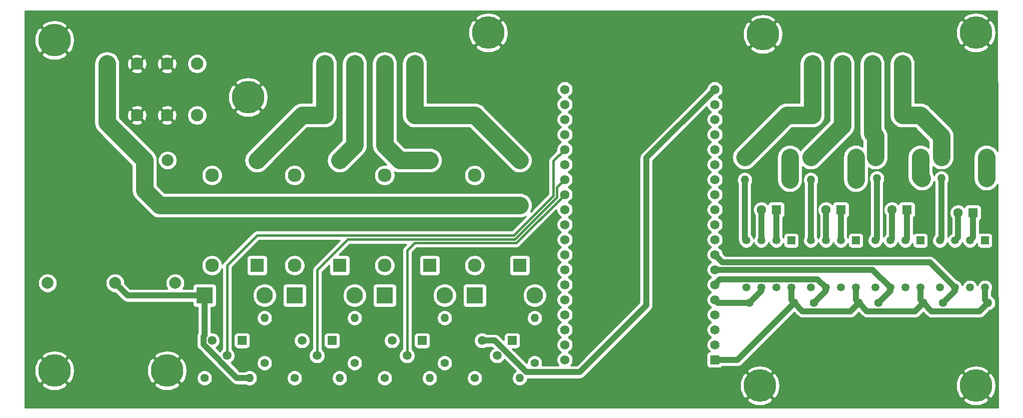
<source format=gbr>
%TF.GenerationSoftware,KiCad,Pcbnew,5.1.10-88a1d61d58~90~ubuntu20.04.1*%
%TF.CreationDate,2021-09-06T00:00:23+02:00*%
%TF.ProjectId,hamodule,68616d6f-6475-46c6-952e-6b696361645f,rev?*%
%TF.SameCoordinates,Original*%
%TF.FileFunction,Copper,L2,Bot*%
%TF.FilePolarity,Positive*%
%FSLAX46Y46*%
G04 Gerber Fmt 4.6, Leading zero omitted, Abs format (unit mm)*
G04 Created by KiCad (PCBNEW 5.1.10-88a1d61d58~90~ubuntu20.04.1) date 2021-09-06 00:00:23*
%MOMM*%
%LPD*%
G01*
G04 APERTURE LIST*
%TA.AperFunction,ComponentPad*%
%ADD10C,5.500000*%
%TD*%
%TA.AperFunction,ComponentPad*%
%ADD11C,2.100000*%
%TD*%
%TA.AperFunction,ComponentPad*%
%ADD12C,1.560000*%
%TD*%
%TA.AperFunction,ComponentPad*%
%ADD13R,1.560000X1.560000*%
%TD*%
%TA.AperFunction,ComponentPad*%
%ADD14C,1.350000*%
%TD*%
%TA.AperFunction,ComponentPad*%
%ADD15R,1.350000X1.350000*%
%TD*%
%TA.AperFunction,ComponentPad*%
%ADD16O,1.400000X1.400000*%
%TD*%
%TA.AperFunction,ComponentPad*%
%ADD17C,1.400000*%
%TD*%
%TA.AperFunction,ComponentPad*%
%ADD18C,1.600000*%
%TD*%
%TA.AperFunction,ComponentPad*%
%ADD19R,1.600000X1.600000*%
%TD*%
%TA.AperFunction,ComponentPad*%
%ADD20C,2.000000*%
%TD*%
%TA.AperFunction,ComponentPad*%
%ADD21R,2.000000X2.000000*%
%TD*%
%TA.AperFunction,ComponentPad*%
%ADD22R,1.500000X1.500000*%
%TD*%
%TA.AperFunction,ComponentPad*%
%ADD23C,1.500000*%
%TD*%
%TA.AperFunction,ComponentPad*%
%ADD24C,2.300000*%
%TD*%
%TA.AperFunction,ComponentPad*%
%ADD25R,2.300000X2.300000*%
%TD*%
%TA.AperFunction,ComponentPad*%
%ADD26O,2.800000X2.800000*%
%TD*%
%TA.AperFunction,ComponentPad*%
%ADD27R,2.800000X2.800000*%
%TD*%
%TA.AperFunction,Conductor*%
%ADD28C,1.000000*%
%TD*%
%TA.AperFunction,Conductor*%
%ADD29C,3.000000*%
%TD*%
%TA.AperFunction,Conductor*%
%ADD30C,0.400000*%
%TD*%
%TA.AperFunction,Conductor*%
%ADD31C,0.254000*%
%TD*%
%TA.AperFunction,Conductor*%
%ADD32C,0.100000*%
%TD*%
G04 APERTURE END LIST*
D10*
%TO.P,H9,1*%
%TO.N,Earth*%
X182626000Y-80010000D03*
%TD*%
%TO.P,H8,1*%
%TO.N,Earth*%
X146050000Y-80010000D03*
%TD*%
D11*
%TO.P,J4,8*%
%TO.N,Sens1*%
X154940000Y-25590000D03*
%TO.P,J4,7*%
X154940000Y-34290000D03*
%TO.P,J4,6*%
%TO.N,Sens2*%
X160020000Y-25590000D03*
%TO.P,J4,5*%
X160020000Y-34290000D03*
%TO.P,J4,4*%
%TO.N,Sens3*%
X165100000Y-25590000D03*
%TO.P,J4,3*%
X165100000Y-34290000D03*
%TO.P,J4,2*%
%TO.N,Sens4*%
X170180000Y-25590000D03*
%TO.P,J4,1*%
X170180000Y-34290000D03*
%TD*%
%TO.P,J2,8*%
%TO.N,220VAC(L)*%
X35560000Y-25590000D03*
%TO.P,J2,7*%
X35560000Y-34290000D03*
%TO.P,J2,6*%
%TO.N,Earth*%
X40640000Y-25590000D03*
%TO.P,J2,5*%
X40640000Y-34290000D03*
%TO.P,J2,4*%
X45720000Y-25590000D03*
%TO.P,J2,3*%
X45720000Y-34290000D03*
%TO.P,J2,2*%
%TO.N,220VAC(N)*%
X50800000Y-25590000D03*
%TO.P,J2,1*%
X50800000Y-34290000D03*
%TD*%
%TO.P,J1,8*%
%TO.N,REO1*%
X72390000Y-25590000D03*
%TO.P,J1,7*%
X72390000Y-34290000D03*
%TO.P,J1,6*%
%TO.N,REO2*%
X77470000Y-25590000D03*
%TO.P,J1,5*%
X77470000Y-34290000D03*
%TO.P,J1,4*%
%TO.N,REO3*%
X82550000Y-25590000D03*
%TO.P,J1,3*%
X82550000Y-34290000D03*
%TO.P,J1,2*%
%TO.N,REO4*%
X87630000Y-25590000D03*
%TO.P,J1,1*%
X87630000Y-34290000D03*
%TD*%
D12*
%TO.P,U1,38*%
%TO.N,Net-(U1-Pad38)*%
X113030000Y-29920000D03*
%TO.P,U1,37*%
%TO.N,Net-(U1-Pad37)*%
X113030000Y-32460000D03*
%TO.P,U1,36*%
%TO.N,Net-(U1-Pad36)*%
X113030000Y-35000000D03*
%TO.P,U1,35*%
%TO.N,Net-(U1-Pad35)*%
X113030000Y-37540000D03*
%TO.P,U1,34*%
%TO.N,Net-(Q1-Pad2)*%
X113030000Y-40080000D03*
%TO.P,U1,33*%
%TO.N,Net-(U1-Pad33)*%
X113030000Y-42620000D03*
%TO.P,U1,32*%
%TO.N,Net-(Q2-Pad2)*%
X113030000Y-45160000D03*
%TO.P,U1,31*%
%TO.N,Net-(Q3-Pad2)*%
X113030000Y-47700000D03*
%TO.P,U1,30*%
%TO.N,Net-(Q4-Pad2)*%
X113030000Y-50240000D03*
%TO.P,U1,29*%
%TO.N,Net-(U1-Pad29)*%
X113030000Y-52780000D03*
%TO.P,U1,28*%
%TO.N,Net-(U1-Pad28)*%
X113030000Y-55320000D03*
%TO.P,U1,27*%
%TO.N,Net-(U1-Pad27)*%
X113030000Y-57860000D03*
%TO.P,U1,26*%
%TO.N,Net-(U1-Pad26)*%
X113030000Y-60400000D03*
%TO.P,U1,25*%
%TO.N,Net-(U1-Pad25)*%
X113030000Y-62940000D03*
%TO.P,U1,24*%
%TO.N,Net-(U1-Pad24)*%
X113030000Y-65480000D03*
%TO.P,U1,23*%
%TO.N,Net-(U1-Pad23)*%
X113030000Y-68020000D03*
%TO.P,U1,22*%
%TO.N,Net-(U1-Pad22)*%
X113030000Y-70560000D03*
%TO.P,U1,21*%
%TO.N,Net-(U1-Pad21)*%
X113030000Y-73100000D03*
%TO.P,U1,20*%
%TO.N,5VGND*%
X113030000Y-75640000D03*
%TO.P,U1,18*%
%TO.N,Net-(U1-Pad18)*%
X138430000Y-32460000D03*
%TO.P,U1,17*%
%TO.N,Net-(U1-Pad17)*%
X138430000Y-35000000D03*
%TO.P,U1,16*%
%TO.N,Net-(U1-Pad16)*%
X138430000Y-37540000D03*
%TO.P,U1,15*%
%TO.N,Net-(U1-Pad15)*%
X138430000Y-40080000D03*
%TO.P,U1,14*%
%TO.N,Net-(U1-Pad14)*%
X138430000Y-42620000D03*
%TO.P,U1,13*%
%TO.N,Net-(U1-Pad13)*%
X138430000Y-45160000D03*
%TO.P,U1,12*%
%TO.N,Net-(U1-Pad12)*%
X138430000Y-47700000D03*
%TO.P,U1,11*%
%TO.N,Net-(U1-Pad11)*%
X138430000Y-50240000D03*
%TO.P,U1,10*%
%TO.N,Net-(U1-Pad10)*%
X138430000Y-52780000D03*
%TO.P,U1,9*%
%TO.N,Net-(U1-Pad9)*%
X138430000Y-55320000D03*
%TO.P,U1,8*%
%TO.N,GPIO33*%
X138430000Y-57860000D03*
%TO.P,U1,7*%
%TO.N,GPIO32*%
X138430000Y-60400000D03*
%TO.P,U1,6*%
%TO.N,GPIO35*%
X138430000Y-62940000D03*
%TO.P,U1,5*%
%TO.N,GPIO34*%
X138430000Y-65480000D03*
%TO.P,U1,4*%
%TO.N,Net-(U1-Pad4)*%
X138430000Y-68020000D03*
%TO.P,U1,3*%
%TO.N,Net-(U1-Pad3)*%
X138430000Y-70560000D03*
%TO.P,U1,19*%
%TO.N,5V+*%
X138430000Y-29920000D03*
%TO.P,U1,2*%
%TO.N,Net-(U1-Pad2)*%
X138430000Y-73100000D03*
D13*
%TO.P,U1,1*%
%TO.N,3.3V+*%
X138430000Y-75640000D03*
%TD*%
D14*
%TO.P,U5,8*%
%TO.N,3.3V+*%
X184150000Y-63406000D03*
%TO.P,U5,7*%
%TO.N,Net-(U5-Pad7)*%
X181610000Y-63406000D03*
%TO.P,U5,6*%
%TO.N,GPIO33*%
X179070000Y-63406000D03*
%TO.P,U5,5*%
%TO.N,5VGND*%
X176530000Y-63406000D03*
%TO.P,U5,4*%
%TO.N,Net-(R17-Pad2)*%
X176530000Y-55466000D03*
%TO.P,U5,3*%
%TO.N,Net-(22uF4-Pad2)*%
X179070000Y-55466000D03*
%TO.P,U5,2*%
%TO.N,Net-(22uF4-Pad1)*%
X181610000Y-55466000D03*
D15*
%TO.P,U5,1*%
%TO.N,220VAC(N)*%
X184150000Y-55466000D03*
%TD*%
D14*
%TO.P,U4,8*%
%TO.N,3.3V+*%
X173228000Y-63406000D03*
%TO.P,U4,7*%
%TO.N,Net-(U4-Pad7)*%
X170688000Y-63406000D03*
%TO.P,U4,6*%
%TO.N,GPIO32*%
X168148000Y-63406000D03*
%TO.P,U4,5*%
%TO.N,5VGND*%
X165608000Y-63406000D03*
%TO.P,U4,4*%
%TO.N,Net-(R12-Pad2)*%
X165608000Y-55466000D03*
%TO.P,U4,3*%
%TO.N,Net-(22uF3-Pad2)*%
X168148000Y-55466000D03*
%TO.P,U4,2*%
%TO.N,Net-(22uF3-Pad1)*%
X170688000Y-55466000D03*
D15*
%TO.P,U4,1*%
%TO.N,220VAC(N)*%
X173228000Y-55466000D03*
%TD*%
D14*
%TO.P,U3,8*%
%TO.N,3.3V+*%
X162306000Y-63406000D03*
%TO.P,U3,7*%
%TO.N,Net-(U3-Pad7)*%
X159766000Y-63406000D03*
%TO.P,U3,6*%
%TO.N,GPIO35*%
X157226000Y-63406000D03*
%TO.P,U3,5*%
%TO.N,5VGND*%
X154686000Y-63406000D03*
%TO.P,U3,4*%
%TO.N,Net-(R11-Pad2)*%
X154686000Y-55466000D03*
%TO.P,U3,3*%
%TO.N,Net-(22uF2-Pad2)*%
X157226000Y-55466000D03*
%TO.P,U3,2*%
%TO.N,Net-(22uF2-Pad1)*%
X159766000Y-55466000D03*
D15*
%TO.P,U3,1*%
%TO.N,220VAC(N)*%
X162306000Y-55466000D03*
%TD*%
D14*
%TO.P,U2,8*%
%TO.N,3.3V+*%
X151384000Y-63406000D03*
%TO.P,U2,7*%
%TO.N,Net-(U2-Pad7)*%
X148844000Y-63406000D03*
%TO.P,U2,6*%
%TO.N,GPIO34*%
X146304000Y-63406000D03*
%TO.P,U2,5*%
%TO.N,5VGND*%
X143764000Y-63406000D03*
%TO.P,U2,4*%
%TO.N,Net-(R6-Pad2)*%
X143764000Y-55466000D03*
%TO.P,U2,3*%
%TO.N,Net-(22uF1-Pad2)*%
X146304000Y-55466000D03*
%TO.P,U2,2*%
%TO.N,Net-(22uF1-Pad1)*%
X148844000Y-55466000D03*
D15*
%TO.P,U2,1*%
%TO.N,220VAC(N)*%
X151384000Y-55466000D03*
%TD*%
D16*
%TO.P,R20,2*%
%TO.N,Net-(R17-Pad1)*%
X184404000Y-41402000D03*
D17*
%TO.P,R20,1*%
%TO.N,Sens4*%
X176784000Y-41402000D03*
%TD*%
D16*
%TO.P,R19,2*%
%TO.N,Net-(R12-Pad1)*%
X173228000Y-41402000D03*
D17*
%TO.P,R19,1*%
%TO.N,Sens3*%
X165608000Y-41402000D03*
%TD*%
D16*
%TO.P,R18,2*%
%TO.N,Net-(R11-Pad1)*%
X162306000Y-41402000D03*
D17*
%TO.P,R18,1*%
%TO.N,Sens2*%
X154686000Y-41402000D03*
%TD*%
D16*
%TO.P,R17,2*%
%TO.N,Net-(R17-Pad2)*%
X176784000Y-44958000D03*
D17*
%TO.P,R17,1*%
%TO.N,Net-(R17-Pad1)*%
X184404000Y-44958000D03*
%TD*%
D16*
%TO.P,R12,2*%
%TO.N,Net-(R12-Pad2)*%
X165862000Y-44958000D03*
D17*
%TO.P,R12,1*%
%TO.N,Net-(R12-Pad1)*%
X173482000Y-44958000D03*
%TD*%
D16*
%TO.P,R11,2*%
%TO.N,Net-(R11-Pad2)*%
X154686000Y-45212000D03*
D17*
%TO.P,R11,1*%
%TO.N,Net-(R11-Pad1)*%
X162306000Y-45212000D03*
%TD*%
D16*
%TO.P,R10,2*%
%TO.N,3.3V+*%
X184658000Y-66040000D03*
D17*
%TO.P,R10,1*%
%TO.N,GPIO33*%
X177038000Y-66040000D03*
%TD*%
D16*
%TO.P,R9,2*%
%TO.N,3.3V+*%
X173736000Y-66040000D03*
D17*
%TO.P,R9,1*%
%TO.N,GPIO32*%
X166116000Y-66040000D03*
%TD*%
D16*
%TO.P,R8,2*%
%TO.N,3.3V+*%
X162814000Y-66040000D03*
D17*
%TO.P,R8,1*%
%TO.N,GPIO35*%
X155194000Y-66040000D03*
%TD*%
D16*
%TO.P,R7,2*%
%TO.N,3.3V+*%
X151892000Y-66040000D03*
D17*
%TO.P,R7,1*%
%TO.N,GPIO34*%
X144272000Y-66040000D03*
%TD*%
D18*
%TO.P,22uF4,2*%
%TO.N,Net-(22uF4-Pad2)*%
X179618000Y-50800000D03*
D19*
%TO.P,22uF4,1*%
%TO.N,Net-(22uF4-Pad1)*%
X182118000Y-50800000D03*
%TD*%
D18*
%TO.P,22uF3,2*%
%TO.N,Net-(22uF3-Pad2)*%
X168442000Y-50292000D03*
D19*
%TO.P,22uF3,1*%
%TO.N,Net-(22uF3-Pad1)*%
X170942000Y-50292000D03*
%TD*%
D18*
%TO.P,22uF2,2*%
%TO.N,Net-(22uF2-Pad2)*%
X157266000Y-50292000D03*
D19*
%TO.P,22uF2,1*%
%TO.N,Net-(22uF2-Pad1)*%
X159766000Y-50292000D03*
%TD*%
D18*
%TO.P,22uF1,2*%
%TO.N,Net-(22uF1-Pad2)*%
X146344000Y-50292000D03*
D19*
%TO.P,22uF1,1*%
%TO.N,Net-(22uF1-Pad1)*%
X148844000Y-50292000D03*
%TD*%
D10*
%TO.P,H1,1*%
%TO.N,Earth*%
X146558000Y-20574000D03*
%TD*%
D20*
%TO.P,PS1,5*%
%TO.N,5V+*%
X47100000Y-62670000D03*
%TO.P,PS1,3*%
%TO.N,Net-(PS1-Pad3)*%
X25510000Y-62670000D03*
%TO.P,PS1,4*%
%TO.N,5VGND*%
X36940000Y-62670000D03*
%TO.P,PS1,2*%
%TO.N,220VAC(N)*%
X45810000Y-41910000D03*
D21*
%TO.P,PS1,1*%
%TO.N,220VAC(L)*%
X41910000Y-41910000D03*
%TD*%
D16*
%TO.P,R6,2*%
%TO.N,Net-(R6-Pad2)*%
X143510000Y-45212000D03*
D17*
%TO.P,R6,1*%
%TO.N,Net-(R5-Pad2)*%
X151130000Y-45212000D03*
%TD*%
D10*
%TO.P,H7,1*%
%TO.N,Earth*%
X45720000Y-77470000D03*
%TD*%
%TO.P,H6,1*%
%TO.N,Earth*%
X182626000Y-20320000D03*
%TD*%
%TO.P,H5,1*%
%TO.N,Earth*%
X26670000Y-77470000D03*
%TD*%
%TO.P,H4,1*%
%TO.N,Earth*%
X59436000Y-31242000D03*
%TD*%
%TO.P,H3,1*%
%TO.N,Earth*%
X100076000Y-20320000D03*
%TD*%
%TO.P,H2,1*%
%TO.N,Earth*%
X26670000Y-21590000D03*
%TD*%
D22*
%TO.P,Q1,1*%
%TO.N,Net-(Q1-Pad1)*%
X58420000Y-72390000D03*
D23*
%TO.P,Q1,3*%
%TO.N,5V+*%
X53340000Y-72390000D03*
%TO.P,Q1,2*%
%TO.N,Net-(Q1-Pad2)*%
X55880000Y-74930000D03*
%TD*%
D22*
%TO.P,Q2,1*%
%TO.N,Net-(Q2-Pad1)*%
X73660000Y-72390000D03*
D23*
%TO.P,Q2,3*%
%TO.N,5V+*%
X68580000Y-72390000D03*
%TO.P,Q2,2*%
%TO.N,Net-(Q2-Pad2)*%
X71120000Y-74930000D03*
%TD*%
D22*
%TO.P,Q4,1*%
%TO.N,Net-(Q4-Pad1)*%
X104140000Y-72390000D03*
D23*
%TO.P,Q4,3*%
%TO.N,5V+*%
X99060000Y-72390000D03*
%TO.P,Q4,2*%
%TO.N,Net-(Q4-Pad2)*%
X101600000Y-74930000D03*
%TD*%
D22*
%TO.P,Q3,1*%
%TO.N,Net-(Q3-Pad1)*%
X88900000Y-72390000D03*
D23*
%TO.P,Q3,3*%
%TO.N,5V+*%
X83820000Y-72390000D03*
%TO.P,Q3,2*%
%TO.N,Net-(Q3-Pad2)*%
X86360000Y-74930000D03*
%TD*%
D16*
%TO.P,R5,2*%
%TO.N,Net-(R5-Pad2)*%
X151130000Y-41402000D03*
D17*
%TO.P,R5,1*%
%TO.N,Sens1*%
X143510000Y-41402000D03*
%TD*%
D24*
%TO.P,K2,5*%
%TO.N,5VGND*%
X67310000Y-59690000D03*
%TO.P,K2,4*%
%TO.N,Net-(K2-Pad4)*%
X67310000Y-44450000D03*
%TO.P,K2,3*%
%TO.N,REO2*%
X74930000Y-41910000D03*
%TO.P,K2,2*%
%TO.N,220VAC(L)*%
X74930000Y-49530000D03*
D25*
%TO.P,K2,1*%
%TO.N,Net-(D2-Pad2)*%
X74930000Y-59690000D03*
%TD*%
D16*
%TO.P,R16,2*%
%TO.N,Net-(D4-Pad2)*%
X107950000Y-68580000D03*
D17*
%TO.P,R16,1*%
%TO.N,Net-(Q4-Pad1)*%
X107950000Y-76200000D03*
%TD*%
D16*
%TO.P,R15,2*%
%TO.N,Net-(D3-Pad2)*%
X92710000Y-68580000D03*
D17*
%TO.P,R15,1*%
%TO.N,Net-(Q3-Pad1)*%
X92710000Y-76200000D03*
%TD*%
D16*
%TO.P,R14,2*%
%TO.N,Net-(D2-Pad2)*%
X77470000Y-68580000D03*
D17*
%TO.P,R14,1*%
%TO.N,Net-(Q2-Pad1)*%
X77470000Y-76200000D03*
%TD*%
D16*
%TO.P,R13,2*%
%TO.N,Net-(D1-Pad2)*%
X62230000Y-68580000D03*
D17*
%TO.P,R13,1*%
%TO.N,Net-(Q1-Pad1)*%
X62230000Y-76200000D03*
%TD*%
D16*
%TO.P,R4,2*%
%TO.N,5VGND*%
X105410000Y-78740000D03*
D17*
%TO.P,R4,1*%
%TO.N,Net-(Q4-Pad2)*%
X97790000Y-78740000D03*
%TD*%
D16*
%TO.P,R3,2*%
%TO.N,5VGND*%
X90170000Y-78740000D03*
D17*
%TO.P,R3,1*%
%TO.N,Net-(Q3-Pad2)*%
X82550000Y-78740000D03*
%TD*%
D16*
%TO.P,R2,2*%
%TO.N,5VGND*%
X74930000Y-78740000D03*
D17*
%TO.P,R2,1*%
%TO.N,Net-(Q2-Pad2)*%
X67310000Y-78740000D03*
%TD*%
D16*
%TO.P,R1,2*%
%TO.N,5VGND*%
X59690000Y-78740000D03*
D17*
%TO.P,R1,1*%
%TO.N,Net-(Q1-Pad2)*%
X52070000Y-78740000D03*
%TD*%
D24*
%TO.P,K4,5*%
%TO.N,5VGND*%
X97790000Y-59690000D03*
%TO.P,K4,4*%
%TO.N,Net-(K4-Pad4)*%
X97790000Y-44450000D03*
%TO.P,K4,3*%
%TO.N,REO4*%
X105410000Y-41910000D03*
%TO.P,K4,2*%
%TO.N,220VAC(L)*%
X105410000Y-49530000D03*
D25*
%TO.P,K4,1*%
%TO.N,Net-(D4-Pad2)*%
X105410000Y-59690000D03*
%TD*%
D24*
%TO.P,K3,5*%
%TO.N,5VGND*%
X82550000Y-59690000D03*
%TO.P,K3,4*%
%TO.N,Net-(K3-Pad4)*%
X82550000Y-44450000D03*
%TO.P,K3,3*%
%TO.N,REO3*%
X90170000Y-41910000D03*
%TO.P,K3,2*%
%TO.N,220VAC(L)*%
X90170000Y-49530000D03*
D25*
%TO.P,K3,1*%
%TO.N,Net-(D3-Pad2)*%
X90170000Y-59690000D03*
%TD*%
D24*
%TO.P,K1,5*%
%TO.N,5VGND*%
X53340000Y-59690000D03*
%TO.P,K1,4*%
%TO.N,Net-(K1-Pad4)*%
X53340000Y-44450000D03*
%TO.P,K1,3*%
%TO.N,REO1*%
X60960000Y-41910000D03*
%TO.P,K1,2*%
%TO.N,220VAC(L)*%
X60960000Y-49530000D03*
D25*
%TO.P,K1,1*%
%TO.N,Net-(D1-Pad2)*%
X60960000Y-59690000D03*
%TD*%
D26*
%TO.P,D4,2*%
%TO.N,Net-(D4-Pad2)*%
X107950000Y-64770000D03*
D27*
%TO.P,D4,1*%
%TO.N,5VGND*%
X97790000Y-64770000D03*
%TD*%
D26*
%TO.P,D3,2*%
%TO.N,Net-(D3-Pad2)*%
X92710000Y-64770000D03*
D27*
%TO.P,D3,1*%
%TO.N,5VGND*%
X82550000Y-64770000D03*
%TD*%
D26*
%TO.P,D2,2*%
%TO.N,Net-(D2-Pad2)*%
X77470000Y-64770000D03*
D27*
%TO.P,D2,1*%
%TO.N,5VGND*%
X67310000Y-64770000D03*
%TD*%
D26*
%TO.P,D1,2*%
%TO.N,Net-(D1-Pad2)*%
X62230000Y-64770000D03*
D27*
%TO.P,D1,1*%
%TO.N,5VGND*%
X52070000Y-64770000D03*
%TD*%
D28*
%TO.N,5VGND*%
X39040000Y-64770000D02*
X52070000Y-64770000D01*
X36940000Y-62670000D02*
X39040000Y-64770000D01*
X57543998Y-78740000D02*
X59690000Y-78740000D01*
X51889999Y-73086001D02*
X57543998Y-78740000D01*
X51889999Y-71693999D02*
X51889999Y-73086001D01*
X52070000Y-71513998D02*
X51889999Y-71693999D01*
X52070000Y-64770000D02*
X52070000Y-71513998D01*
D29*
%TO.N,220VAC(L)*%
X60960000Y-49530000D02*
X105410000Y-49530000D01*
X35560000Y-25590000D02*
X35560000Y-34290000D01*
X35560000Y-35560000D02*
X41910000Y-41910000D01*
X35560000Y-34290000D02*
X35560000Y-35560000D01*
X60960000Y-49530000D02*
X44450000Y-49530000D01*
X41910000Y-46990000D02*
X41910000Y-41910000D01*
X44450000Y-49530000D02*
X41910000Y-46990000D01*
D28*
%TO.N,5V+*%
X101206002Y-72390000D02*
X106540002Y-77724000D01*
X106540002Y-77724000D02*
X115570000Y-77724000D01*
X99060000Y-72390000D02*
X101206002Y-72390000D01*
X126847000Y-66447000D02*
X126847000Y-41503000D01*
X115570000Y-77724000D02*
X126847000Y-66447000D01*
X126847000Y-41503000D02*
X138430000Y-29920000D01*
D29*
%TO.N,Net-(R5-Pad2)*%
X151130000Y-41402000D02*
X151130000Y-45212000D01*
D28*
%TO.N,Net-(R6-Pad2)*%
X143510000Y-55212000D02*
X143764000Y-55466000D01*
X143510000Y-45212000D02*
X143510000Y-55212000D01*
%TO.N,3.3V+*%
X151384000Y-65532000D02*
X151892000Y-66040000D01*
X151384000Y-63406000D02*
X151384000Y-65532000D01*
X162306000Y-65532000D02*
X162814000Y-66040000D01*
X162306000Y-63406000D02*
X162306000Y-65532000D01*
X173228000Y-65532000D02*
X173736000Y-66040000D01*
X173228000Y-63406000D02*
X173228000Y-65532000D01*
X184150000Y-65532000D02*
X184658000Y-66040000D01*
X184150000Y-63406000D02*
X184150000Y-65532000D01*
X142292000Y-75640000D02*
X151892000Y-66040000D01*
X138430000Y-75640000D02*
X142292000Y-75640000D01*
X161413999Y-67440001D02*
X162814000Y-66040000D01*
X153292001Y-67440001D02*
X161413999Y-67440001D01*
X151892000Y-66040000D02*
X153292001Y-67440001D01*
X172335999Y-67440001D02*
X173736000Y-66040000D01*
X164214001Y-67440001D02*
X172335999Y-67440001D01*
X162814000Y-66040000D02*
X164214001Y-67440001D01*
X183257999Y-67440001D02*
X184658000Y-66040000D01*
X175136001Y-67440001D02*
X183257999Y-67440001D01*
X173736000Y-66040000D02*
X175136001Y-67440001D01*
D30*
%TO.N,Net-(Q1-Pad2)*%
X111090720Y-42019280D02*
X113030000Y-40080000D01*
X111090720Y-46250738D02*
X111090720Y-42019280D01*
X55880000Y-74930000D02*
X55880000Y-59690000D01*
X55880000Y-59690000D02*
X60960000Y-54610000D01*
X60960000Y-54610000D02*
X104422916Y-54610000D01*
X104422916Y-54610000D02*
X111090719Y-47942197D01*
X111090719Y-47942197D02*
X111090720Y-46250738D01*
%TO.N,Net-(Q2-Pad2)*%
X71120000Y-60479998D02*
X76320007Y-55279991D01*
X71120000Y-74930000D02*
X71120000Y-60479998D01*
X76320007Y-55279991D02*
X104601467Y-55279991D01*
X104601467Y-55279991D02*
X111690729Y-48190729D01*
X111690729Y-46499271D02*
X113030000Y-45160000D01*
X111690729Y-48190729D02*
X111690729Y-46499271D01*
%TO.N,Net-(Q3-Pad2)*%
X86360000Y-57150000D02*
X86360000Y-74930000D01*
X87630000Y-55880000D02*
X86360000Y-57150000D01*
X113030000Y-47700000D02*
X104850000Y-55880000D01*
X104850000Y-55880000D02*
X87630000Y-55880000D01*
D29*
%TO.N,Sens4*%
X170180000Y-25590000D02*
X170180000Y-34290000D01*
X170180000Y-34290000D02*
X173228000Y-34290000D01*
X176784000Y-37846000D02*
X176784000Y-41402000D01*
X173228000Y-34290000D02*
X176784000Y-37846000D01*
%TO.N,Sens3*%
X165100000Y-25590000D02*
X165100000Y-34290000D01*
X165100000Y-34290000D02*
X165100000Y-37338000D01*
X165608000Y-37846000D02*
X165608000Y-41402000D01*
X165100000Y-37338000D02*
X165608000Y-37846000D01*
%TO.N,Sens2*%
X160020000Y-25590000D02*
X160020000Y-34290000D01*
X160020000Y-36068000D02*
X154686000Y-41402000D01*
X160020000Y-34290000D02*
X160020000Y-36068000D01*
%TO.N,Sens1*%
X154940000Y-25590000D02*
X154940000Y-34290000D01*
X150622000Y-34290000D02*
X143510000Y-41402000D01*
X154940000Y-34290000D02*
X150622000Y-34290000D01*
%TO.N,REO4*%
X87630000Y-25590000D02*
X87630000Y-34290000D01*
X97790000Y-34290000D02*
X105410000Y-41910000D01*
X87630000Y-34290000D02*
X97790000Y-34290000D01*
%TO.N,REO3*%
X82550000Y-34290000D02*
X82550000Y-25590000D01*
X82550000Y-34290000D02*
X82550000Y-39370000D01*
X82550000Y-39370000D02*
X85090000Y-41910000D01*
X85090000Y-41910000D02*
X90170000Y-41910000D01*
%TO.N,REO2*%
X77470000Y-39370000D02*
X74930000Y-41910000D01*
X77470000Y-34290000D02*
X77470000Y-39370000D01*
X77470000Y-25590000D02*
X77470000Y-34290000D01*
%TO.N,REO1*%
X72390000Y-25590000D02*
X72390000Y-34290000D01*
X68580000Y-34290000D02*
X60960000Y-41910000D01*
X72390000Y-34290000D02*
X68580000Y-34290000D01*
D28*
%TO.N,Net-(R17-Pad2)*%
X176784000Y-55212000D02*
X176530000Y-55466000D01*
X176784000Y-44958000D02*
X176784000Y-55212000D01*
%TO.N,GPIO34*%
X146304000Y-64008000D02*
X144272000Y-66040000D01*
X146304000Y-63406000D02*
X146304000Y-64008000D01*
X138990000Y-66040000D02*
X138430000Y-65480000D01*
X144272000Y-66040000D02*
X138990000Y-66040000D01*
%TO.N,GPIO35*%
X157226000Y-64008000D02*
X155194000Y-66040000D01*
X157226000Y-63406000D02*
X157226000Y-64008000D01*
X139339001Y-62030999D02*
X155850999Y-62030999D01*
X155850999Y-62030999D02*
X157226000Y-63406000D01*
X138430000Y-62940000D02*
X139339001Y-62030999D01*
%TO.N,GPIO32*%
X168148000Y-64008000D02*
X166116000Y-66040000D01*
X168148000Y-63406000D02*
X168148000Y-64008000D01*
X165142000Y-60400000D02*
X168148000Y-63406000D01*
X138430000Y-60400000D02*
X165142000Y-60400000D01*
%TO.N,GPIO33*%
X179070000Y-64008000D02*
X177038000Y-66040000D01*
X179070000Y-63406000D02*
X179070000Y-64008000D01*
X139752000Y-59182000D02*
X174846000Y-59182000D01*
X174846000Y-59182000D02*
X179070000Y-63406000D01*
X138430000Y-57860000D02*
X139752000Y-59182000D01*
%TO.N,Net-(22uF1-Pad2)*%
X146344000Y-55426000D02*
X146304000Y-55466000D01*
X146344000Y-50292000D02*
X146344000Y-55426000D01*
%TO.N,Net-(22uF1-Pad1)*%
X148844000Y-50292000D02*
X148844000Y-55466000D01*
%TO.N,Net-(22uF2-Pad2)*%
X157266000Y-55426000D02*
X157226000Y-55466000D01*
X157266000Y-50292000D02*
X157266000Y-55426000D01*
%TO.N,Net-(22uF2-Pad1)*%
X159766000Y-50292000D02*
X159766000Y-55466000D01*
%TO.N,Net-(22uF3-Pad2)*%
X168442000Y-55172000D02*
X168148000Y-55466000D01*
X168442000Y-50292000D02*
X168442000Y-55172000D01*
%TO.N,Net-(22uF3-Pad1)*%
X170942000Y-55212000D02*
X170688000Y-55466000D01*
X170942000Y-50292000D02*
X170942000Y-55212000D01*
%TO.N,Net-(22uF4-Pad2)*%
X179618000Y-54918000D02*
X179070000Y-55466000D01*
X179618000Y-50800000D02*
X179618000Y-54918000D01*
%TO.N,Net-(22uF4-Pad1)*%
X182118000Y-54958000D02*
X181610000Y-55466000D01*
X182118000Y-50800000D02*
X182118000Y-54958000D01*
%TO.N,Net-(R11-Pad2)*%
X154686000Y-45212000D02*
X154686000Y-55466000D01*
D29*
%TO.N,Net-(R11-Pad1)*%
X162306000Y-41402000D02*
X162306000Y-45212000D01*
D28*
%TO.N,Net-(R12-Pad2)*%
X165862000Y-55212000D02*
X165608000Y-55466000D01*
X165862000Y-44958000D02*
X165862000Y-55212000D01*
D29*
%TO.N,Net-(R12-Pad1)*%
X173228000Y-44704000D02*
X173482000Y-44958000D01*
X173228000Y-41402000D02*
X173228000Y-44704000D01*
%TO.N,Net-(R17-Pad1)*%
X184404000Y-41402000D02*
X184404000Y-44958000D01*
%TD*%
D31*
%TO.N,Earth*%
X186291008Y-40403251D02*
X186187777Y-40210119D01*
X185920977Y-39885023D01*
X185595881Y-39618223D01*
X185224981Y-39419974D01*
X184822532Y-39297892D01*
X184404000Y-39256670D01*
X183985467Y-39297892D01*
X183583018Y-39419974D01*
X183212119Y-39618223D01*
X182887023Y-39885023D01*
X182620223Y-40210119D01*
X182421974Y-40581019D01*
X182299892Y-40983468D01*
X182269000Y-41297119D01*
X182269000Y-45062882D01*
X182299893Y-45376533D01*
X182421975Y-45778982D01*
X182620224Y-46149881D01*
X182887024Y-46474977D01*
X183212120Y-46741777D01*
X183583019Y-46940026D01*
X183985468Y-47062108D01*
X184404000Y-47103330D01*
X184822533Y-47062108D01*
X185224982Y-46940026D01*
X185595881Y-46741777D01*
X185920977Y-46474977D01*
X186187777Y-46149881D01*
X186301208Y-45937666D01*
X186370795Y-83693000D01*
X21717000Y-83693000D01*
X21717000Y-82390928D01*
X143848677Y-82390928D01*
X144154859Y-82834503D01*
X144742306Y-83149954D01*
X145380008Y-83344740D01*
X146043457Y-83411372D01*
X146707158Y-83347292D01*
X147345605Y-83154962D01*
X147934262Y-82841772D01*
X147945141Y-82834503D01*
X148251323Y-82390928D01*
X180424677Y-82390928D01*
X180730859Y-82834503D01*
X181318306Y-83149954D01*
X181956008Y-83344740D01*
X182619457Y-83411372D01*
X183283158Y-83347292D01*
X183921605Y-83154962D01*
X184510262Y-82841772D01*
X184521141Y-82834503D01*
X184827323Y-82390928D01*
X182626000Y-80189605D01*
X180424677Y-82390928D01*
X148251323Y-82390928D01*
X146050000Y-80189605D01*
X143848677Y-82390928D01*
X21717000Y-82390928D01*
X21717000Y-79850928D01*
X24468677Y-79850928D01*
X24774859Y-80294503D01*
X25362306Y-80609954D01*
X26000008Y-80804740D01*
X26663457Y-80871372D01*
X27327158Y-80807292D01*
X27965605Y-80614962D01*
X28554262Y-80301772D01*
X28565141Y-80294503D01*
X28871323Y-79850928D01*
X43518677Y-79850928D01*
X43824859Y-80294503D01*
X44412306Y-80609954D01*
X45050008Y-80804740D01*
X45713457Y-80871372D01*
X46377158Y-80807292D01*
X47015605Y-80614962D01*
X47604262Y-80301772D01*
X47615141Y-80294503D01*
X47921323Y-79850928D01*
X45720000Y-77649605D01*
X43518677Y-79850928D01*
X28871323Y-79850928D01*
X26670000Y-77649605D01*
X24468677Y-79850928D01*
X21717000Y-79850928D01*
X21717000Y-77463457D01*
X23268628Y-77463457D01*
X23332708Y-78127158D01*
X23525038Y-78765605D01*
X23838228Y-79354262D01*
X23845497Y-79365141D01*
X24289072Y-79671323D01*
X26490395Y-77470000D01*
X26849605Y-77470000D01*
X29050928Y-79671323D01*
X29494503Y-79365141D01*
X29809954Y-78777694D01*
X30004740Y-78139992D01*
X30071372Y-77476543D01*
X30070109Y-77463457D01*
X42318628Y-77463457D01*
X42382708Y-78127158D01*
X42575038Y-78765605D01*
X42888228Y-79354262D01*
X42895497Y-79365141D01*
X43339072Y-79671323D01*
X45540395Y-77470000D01*
X45899605Y-77470000D01*
X48100928Y-79671323D01*
X48544503Y-79365141D01*
X48859954Y-78777694D01*
X48911630Y-78608514D01*
X50735000Y-78608514D01*
X50735000Y-78871486D01*
X50786304Y-79129405D01*
X50886939Y-79372359D01*
X51033038Y-79591013D01*
X51218987Y-79776962D01*
X51437641Y-79923061D01*
X51680595Y-80023696D01*
X51938514Y-80075000D01*
X52201486Y-80075000D01*
X52459405Y-80023696D01*
X52702359Y-79923061D01*
X52921013Y-79776962D01*
X53106962Y-79591013D01*
X53253061Y-79372359D01*
X53353696Y-79129405D01*
X53405000Y-78871486D01*
X53405000Y-78608514D01*
X53353696Y-78350595D01*
X53253061Y-78107641D01*
X53106962Y-77888987D01*
X52921013Y-77703038D01*
X52702359Y-77556939D01*
X52459405Y-77456304D01*
X52201486Y-77405000D01*
X51938514Y-77405000D01*
X51680595Y-77456304D01*
X51437641Y-77556939D01*
X51218987Y-77703038D01*
X51033038Y-77888987D01*
X50886939Y-78107641D01*
X50786304Y-78350595D01*
X50735000Y-78608514D01*
X48911630Y-78608514D01*
X49054740Y-78139992D01*
X49121372Y-77476543D01*
X49057292Y-76812842D01*
X48864962Y-76174395D01*
X48551772Y-75585738D01*
X48544503Y-75574859D01*
X48100928Y-75268677D01*
X45899605Y-77470000D01*
X45540395Y-77470000D01*
X43339072Y-75268677D01*
X42895497Y-75574859D01*
X42580046Y-76162306D01*
X42385260Y-76800008D01*
X42318628Y-77463457D01*
X30070109Y-77463457D01*
X30007292Y-76812842D01*
X29814962Y-76174395D01*
X29501772Y-75585738D01*
X29494503Y-75574859D01*
X29050928Y-75268677D01*
X26849605Y-77470000D01*
X26490395Y-77470000D01*
X24289072Y-75268677D01*
X23845497Y-75574859D01*
X23530046Y-76162306D01*
X23335260Y-76800008D01*
X23268628Y-77463457D01*
X21717000Y-77463457D01*
X21717000Y-75089072D01*
X24468677Y-75089072D01*
X26670000Y-77290395D01*
X28871323Y-75089072D01*
X43518677Y-75089072D01*
X45720000Y-77290395D01*
X47921323Y-75089072D01*
X47615141Y-74645497D01*
X47027694Y-74330046D01*
X46389992Y-74135260D01*
X45726543Y-74068628D01*
X45062842Y-74132708D01*
X44424395Y-74325038D01*
X43835738Y-74638228D01*
X43824859Y-74645497D01*
X43518677Y-75089072D01*
X28871323Y-75089072D01*
X28565141Y-74645497D01*
X27977694Y-74330046D01*
X27339992Y-74135260D01*
X26676543Y-74068628D01*
X26012842Y-74132708D01*
X25374395Y-74325038D01*
X24785738Y-74638228D01*
X24774859Y-74645497D01*
X24468677Y-75089072D01*
X21717000Y-75089072D01*
X21717000Y-62508967D01*
X23875000Y-62508967D01*
X23875000Y-62831033D01*
X23937832Y-63146912D01*
X24061082Y-63444463D01*
X24240013Y-63712252D01*
X24467748Y-63939987D01*
X24735537Y-64118918D01*
X25033088Y-64242168D01*
X25348967Y-64305000D01*
X25671033Y-64305000D01*
X25986912Y-64242168D01*
X26284463Y-64118918D01*
X26552252Y-63939987D01*
X26779987Y-63712252D01*
X26958918Y-63444463D01*
X27082168Y-63146912D01*
X27145000Y-62831033D01*
X27145000Y-62508967D01*
X27082168Y-62193088D01*
X26958918Y-61895537D01*
X26779987Y-61627748D01*
X26552252Y-61400013D01*
X26284463Y-61221082D01*
X25986912Y-61097832D01*
X25671033Y-61035000D01*
X25348967Y-61035000D01*
X25033088Y-61097832D01*
X24735537Y-61221082D01*
X24467748Y-61400013D01*
X24240013Y-61627748D01*
X24061082Y-61895537D01*
X23937832Y-62193088D01*
X23875000Y-62508967D01*
X21717000Y-62508967D01*
X21717000Y-35560000D01*
X33414671Y-35560000D01*
X33425000Y-35664872D01*
X33425000Y-35664882D01*
X33455892Y-35978533D01*
X33539442Y-36253957D01*
X33577975Y-36380982D01*
X33776224Y-36751881D01*
X33976165Y-36995510D01*
X33976168Y-36995513D01*
X34043024Y-37076977D01*
X34124487Y-37143833D01*
X39775001Y-42794347D01*
X39775000Y-46885128D01*
X39764671Y-46990000D01*
X39775000Y-47094872D01*
X39775000Y-47094881D01*
X39805892Y-47408532D01*
X39927974Y-47810981D01*
X40126223Y-48181881D01*
X40393023Y-48506977D01*
X40474492Y-48573837D01*
X42866167Y-50965513D01*
X42933023Y-51046977D01*
X43014487Y-51113833D01*
X43014489Y-51113835D01*
X43127717Y-51206759D01*
X43258119Y-51313777D01*
X43629018Y-51512026D01*
X44031467Y-51634108D01*
X44345118Y-51665000D01*
X44345127Y-51665000D01*
X44449999Y-51675329D01*
X44554871Y-51665000D01*
X105514882Y-51665000D01*
X105828533Y-51634108D01*
X106230982Y-51512026D01*
X106465231Y-51386818D01*
X104077049Y-53775000D01*
X61001018Y-53775000D01*
X60960000Y-53770960D01*
X60918981Y-53775000D01*
X60796311Y-53787082D01*
X60638913Y-53834828D01*
X60493854Y-53912364D01*
X60366709Y-54016709D01*
X60340563Y-54048568D01*
X55318574Y-59070559D01*
X55286710Y-59096709D01*
X55216714Y-59182000D01*
X55182364Y-59223855D01*
X55104828Y-59368914D01*
X55099558Y-59386287D01*
X55056404Y-59169335D01*
X54921847Y-58844485D01*
X54726500Y-58552129D01*
X54477871Y-58303500D01*
X54185515Y-58108153D01*
X53860665Y-57973596D01*
X53515807Y-57905000D01*
X53164193Y-57905000D01*
X52819335Y-57973596D01*
X52494485Y-58108153D01*
X52202129Y-58303500D01*
X51953500Y-58552129D01*
X51758153Y-58844485D01*
X51623596Y-59169335D01*
X51555000Y-59514193D01*
X51555000Y-59865807D01*
X51623596Y-60210665D01*
X51758153Y-60535515D01*
X51953500Y-60827871D01*
X52202129Y-61076500D01*
X52494485Y-61271847D01*
X52819335Y-61406404D01*
X53164193Y-61475000D01*
X53515807Y-61475000D01*
X53860665Y-61406404D01*
X54185515Y-61271847D01*
X54477871Y-61076500D01*
X54726500Y-60827871D01*
X54921847Y-60535515D01*
X55045001Y-60238194D01*
X55045000Y-73822204D01*
X54997114Y-73854201D01*
X54804201Y-74047114D01*
X54664829Y-74255699D01*
X54014301Y-73605172D01*
X54222886Y-73465799D01*
X54415799Y-73272886D01*
X54567371Y-73046043D01*
X54671775Y-72793989D01*
X54725000Y-72526411D01*
X54725000Y-72253589D01*
X54671775Y-71986011D01*
X54567371Y-71733957D01*
X54415799Y-71507114D01*
X54222886Y-71314201D01*
X53996043Y-71162629D01*
X53743989Y-71058225D01*
X53476411Y-71005000D01*
X53205000Y-71005000D01*
X53205000Y-66808072D01*
X53470000Y-66808072D01*
X53594482Y-66795812D01*
X53714180Y-66759502D01*
X53824494Y-66700537D01*
X53921185Y-66621185D01*
X54000537Y-66524494D01*
X54059502Y-66414180D01*
X54095812Y-66294482D01*
X54108072Y-66170000D01*
X54108072Y-63370000D01*
X54095812Y-63245518D01*
X54059502Y-63125820D01*
X54000537Y-63015506D01*
X53921185Y-62918815D01*
X53824494Y-62839463D01*
X53714180Y-62780498D01*
X53594482Y-62744188D01*
X53470000Y-62731928D01*
X50670000Y-62731928D01*
X50545518Y-62744188D01*
X50425820Y-62780498D01*
X50315506Y-62839463D01*
X50218815Y-62918815D01*
X50139463Y-63015506D01*
X50080498Y-63125820D01*
X50044188Y-63245518D01*
X50031928Y-63370000D01*
X50031928Y-63635000D01*
X48421605Y-63635000D01*
X48548918Y-63444463D01*
X48672168Y-63146912D01*
X48735000Y-62831033D01*
X48735000Y-62508967D01*
X48672168Y-62193088D01*
X48548918Y-61895537D01*
X48369987Y-61627748D01*
X48142252Y-61400013D01*
X47874463Y-61221082D01*
X47576912Y-61097832D01*
X47261033Y-61035000D01*
X46938967Y-61035000D01*
X46623088Y-61097832D01*
X46325537Y-61221082D01*
X46057748Y-61400013D01*
X45830013Y-61627748D01*
X45651082Y-61895537D01*
X45527832Y-62193088D01*
X45465000Y-62508967D01*
X45465000Y-62831033D01*
X45527832Y-63146912D01*
X45651082Y-63444463D01*
X45778395Y-63635000D01*
X39510132Y-63635000D01*
X38575000Y-62699869D01*
X38575000Y-62508967D01*
X38512168Y-62193088D01*
X38388918Y-61895537D01*
X38209987Y-61627748D01*
X37982252Y-61400013D01*
X37714463Y-61221082D01*
X37416912Y-61097832D01*
X37101033Y-61035000D01*
X36778967Y-61035000D01*
X36463088Y-61097832D01*
X36165537Y-61221082D01*
X35897748Y-61400013D01*
X35670013Y-61627748D01*
X35491082Y-61895537D01*
X35367832Y-62193088D01*
X35305000Y-62508967D01*
X35305000Y-62831033D01*
X35367832Y-63146912D01*
X35491082Y-63444463D01*
X35670013Y-63712252D01*
X35897748Y-63939987D01*
X36165537Y-64118918D01*
X36463088Y-64242168D01*
X36778967Y-64305000D01*
X36969869Y-64305000D01*
X38198009Y-65533141D01*
X38233551Y-65576449D01*
X38406377Y-65718284D01*
X38603553Y-65823676D01*
X38817501Y-65888577D01*
X38984248Y-65905000D01*
X38984257Y-65905000D01*
X39039999Y-65910490D01*
X39095741Y-65905000D01*
X50031928Y-65905000D01*
X50031928Y-66170000D01*
X50044188Y-66294482D01*
X50080498Y-66414180D01*
X50139463Y-66524494D01*
X50218815Y-66621185D01*
X50315506Y-66700537D01*
X50425820Y-66759502D01*
X50545518Y-66795812D01*
X50670000Y-66808072D01*
X50935000Y-66808072D01*
X50935001Y-71072937D01*
X50840623Y-71249509D01*
X50836323Y-71257553D01*
X50771422Y-71471501D01*
X50749508Y-71693999D01*
X50754999Y-71749750D01*
X50754999Y-73030250D01*
X50749508Y-73086001D01*
X50754999Y-73141752D01*
X50754999Y-73141753D01*
X50771422Y-73308500D01*
X50836323Y-73522448D01*
X50941716Y-73719624D01*
X51083551Y-73892450D01*
X51126859Y-73927992D01*
X56702007Y-79503141D01*
X56737549Y-79546449D01*
X56910375Y-79688284D01*
X57076281Y-79776962D01*
X57107551Y-79793676D01*
X57321499Y-79858577D01*
X57543997Y-79880491D01*
X57599749Y-79875000D01*
X58985712Y-79875000D01*
X59057641Y-79923061D01*
X59300595Y-80023696D01*
X59558514Y-80075000D01*
X59821486Y-80075000D01*
X60079405Y-80023696D01*
X60322359Y-79923061D01*
X60541013Y-79776962D01*
X60726962Y-79591013D01*
X60873061Y-79372359D01*
X60973696Y-79129405D01*
X61025000Y-78871486D01*
X61025000Y-78608514D01*
X65975000Y-78608514D01*
X65975000Y-78871486D01*
X66026304Y-79129405D01*
X66126939Y-79372359D01*
X66273038Y-79591013D01*
X66458987Y-79776962D01*
X66677641Y-79923061D01*
X66920595Y-80023696D01*
X67178514Y-80075000D01*
X67441486Y-80075000D01*
X67699405Y-80023696D01*
X67942359Y-79923061D01*
X68161013Y-79776962D01*
X68346962Y-79591013D01*
X68493061Y-79372359D01*
X68593696Y-79129405D01*
X68645000Y-78871486D01*
X68645000Y-78608514D01*
X73595000Y-78608514D01*
X73595000Y-78871486D01*
X73646304Y-79129405D01*
X73746939Y-79372359D01*
X73893038Y-79591013D01*
X74078987Y-79776962D01*
X74297641Y-79923061D01*
X74540595Y-80023696D01*
X74798514Y-80075000D01*
X75061486Y-80075000D01*
X75319405Y-80023696D01*
X75562359Y-79923061D01*
X75781013Y-79776962D01*
X75966962Y-79591013D01*
X76113061Y-79372359D01*
X76213696Y-79129405D01*
X76265000Y-78871486D01*
X76265000Y-78608514D01*
X81215000Y-78608514D01*
X81215000Y-78871486D01*
X81266304Y-79129405D01*
X81366939Y-79372359D01*
X81513038Y-79591013D01*
X81698987Y-79776962D01*
X81917641Y-79923061D01*
X82160595Y-80023696D01*
X82418514Y-80075000D01*
X82681486Y-80075000D01*
X82939405Y-80023696D01*
X83182359Y-79923061D01*
X83401013Y-79776962D01*
X83586962Y-79591013D01*
X83733061Y-79372359D01*
X83833696Y-79129405D01*
X83885000Y-78871486D01*
X83885000Y-78608514D01*
X88835000Y-78608514D01*
X88835000Y-78871486D01*
X88886304Y-79129405D01*
X88986939Y-79372359D01*
X89133038Y-79591013D01*
X89318987Y-79776962D01*
X89537641Y-79923061D01*
X89780595Y-80023696D01*
X90038514Y-80075000D01*
X90301486Y-80075000D01*
X90559405Y-80023696D01*
X90802359Y-79923061D01*
X91021013Y-79776962D01*
X91206962Y-79591013D01*
X91353061Y-79372359D01*
X91453696Y-79129405D01*
X91505000Y-78871486D01*
X91505000Y-78608514D01*
X96455000Y-78608514D01*
X96455000Y-78871486D01*
X96506304Y-79129405D01*
X96606939Y-79372359D01*
X96753038Y-79591013D01*
X96938987Y-79776962D01*
X97157641Y-79923061D01*
X97400595Y-80023696D01*
X97658514Y-80075000D01*
X97921486Y-80075000D01*
X98179405Y-80023696D01*
X98422359Y-79923061D01*
X98641013Y-79776962D01*
X98826962Y-79591013D01*
X98973061Y-79372359D01*
X99073696Y-79129405D01*
X99125000Y-78871486D01*
X99125000Y-78608514D01*
X99073696Y-78350595D01*
X98973061Y-78107641D01*
X98826962Y-77888987D01*
X98641013Y-77703038D01*
X98422359Y-77556939D01*
X98179405Y-77456304D01*
X97921486Y-77405000D01*
X97658514Y-77405000D01*
X97400595Y-77456304D01*
X97157641Y-77556939D01*
X96938987Y-77703038D01*
X96753038Y-77888987D01*
X96606939Y-78107641D01*
X96506304Y-78350595D01*
X96455000Y-78608514D01*
X91505000Y-78608514D01*
X91453696Y-78350595D01*
X91353061Y-78107641D01*
X91206962Y-77888987D01*
X91021013Y-77703038D01*
X90802359Y-77556939D01*
X90559405Y-77456304D01*
X90301486Y-77405000D01*
X90038514Y-77405000D01*
X89780595Y-77456304D01*
X89537641Y-77556939D01*
X89318987Y-77703038D01*
X89133038Y-77888987D01*
X88986939Y-78107641D01*
X88886304Y-78350595D01*
X88835000Y-78608514D01*
X83885000Y-78608514D01*
X83833696Y-78350595D01*
X83733061Y-78107641D01*
X83586962Y-77888987D01*
X83401013Y-77703038D01*
X83182359Y-77556939D01*
X82939405Y-77456304D01*
X82681486Y-77405000D01*
X82418514Y-77405000D01*
X82160595Y-77456304D01*
X81917641Y-77556939D01*
X81698987Y-77703038D01*
X81513038Y-77888987D01*
X81366939Y-78107641D01*
X81266304Y-78350595D01*
X81215000Y-78608514D01*
X76265000Y-78608514D01*
X76213696Y-78350595D01*
X76113061Y-78107641D01*
X75966962Y-77888987D01*
X75781013Y-77703038D01*
X75562359Y-77556939D01*
X75319405Y-77456304D01*
X75061486Y-77405000D01*
X74798514Y-77405000D01*
X74540595Y-77456304D01*
X74297641Y-77556939D01*
X74078987Y-77703038D01*
X73893038Y-77888987D01*
X73746939Y-78107641D01*
X73646304Y-78350595D01*
X73595000Y-78608514D01*
X68645000Y-78608514D01*
X68593696Y-78350595D01*
X68493061Y-78107641D01*
X68346962Y-77888987D01*
X68161013Y-77703038D01*
X67942359Y-77556939D01*
X67699405Y-77456304D01*
X67441486Y-77405000D01*
X67178514Y-77405000D01*
X66920595Y-77456304D01*
X66677641Y-77556939D01*
X66458987Y-77703038D01*
X66273038Y-77888987D01*
X66126939Y-78107641D01*
X66026304Y-78350595D01*
X65975000Y-78608514D01*
X61025000Y-78608514D01*
X60973696Y-78350595D01*
X60873061Y-78107641D01*
X60726962Y-77888987D01*
X60541013Y-77703038D01*
X60322359Y-77556939D01*
X60079405Y-77456304D01*
X59821486Y-77405000D01*
X59558514Y-77405000D01*
X59300595Y-77456304D01*
X59057641Y-77556939D01*
X58985712Y-77605000D01*
X58014130Y-77605000D01*
X56554301Y-76145171D01*
X56669026Y-76068514D01*
X60895000Y-76068514D01*
X60895000Y-76331486D01*
X60946304Y-76589405D01*
X61046939Y-76832359D01*
X61193038Y-77051013D01*
X61378987Y-77236962D01*
X61597641Y-77383061D01*
X61840595Y-77483696D01*
X62098514Y-77535000D01*
X62361486Y-77535000D01*
X62619405Y-77483696D01*
X62862359Y-77383061D01*
X63081013Y-77236962D01*
X63266962Y-77051013D01*
X63413061Y-76832359D01*
X63513696Y-76589405D01*
X63565000Y-76331486D01*
X63565000Y-76068514D01*
X63513696Y-75810595D01*
X63413061Y-75567641D01*
X63266962Y-75348987D01*
X63081013Y-75163038D01*
X62862359Y-75016939D01*
X62619405Y-74916304D01*
X62361486Y-74865000D01*
X62098514Y-74865000D01*
X61840595Y-74916304D01*
X61597641Y-75016939D01*
X61378987Y-75163038D01*
X61193038Y-75348987D01*
X61046939Y-75567641D01*
X60946304Y-75810595D01*
X60895000Y-76068514D01*
X56669026Y-76068514D01*
X56762886Y-76005799D01*
X56955799Y-75812886D01*
X57107371Y-75586043D01*
X57211775Y-75333989D01*
X57265000Y-75066411D01*
X57265000Y-74793589D01*
X57211775Y-74526011D01*
X57107371Y-74273957D01*
X56955799Y-74047114D01*
X56762886Y-73854201D01*
X56715000Y-73822205D01*
X56715000Y-71640000D01*
X57031928Y-71640000D01*
X57031928Y-73140000D01*
X57044188Y-73264482D01*
X57080498Y-73384180D01*
X57139463Y-73494494D01*
X57218815Y-73591185D01*
X57315506Y-73670537D01*
X57425820Y-73729502D01*
X57545518Y-73765812D01*
X57670000Y-73778072D01*
X59170000Y-73778072D01*
X59294482Y-73765812D01*
X59414180Y-73729502D01*
X59524494Y-73670537D01*
X59621185Y-73591185D01*
X59700537Y-73494494D01*
X59759502Y-73384180D01*
X59795812Y-73264482D01*
X59808072Y-73140000D01*
X59808072Y-72253589D01*
X67195000Y-72253589D01*
X67195000Y-72526411D01*
X67248225Y-72793989D01*
X67352629Y-73046043D01*
X67504201Y-73272886D01*
X67697114Y-73465799D01*
X67923957Y-73617371D01*
X68176011Y-73721775D01*
X68443589Y-73775000D01*
X68716411Y-73775000D01*
X68983989Y-73721775D01*
X69236043Y-73617371D01*
X69462886Y-73465799D01*
X69655799Y-73272886D01*
X69807371Y-73046043D01*
X69911775Y-72793989D01*
X69965000Y-72526411D01*
X69965000Y-72253589D01*
X69911775Y-71986011D01*
X69807371Y-71733957D01*
X69655799Y-71507114D01*
X69462886Y-71314201D01*
X69236043Y-71162629D01*
X68983989Y-71058225D01*
X68716411Y-71005000D01*
X68443589Y-71005000D01*
X68176011Y-71058225D01*
X67923957Y-71162629D01*
X67697114Y-71314201D01*
X67504201Y-71507114D01*
X67352629Y-71733957D01*
X67248225Y-71986011D01*
X67195000Y-72253589D01*
X59808072Y-72253589D01*
X59808072Y-71640000D01*
X59795812Y-71515518D01*
X59759502Y-71395820D01*
X59700537Y-71285506D01*
X59621185Y-71188815D01*
X59524494Y-71109463D01*
X59414180Y-71050498D01*
X59294482Y-71014188D01*
X59170000Y-71001928D01*
X57670000Y-71001928D01*
X57545518Y-71014188D01*
X57425820Y-71050498D01*
X57315506Y-71109463D01*
X57218815Y-71188815D01*
X57139463Y-71285506D01*
X57080498Y-71395820D01*
X57044188Y-71515518D01*
X57031928Y-71640000D01*
X56715000Y-71640000D01*
X56715000Y-68448514D01*
X60895000Y-68448514D01*
X60895000Y-68711486D01*
X60946304Y-68969405D01*
X61046939Y-69212359D01*
X61193038Y-69431013D01*
X61378987Y-69616962D01*
X61597641Y-69763061D01*
X61840595Y-69863696D01*
X62098514Y-69915000D01*
X62361486Y-69915000D01*
X62619405Y-69863696D01*
X62862359Y-69763061D01*
X63081013Y-69616962D01*
X63266962Y-69431013D01*
X63413061Y-69212359D01*
X63513696Y-68969405D01*
X63565000Y-68711486D01*
X63565000Y-68448514D01*
X63513696Y-68190595D01*
X63413061Y-67947641D01*
X63266962Y-67728987D01*
X63081013Y-67543038D01*
X62862359Y-67396939D01*
X62619405Y-67296304D01*
X62361486Y-67245000D01*
X62098514Y-67245000D01*
X61840595Y-67296304D01*
X61597641Y-67396939D01*
X61378987Y-67543038D01*
X61193038Y-67728987D01*
X61046939Y-67947641D01*
X60946304Y-68190595D01*
X60895000Y-68448514D01*
X56715000Y-68448514D01*
X56715000Y-64569570D01*
X60195000Y-64569570D01*
X60195000Y-64970430D01*
X60273204Y-65363587D01*
X60426607Y-65733934D01*
X60649313Y-66067237D01*
X60932763Y-66350687D01*
X61266066Y-66573393D01*
X61636413Y-66726796D01*
X62029570Y-66805000D01*
X62430430Y-66805000D01*
X62823587Y-66726796D01*
X63193934Y-66573393D01*
X63527237Y-66350687D01*
X63810687Y-66067237D01*
X64033393Y-65733934D01*
X64186796Y-65363587D01*
X64265000Y-64970430D01*
X64265000Y-64569570D01*
X64186796Y-64176413D01*
X64033393Y-63806066D01*
X63810687Y-63472763D01*
X63707924Y-63370000D01*
X65271928Y-63370000D01*
X65271928Y-66170000D01*
X65284188Y-66294482D01*
X65320498Y-66414180D01*
X65379463Y-66524494D01*
X65458815Y-66621185D01*
X65555506Y-66700537D01*
X65665820Y-66759502D01*
X65785518Y-66795812D01*
X65910000Y-66808072D01*
X68710000Y-66808072D01*
X68834482Y-66795812D01*
X68954180Y-66759502D01*
X69064494Y-66700537D01*
X69161185Y-66621185D01*
X69240537Y-66524494D01*
X69299502Y-66414180D01*
X69335812Y-66294482D01*
X69348072Y-66170000D01*
X69348072Y-63370000D01*
X69335812Y-63245518D01*
X69299502Y-63125820D01*
X69240537Y-63015506D01*
X69161185Y-62918815D01*
X69064494Y-62839463D01*
X68954180Y-62780498D01*
X68834482Y-62744188D01*
X68710000Y-62731928D01*
X65910000Y-62731928D01*
X65785518Y-62744188D01*
X65665820Y-62780498D01*
X65555506Y-62839463D01*
X65458815Y-62918815D01*
X65379463Y-63015506D01*
X65320498Y-63125820D01*
X65284188Y-63245518D01*
X65271928Y-63370000D01*
X63707924Y-63370000D01*
X63527237Y-63189313D01*
X63193934Y-62966607D01*
X62823587Y-62813204D01*
X62430430Y-62735000D01*
X62029570Y-62735000D01*
X61636413Y-62813204D01*
X61266066Y-62966607D01*
X60932763Y-63189313D01*
X60649313Y-63472763D01*
X60426607Y-63806066D01*
X60273204Y-64176413D01*
X60195000Y-64569570D01*
X56715000Y-64569570D01*
X56715000Y-60035867D01*
X58210867Y-58540000D01*
X59171928Y-58540000D01*
X59171928Y-60840000D01*
X59184188Y-60964482D01*
X59220498Y-61084180D01*
X59279463Y-61194494D01*
X59358815Y-61291185D01*
X59455506Y-61370537D01*
X59565820Y-61429502D01*
X59685518Y-61465812D01*
X59810000Y-61478072D01*
X62110000Y-61478072D01*
X62234482Y-61465812D01*
X62354180Y-61429502D01*
X62464494Y-61370537D01*
X62561185Y-61291185D01*
X62640537Y-61194494D01*
X62699502Y-61084180D01*
X62735812Y-60964482D01*
X62748072Y-60840000D01*
X62748072Y-59514193D01*
X65525000Y-59514193D01*
X65525000Y-59865807D01*
X65593596Y-60210665D01*
X65728153Y-60535515D01*
X65923500Y-60827871D01*
X66172129Y-61076500D01*
X66464485Y-61271847D01*
X66789335Y-61406404D01*
X67134193Y-61475000D01*
X67485807Y-61475000D01*
X67830665Y-61406404D01*
X68155515Y-61271847D01*
X68447871Y-61076500D01*
X68696500Y-60827871D01*
X68891847Y-60535515D01*
X69026404Y-60210665D01*
X69095000Y-59865807D01*
X69095000Y-59514193D01*
X69026404Y-59169335D01*
X68891847Y-58844485D01*
X68696500Y-58552129D01*
X68447871Y-58303500D01*
X68155515Y-58108153D01*
X67830665Y-57973596D01*
X67485807Y-57905000D01*
X67134193Y-57905000D01*
X66789335Y-57973596D01*
X66464485Y-58108153D01*
X66172129Y-58303500D01*
X65923500Y-58552129D01*
X65728153Y-58844485D01*
X65593596Y-59169335D01*
X65525000Y-59514193D01*
X62748072Y-59514193D01*
X62748072Y-58540000D01*
X62735812Y-58415518D01*
X62699502Y-58295820D01*
X62640537Y-58185506D01*
X62561185Y-58088815D01*
X62464494Y-58009463D01*
X62354180Y-57950498D01*
X62234482Y-57914188D01*
X62110000Y-57901928D01*
X59810000Y-57901928D01*
X59685518Y-57914188D01*
X59565820Y-57950498D01*
X59455506Y-58009463D01*
X59358815Y-58088815D01*
X59279463Y-58185506D01*
X59220498Y-58295820D01*
X59184188Y-58415518D01*
X59171928Y-58540000D01*
X58210867Y-58540000D01*
X61305869Y-55445000D01*
X74974130Y-55445000D01*
X70558574Y-59860557D01*
X70526710Y-59886707D01*
X70445907Y-59985166D01*
X70422364Y-60013853D01*
X70344828Y-60158912D01*
X70297082Y-60316310D01*
X70280960Y-60479998D01*
X70285001Y-60521027D01*
X70285000Y-73822204D01*
X70237114Y-73854201D01*
X70044201Y-74047114D01*
X69892629Y-74273957D01*
X69788225Y-74526011D01*
X69735000Y-74793589D01*
X69735000Y-75066411D01*
X69788225Y-75333989D01*
X69892629Y-75586043D01*
X70044201Y-75812886D01*
X70237114Y-76005799D01*
X70463957Y-76157371D01*
X70716011Y-76261775D01*
X70983589Y-76315000D01*
X71256411Y-76315000D01*
X71523989Y-76261775D01*
X71776043Y-76157371D01*
X71909026Y-76068514D01*
X76135000Y-76068514D01*
X76135000Y-76331486D01*
X76186304Y-76589405D01*
X76286939Y-76832359D01*
X76433038Y-77051013D01*
X76618987Y-77236962D01*
X76837641Y-77383061D01*
X77080595Y-77483696D01*
X77338514Y-77535000D01*
X77601486Y-77535000D01*
X77859405Y-77483696D01*
X78102359Y-77383061D01*
X78321013Y-77236962D01*
X78506962Y-77051013D01*
X78653061Y-76832359D01*
X78753696Y-76589405D01*
X78805000Y-76331486D01*
X78805000Y-76068514D01*
X78753696Y-75810595D01*
X78653061Y-75567641D01*
X78506962Y-75348987D01*
X78321013Y-75163038D01*
X78102359Y-75016939D01*
X77859405Y-74916304D01*
X77601486Y-74865000D01*
X77338514Y-74865000D01*
X77080595Y-74916304D01*
X76837641Y-75016939D01*
X76618987Y-75163038D01*
X76433038Y-75348987D01*
X76286939Y-75567641D01*
X76186304Y-75810595D01*
X76135000Y-76068514D01*
X71909026Y-76068514D01*
X72002886Y-76005799D01*
X72195799Y-75812886D01*
X72347371Y-75586043D01*
X72451775Y-75333989D01*
X72505000Y-75066411D01*
X72505000Y-74793589D01*
X72451775Y-74526011D01*
X72347371Y-74273957D01*
X72195799Y-74047114D01*
X72002886Y-73854201D01*
X71955000Y-73822205D01*
X71955000Y-71640000D01*
X72271928Y-71640000D01*
X72271928Y-73140000D01*
X72284188Y-73264482D01*
X72320498Y-73384180D01*
X72379463Y-73494494D01*
X72458815Y-73591185D01*
X72555506Y-73670537D01*
X72665820Y-73729502D01*
X72785518Y-73765812D01*
X72910000Y-73778072D01*
X74410000Y-73778072D01*
X74534482Y-73765812D01*
X74654180Y-73729502D01*
X74764494Y-73670537D01*
X74861185Y-73591185D01*
X74940537Y-73494494D01*
X74999502Y-73384180D01*
X75035812Y-73264482D01*
X75048072Y-73140000D01*
X75048072Y-72253589D01*
X82435000Y-72253589D01*
X82435000Y-72526411D01*
X82488225Y-72793989D01*
X82592629Y-73046043D01*
X82744201Y-73272886D01*
X82937114Y-73465799D01*
X83163957Y-73617371D01*
X83416011Y-73721775D01*
X83683589Y-73775000D01*
X83956411Y-73775000D01*
X84223989Y-73721775D01*
X84476043Y-73617371D01*
X84702886Y-73465799D01*
X84895799Y-73272886D01*
X85047371Y-73046043D01*
X85151775Y-72793989D01*
X85205000Y-72526411D01*
X85205000Y-72253589D01*
X85151775Y-71986011D01*
X85047371Y-71733957D01*
X84895799Y-71507114D01*
X84702886Y-71314201D01*
X84476043Y-71162629D01*
X84223989Y-71058225D01*
X83956411Y-71005000D01*
X83683589Y-71005000D01*
X83416011Y-71058225D01*
X83163957Y-71162629D01*
X82937114Y-71314201D01*
X82744201Y-71507114D01*
X82592629Y-71733957D01*
X82488225Y-71986011D01*
X82435000Y-72253589D01*
X75048072Y-72253589D01*
X75048072Y-71640000D01*
X75035812Y-71515518D01*
X74999502Y-71395820D01*
X74940537Y-71285506D01*
X74861185Y-71188815D01*
X74764494Y-71109463D01*
X74654180Y-71050498D01*
X74534482Y-71014188D01*
X74410000Y-71001928D01*
X72910000Y-71001928D01*
X72785518Y-71014188D01*
X72665820Y-71050498D01*
X72555506Y-71109463D01*
X72458815Y-71188815D01*
X72379463Y-71285506D01*
X72320498Y-71395820D01*
X72284188Y-71515518D01*
X72271928Y-71640000D01*
X71955000Y-71640000D01*
X71955000Y-68448514D01*
X76135000Y-68448514D01*
X76135000Y-68711486D01*
X76186304Y-68969405D01*
X76286939Y-69212359D01*
X76433038Y-69431013D01*
X76618987Y-69616962D01*
X76837641Y-69763061D01*
X77080595Y-69863696D01*
X77338514Y-69915000D01*
X77601486Y-69915000D01*
X77859405Y-69863696D01*
X78102359Y-69763061D01*
X78321013Y-69616962D01*
X78506962Y-69431013D01*
X78653061Y-69212359D01*
X78753696Y-68969405D01*
X78805000Y-68711486D01*
X78805000Y-68448514D01*
X78753696Y-68190595D01*
X78653061Y-67947641D01*
X78506962Y-67728987D01*
X78321013Y-67543038D01*
X78102359Y-67396939D01*
X77859405Y-67296304D01*
X77601486Y-67245000D01*
X77338514Y-67245000D01*
X77080595Y-67296304D01*
X76837641Y-67396939D01*
X76618987Y-67543038D01*
X76433038Y-67728987D01*
X76286939Y-67947641D01*
X76186304Y-68190595D01*
X76135000Y-68448514D01*
X71955000Y-68448514D01*
X71955000Y-64569570D01*
X75435000Y-64569570D01*
X75435000Y-64970430D01*
X75513204Y-65363587D01*
X75666607Y-65733934D01*
X75889313Y-66067237D01*
X76172763Y-66350687D01*
X76506066Y-66573393D01*
X76876413Y-66726796D01*
X77269570Y-66805000D01*
X77670430Y-66805000D01*
X78063587Y-66726796D01*
X78433934Y-66573393D01*
X78767237Y-66350687D01*
X79050687Y-66067237D01*
X79273393Y-65733934D01*
X79426796Y-65363587D01*
X79505000Y-64970430D01*
X79505000Y-64569570D01*
X79426796Y-64176413D01*
X79273393Y-63806066D01*
X79050687Y-63472763D01*
X78947924Y-63370000D01*
X80511928Y-63370000D01*
X80511928Y-66170000D01*
X80524188Y-66294482D01*
X80560498Y-66414180D01*
X80619463Y-66524494D01*
X80698815Y-66621185D01*
X80795506Y-66700537D01*
X80905820Y-66759502D01*
X81025518Y-66795812D01*
X81150000Y-66808072D01*
X83950000Y-66808072D01*
X84074482Y-66795812D01*
X84194180Y-66759502D01*
X84304494Y-66700537D01*
X84401185Y-66621185D01*
X84480537Y-66524494D01*
X84539502Y-66414180D01*
X84575812Y-66294482D01*
X84588072Y-66170000D01*
X84588072Y-63370000D01*
X84575812Y-63245518D01*
X84539502Y-63125820D01*
X84480537Y-63015506D01*
X84401185Y-62918815D01*
X84304494Y-62839463D01*
X84194180Y-62780498D01*
X84074482Y-62744188D01*
X83950000Y-62731928D01*
X81150000Y-62731928D01*
X81025518Y-62744188D01*
X80905820Y-62780498D01*
X80795506Y-62839463D01*
X80698815Y-62918815D01*
X80619463Y-63015506D01*
X80560498Y-63125820D01*
X80524188Y-63245518D01*
X80511928Y-63370000D01*
X78947924Y-63370000D01*
X78767237Y-63189313D01*
X78433934Y-62966607D01*
X78063587Y-62813204D01*
X77670430Y-62735000D01*
X77269570Y-62735000D01*
X76876413Y-62813204D01*
X76506066Y-62966607D01*
X76172763Y-63189313D01*
X75889313Y-63472763D01*
X75666607Y-63806066D01*
X75513204Y-64176413D01*
X75435000Y-64569570D01*
X71955000Y-64569570D01*
X71955000Y-60825865D01*
X73141928Y-59638937D01*
X73141928Y-60840000D01*
X73154188Y-60964482D01*
X73190498Y-61084180D01*
X73249463Y-61194494D01*
X73328815Y-61291185D01*
X73425506Y-61370537D01*
X73535820Y-61429502D01*
X73655518Y-61465812D01*
X73780000Y-61478072D01*
X76080000Y-61478072D01*
X76204482Y-61465812D01*
X76324180Y-61429502D01*
X76434494Y-61370537D01*
X76531185Y-61291185D01*
X76610537Y-61194494D01*
X76669502Y-61084180D01*
X76705812Y-60964482D01*
X76718072Y-60840000D01*
X76718072Y-59514193D01*
X80765000Y-59514193D01*
X80765000Y-59865807D01*
X80833596Y-60210665D01*
X80968153Y-60535515D01*
X81163500Y-60827871D01*
X81412129Y-61076500D01*
X81704485Y-61271847D01*
X82029335Y-61406404D01*
X82374193Y-61475000D01*
X82725807Y-61475000D01*
X83070665Y-61406404D01*
X83395515Y-61271847D01*
X83687871Y-61076500D01*
X83936500Y-60827871D01*
X84131847Y-60535515D01*
X84266404Y-60210665D01*
X84335000Y-59865807D01*
X84335000Y-59514193D01*
X84266404Y-59169335D01*
X84131847Y-58844485D01*
X83936500Y-58552129D01*
X83687871Y-58303500D01*
X83395515Y-58108153D01*
X83070665Y-57973596D01*
X82725807Y-57905000D01*
X82374193Y-57905000D01*
X82029335Y-57973596D01*
X81704485Y-58108153D01*
X81412129Y-58303500D01*
X81163500Y-58552129D01*
X80968153Y-58844485D01*
X80833596Y-59169335D01*
X80765000Y-59514193D01*
X76718072Y-59514193D01*
X76718072Y-58540000D01*
X76705812Y-58415518D01*
X76669502Y-58295820D01*
X76610537Y-58185506D01*
X76531185Y-58088815D01*
X76434494Y-58009463D01*
X76324180Y-57950498D01*
X76204482Y-57914188D01*
X76080000Y-57901928D01*
X74878938Y-57901928D01*
X76665875Y-56114991D01*
X86214142Y-56114991D01*
X85798579Y-56530554D01*
X85766709Y-56556709D01*
X85672473Y-56671537D01*
X85662364Y-56683855D01*
X85584828Y-56828914D01*
X85537082Y-56986312D01*
X85520960Y-57150000D01*
X85525000Y-57191019D01*
X85525001Y-73822204D01*
X85477114Y-73854201D01*
X85284201Y-74047114D01*
X85132629Y-74273957D01*
X85028225Y-74526011D01*
X84975000Y-74793589D01*
X84975000Y-75066411D01*
X85028225Y-75333989D01*
X85132629Y-75586043D01*
X85284201Y-75812886D01*
X85477114Y-76005799D01*
X85703957Y-76157371D01*
X85956011Y-76261775D01*
X86223589Y-76315000D01*
X86496411Y-76315000D01*
X86763989Y-76261775D01*
X87016043Y-76157371D01*
X87149026Y-76068514D01*
X91375000Y-76068514D01*
X91375000Y-76331486D01*
X91426304Y-76589405D01*
X91526939Y-76832359D01*
X91673038Y-77051013D01*
X91858987Y-77236962D01*
X92077641Y-77383061D01*
X92320595Y-77483696D01*
X92578514Y-77535000D01*
X92841486Y-77535000D01*
X93099405Y-77483696D01*
X93342359Y-77383061D01*
X93561013Y-77236962D01*
X93746962Y-77051013D01*
X93893061Y-76832359D01*
X93993696Y-76589405D01*
X94045000Y-76331486D01*
X94045000Y-76068514D01*
X93993696Y-75810595D01*
X93893061Y-75567641D01*
X93746962Y-75348987D01*
X93561013Y-75163038D01*
X93342359Y-75016939D01*
X93099405Y-74916304D01*
X92841486Y-74865000D01*
X92578514Y-74865000D01*
X92320595Y-74916304D01*
X92077641Y-75016939D01*
X91858987Y-75163038D01*
X91673038Y-75348987D01*
X91526939Y-75567641D01*
X91426304Y-75810595D01*
X91375000Y-76068514D01*
X87149026Y-76068514D01*
X87242886Y-76005799D01*
X87435799Y-75812886D01*
X87587371Y-75586043D01*
X87691775Y-75333989D01*
X87745000Y-75066411D01*
X87745000Y-74793589D01*
X87691775Y-74526011D01*
X87587371Y-74273957D01*
X87435799Y-74047114D01*
X87242886Y-73854201D01*
X87195000Y-73822205D01*
X87195000Y-71640000D01*
X87511928Y-71640000D01*
X87511928Y-73140000D01*
X87524188Y-73264482D01*
X87560498Y-73384180D01*
X87619463Y-73494494D01*
X87698815Y-73591185D01*
X87795506Y-73670537D01*
X87905820Y-73729502D01*
X88025518Y-73765812D01*
X88150000Y-73778072D01*
X89650000Y-73778072D01*
X89774482Y-73765812D01*
X89894180Y-73729502D01*
X90004494Y-73670537D01*
X90101185Y-73591185D01*
X90180537Y-73494494D01*
X90239502Y-73384180D01*
X90275812Y-73264482D01*
X90288072Y-73140000D01*
X90288072Y-71640000D01*
X90275812Y-71515518D01*
X90239502Y-71395820D01*
X90180537Y-71285506D01*
X90101185Y-71188815D01*
X90004494Y-71109463D01*
X89894180Y-71050498D01*
X89774482Y-71014188D01*
X89650000Y-71001928D01*
X88150000Y-71001928D01*
X88025518Y-71014188D01*
X87905820Y-71050498D01*
X87795506Y-71109463D01*
X87698815Y-71188815D01*
X87619463Y-71285506D01*
X87560498Y-71395820D01*
X87524188Y-71515518D01*
X87511928Y-71640000D01*
X87195000Y-71640000D01*
X87195000Y-68448514D01*
X91375000Y-68448514D01*
X91375000Y-68711486D01*
X91426304Y-68969405D01*
X91526939Y-69212359D01*
X91673038Y-69431013D01*
X91858987Y-69616962D01*
X92077641Y-69763061D01*
X92320595Y-69863696D01*
X92578514Y-69915000D01*
X92841486Y-69915000D01*
X93099405Y-69863696D01*
X93342359Y-69763061D01*
X93561013Y-69616962D01*
X93746962Y-69431013D01*
X93893061Y-69212359D01*
X93993696Y-68969405D01*
X94045000Y-68711486D01*
X94045000Y-68448514D01*
X106615000Y-68448514D01*
X106615000Y-68711486D01*
X106666304Y-68969405D01*
X106766939Y-69212359D01*
X106913038Y-69431013D01*
X107098987Y-69616962D01*
X107317641Y-69763061D01*
X107560595Y-69863696D01*
X107818514Y-69915000D01*
X108081486Y-69915000D01*
X108339405Y-69863696D01*
X108582359Y-69763061D01*
X108801013Y-69616962D01*
X108986962Y-69431013D01*
X109133061Y-69212359D01*
X109233696Y-68969405D01*
X109285000Y-68711486D01*
X109285000Y-68448514D01*
X109233696Y-68190595D01*
X109133061Y-67947641D01*
X108986962Y-67728987D01*
X108801013Y-67543038D01*
X108582359Y-67396939D01*
X108339405Y-67296304D01*
X108081486Y-67245000D01*
X107818514Y-67245000D01*
X107560595Y-67296304D01*
X107317641Y-67396939D01*
X107098987Y-67543038D01*
X106913038Y-67728987D01*
X106766939Y-67947641D01*
X106666304Y-68190595D01*
X106615000Y-68448514D01*
X94045000Y-68448514D01*
X93993696Y-68190595D01*
X93893061Y-67947641D01*
X93746962Y-67728987D01*
X93561013Y-67543038D01*
X93342359Y-67396939D01*
X93099405Y-67296304D01*
X92841486Y-67245000D01*
X92578514Y-67245000D01*
X92320595Y-67296304D01*
X92077641Y-67396939D01*
X91858987Y-67543038D01*
X91673038Y-67728987D01*
X91526939Y-67947641D01*
X91426304Y-68190595D01*
X91375000Y-68448514D01*
X87195000Y-68448514D01*
X87195000Y-64569570D01*
X90675000Y-64569570D01*
X90675000Y-64970430D01*
X90753204Y-65363587D01*
X90906607Y-65733934D01*
X91129313Y-66067237D01*
X91412763Y-66350687D01*
X91746066Y-66573393D01*
X92116413Y-66726796D01*
X92509570Y-66805000D01*
X92910430Y-66805000D01*
X93303587Y-66726796D01*
X93673934Y-66573393D01*
X94007237Y-66350687D01*
X94290687Y-66067237D01*
X94513393Y-65733934D01*
X94666796Y-65363587D01*
X94745000Y-64970430D01*
X94745000Y-64569570D01*
X94666796Y-64176413D01*
X94513393Y-63806066D01*
X94290687Y-63472763D01*
X94187924Y-63370000D01*
X95751928Y-63370000D01*
X95751928Y-66170000D01*
X95764188Y-66294482D01*
X95800498Y-66414180D01*
X95859463Y-66524494D01*
X95938815Y-66621185D01*
X96035506Y-66700537D01*
X96145820Y-66759502D01*
X96265518Y-66795812D01*
X96390000Y-66808072D01*
X99190000Y-66808072D01*
X99314482Y-66795812D01*
X99434180Y-66759502D01*
X99544494Y-66700537D01*
X99641185Y-66621185D01*
X99720537Y-66524494D01*
X99779502Y-66414180D01*
X99815812Y-66294482D01*
X99828072Y-66170000D01*
X99828072Y-64569570D01*
X105915000Y-64569570D01*
X105915000Y-64970430D01*
X105993204Y-65363587D01*
X106146607Y-65733934D01*
X106369313Y-66067237D01*
X106652763Y-66350687D01*
X106986066Y-66573393D01*
X107356413Y-66726796D01*
X107749570Y-66805000D01*
X108150430Y-66805000D01*
X108543587Y-66726796D01*
X108913934Y-66573393D01*
X109247237Y-66350687D01*
X109530687Y-66067237D01*
X109753393Y-65733934D01*
X109906796Y-65363587D01*
X109985000Y-64970430D01*
X109985000Y-64569570D01*
X109906796Y-64176413D01*
X109753393Y-63806066D01*
X109530687Y-63472763D01*
X109247237Y-63189313D01*
X108913934Y-62966607D01*
X108543587Y-62813204D01*
X108150430Y-62735000D01*
X107749570Y-62735000D01*
X107356413Y-62813204D01*
X106986066Y-62966607D01*
X106652763Y-63189313D01*
X106369313Y-63472763D01*
X106146607Y-63806066D01*
X105993204Y-64176413D01*
X105915000Y-64569570D01*
X99828072Y-64569570D01*
X99828072Y-63370000D01*
X99815812Y-63245518D01*
X99779502Y-63125820D01*
X99720537Y-63015506D01*
X99641185Y-62918815D01*
X99544494Y-62839463D01*
X99434180Y-62780498D01*
X99314482Y-62744188D01*
X99190000Y-62731928D01*
X96390000Y-62731928D01*
X96265518Y-62744188D01*
X96145820Y-62780498D01*
X96035506Y-62839463D01*
X95938815Y-62918815D01*
X95859463Y-63015506D01*
X95800498Y-63125820D01*
X95764188Y-63245518D01*
X95751928Y-63370000D01*
X94187924Y-63370000D01*
X94007237Y-63189313D01*
X93673934Y-62966607D01*
X93303587Y-62813204D01*
X92910430Y-62735000D01*
X92509570Y-62735000D01*
X92116413Y-62813204D01*
X91746066Y-62966607D01*
X91412763Y-63189313D01*
X91129313Y-63472763D01*
X90906607Y-63806066D01*
X90753204Y-64176413D01*
X90675000Y-64569570D01*
X87195000Y-64569570D01*
X87195000Y-58540000D01*
X88381928Y-58540000D01*
X88381928Y-60840000D01*
X88394188Y-60964482D01*
X88430498Y-61084180D01*
X88489463Y-61194494D01*
X88568815Y-61291185D01*
X88665506Y-61370537D01*
X88775820Y-61429502D01*
X88895518Y-61465812D01*
X89020000Y-61478072D01*
X91320000Y-61478072D01*
X91444482Y-61465812D01*
X91564180Y-61429502D01*
X91674494Y-61370537D01*
X91771185Y-61291185D01*
X91850537Y-61194494D01*
X91909502Y-61084180D01*
X91945812Y-60964482D01*
X91958072Y-60840000D01*
X91958072Y-59514193D01*
X96005000Y-59514193D01*
X96005000Y-59865807D01*
X96073596Y-60210665D01*
X96208153Y-60535515D01*
X96403500Y-60827871D01*
X96652129Y-61076500D01*
X96944485Y-61271847D01*
X97269335Y-61406404D01*
X97614193Y-61475000D01*
X97965807Y-61475000D01*
X98310665Y-61406404D01*
X98635515Y-61271847D01*
X98927871Y-61076500D01*
X99176500Y-60827871D01*
X99371847Y-60535515D01*
X99506404Y-60210665D01*
X99575000Y-59865807D01*
X99575000Y-59514193D01*
X99506404Y-59169335D01*
X99371847Y-58844485D01*
X99176500Y-58552129D01*
X99164371Y-58540000D01*
X103621928Y-58540000D01*
X103621928Y-60840000D01*
X103634188Y-60964482D01*
X103670498Y-61084180D01*
X103729463Y-61194494D01*
X103808815Y-61291185D01*
X103905506Y-61370537D01*
X104015820Y-61429502D01*
X104135518Y-61465812D01*
X104260000Y-61478072D01*
X106560000Y-61478072D01*
X106684482Y-61465812D01*
X106804180Y-61429502D01*
X106914494Y-61370537D01*
X107011185Y-61291185D01*
X107090537Y-61194494D01*
X107149502Y-61084180D01*
X107185812Y-60964482D01*
X107198072Y-60840000D01*
X107198072Y-58540000D01*
X107185812Y-58415518D01*
X107149502Y-58295820D01*
X107090537Y-58185506D01*
X107011185Y-58088815D01*
X106914494Y-58009463D01*
X106804180Y-57950498D01*
X106684482Y-57914188D01*
X106560000Y-57901928D01*
X104260000Y-57901928D01*
X104135518Y-57914188D01*
X104015820Y-57950498D01*
X103905506Y-58009463D01*
X103808815Y-58088815D01*
X103729463Y-58185506D01*
X103670498Y-58295820D01*
X103634188Y-58415518D01*
X103621928Y-58540000D01*
X99164371Y-58540000D01*
X98927871Y-58303500D01*
X98635515Y-58108153D01*
X98310665Y-57973596D01*
X97965807Y-57905000D01*
X97614193Y-57905000D01*
X97269335Y-57973596D01*
X96944485Y-58108153D01*
X96652129Y-58303500D01*
X96403500Y-58552129D01*
X96208153Y-58844485D01*
X96073596Y-59169335D01*
X96005000Y-59514193D01*
X91958072Y-59514193D01*
X91958072Y-58540000D01*
X91945812Y-58415518D01*
X91909502Y-58295820D01*
X91850537Y-58185506D01*
X91771185Y-58088815D01*
X91674494Y-58009463D01*
X91564180Y-57950498D01*
X91444482Y-57914188D01*
X91320000Y-57901928D01*
X89020000Y-57901928D01*
X88895518Y-57914188D01*
X88775820Y-57950498D01*
X88665506Y-58009463D01*
X88568815Y-58088815D01*
X88489463Y-58185506D01*
X88430498Y-58295820D01*
X88394188Y-58415518D01*
X88381928Y-58540000D01*
X87195000Y-58540000D01*
X87195000Y-57495867D01*
X87975868Y-56715000D01*
X104808982Y-56715000D01*
X104850000Y-56719040D01*
X104891018Y-56715000D01*
X104891019Y-56715000D01*
X105013689Y-56702918D01*
X105171087Y-56655172D01*
X105316146Y-56577636D01*
X105443291Y-56473291D01*
X105469446Y-56441421D01*
X111615000Y-50295869D01*
X111615000Y-50379365D01*
X111669377Y-50652740D01*
X111776043Y-50910254D01*
X111930897Y-51142010D01*
X112127990Y-51339103D01*
X112359746Y-51493957D01*
X112398477Y-51510000D01*
X112359746Y-51526043D01*
X112127990Y-51680897D01*
X111930897Y-51877990D01*
X111776043Y-52109746D01*
X111669377Y-52367260D01*
X111615000Y-52640635D01*
X111615000Y-52919365D01*
X111669377Y-53192740D01*
X111776043Y-53450254D01*
X111930897Y-53682010D01*
X112127990Y-53879103D01*
X112359746Y-54033957D01*
X112398477Y-54050000D01*
X112359746Y-54066043D01*
X112127990Y-54220897D01*
X111930897Y-54417990D01*
X111776043Y-54649746D01*
X111669377Y-54907260D01*
X111615000Y-55180635D01*
X111615000Y-55459365D01*
X111669377Y-55732740D01*
X111776043Y-55990254D01*
X111930897Y-56222010D01*
X112127990Y-56419103D01*
X112359746Y-56573957D01*
X112398477Y-56590000D01*
X112359746Y-56606043D01*
X112127990Y-56760897D01*
X111930897Y-56957990D01*
X111776043Y-57189746D01*
X111669377Y-57447260D01*
X111615000Y-57720635D01*
X111615000Y-57999365D01*
X111669377Y-58272740D01*
X111776043Y-58530254D01*
X111930897Y-58762010D01*
X112127990Y-58959103D01*
X112359746Y-59113957D01*
X112398477Y-59130000D01*
X112359746Y-59146043D01*
X112127990Y-59300897D01*
X111930897Y-59497990D01*
X111776043Y-59729746D01*
X111669377Y-59987260D01*
X111615000Y-60260635D01*
X111615000Y-60539365D01*
X111669377Y-60812740D01*
X111776043Y-61070254D01*
X111930897Y-61302010D01*
X112127990Y-61499103D01*
X112359746Y-61653957D01*
X112398477Y-61670000D01*
X112359746Y-61686043D01*
X112127990Y-61840897D01*
X111930897Y-62037990D01*
X111776043Y-62269746D01*
X111669377Y-62527260D01*
X111615000Y-62800635D01*
X111615000Y-63079365D01*
X111669377Y-63352740D01*
X111776043Y-63610254D01*
X111930897Y-63842010D01*
X112127990Y-64039103D01*
X112359746Y-64193957D01*
X112398477Y-64210000D01*
X112359746Y-64226043D01*
X112127990Y-64380897D01*
X111930897Y-64577990D01*
X111776043Y-64809746D01*
X111669377Y-65067260D01*
X111615000Y-65340635D01*
X111615000Y-65619365D01*
X111669377Y-65892740D01*
X111776043Y-66150254D01*
X111930897Y-66382010D01*
X112127990Y-66579103D01*
X112359746Y-66733957D01*
X112398477Y-66750000D01*
X112359746Y-66766043D01*
X112127990Y-66920897D01*
X111930897Y-67117990D01*
X111776043Y-67349746D01*
X111669377Y-67607260D01*
X111615000Y-67880635D01*
X111615000Y-68159365D01*
X111669377Y-68432740D01*
X111776043Y-68690254D01*
X111930897Y-68922010D01*
X112127990Y-69119103D01*
X112359746Y-69273957D01*
X112398477Y-69290000D01*
X112359746Y-69306043D01*
X112127990Y-69460897D01*
X111930897Y-69657990D01*
X111776043Y-69889746D01*
X111669377Y-70147260D01*
X111615000Y-70420635D01*
X111615000Y-70699365D01*
X111669377Y-70972740D01*
X111776043Y-71230254D01*
X111930897Y-71462010D01*
X112127990Y-71659103D01*
X112359746Y-71813957D01*
X112398477Y-71830000D01*
X112359746Y-71846043D01*
X112127990Y-72000897D01*
X111930897Y-72197990D01*
X111776043Y-72429746D01*
X111669377Y-72687260D01*
X111615000Y-72960635D01*
X111615000Y-73239365D01*
X111669377Y-73512740D01*
X111776043Y-73770254D01*
X111930897Y-74002010D01*
X112127990Y-74199103D01*
X112359746Y-74353957D01*
X112398477Y-74370000D01*
X112359746Y-74386043D01*
X112127990Y-74540897D01*
X111930897Y-74737990D01*
X111776043Y-74969746D01*
X111669377Y-75227260D01*
X111615000Y-75500635D01*
X111615000Y-75779365D01*
X111669377Y-76052740D01*
X111776043Y-76310254D01*
X111930897Y-76542010D01*
X111977887Y-76589000D01*
X109233777Y-76589000D01*
X109285000Y-76331486D01*
X109285000Y-76068514D01*
X109233696Y-75810595D01*
X109133061Y-75567641D01*
X108986962Y-75348987D01*
X108801013Y-75163038D01*
X108582359Y-75016939D01*
X108339405Y-74916304D01*
X108081486Y-74865000D01*
X107818514Y-74865000D01*
X107560595Y-74916304D01*
X107317641Y-75016939D01*
X107098987Y-75163038D01*
X106913038Y-75348987D01*
X106766939Y-75567641D01*
X106666304Y-75810595D01*
X106615000Y-76068514D01*
X106615000Y-76193866D01*
X104199205Y-73778072D01*
X104890000Y-73778072D01*
X105014482Y-73765812D01*
X105134180Y-73729502D01*
X105244494Y-73670537D01*
X105341185Y-73591185D01*
X105420537Y-73494494D01*
X105479502Y-73384180D01*
X105515812Y-73264482D01*
X105528072Y-73140000D01*
X105528072Y-71640000D01*
X105515812Y-71515518D01*
X105479502Y-71395820D01*
X105420537Y-71285506D01*
X105341185Y-71188815D01*
X105244494Y-71109463D01*
X105134180Y-71050498D01*
X105014482Y-71014188D01*
X104890000Y-71001928D01*
X103390000Y-71001928D01*
X103265518Y-71014188D01*
X103145820Y-71050498D01*
X103035506Y-71109463D01*
X102938815Y-71188815D01*
X102859463Y-71285506D01*
X102800498Y-71395820D01*
X102764188Y-71515518D01*
X102751928Y-71640000D01*
X102751928Y-72330795D01*
X102047998Y-71626865D01*
X102012451Y-71583551D01*
X101839625Y-71441716D01*
X101642449Y-71336324D01*
X101428501Y-71271423D01*
X101261754Y-71255000D01*
X101261753Y-71255000D01*
X101206002Y-71249509D01*
X101150251Y-71255000D01*
X99854286Y-71255000D01*
X99716043Y-71162629D01*
X99463989Y-71058225D01*
X99196411Y-71005000D01*
X98923589Y-71005000D01*
X98656011Y-71058225D01*
X98403957Y-71162629D01*
X98177114Y-71314201D01*
X97984201Y-71507114D01*
X97832629Y-71733957D01*
X97728225Y-71986011D01*
X97675000Y-72253589D01*
X97675000Y-72526411D01*
X97728225Y-72793989D01*
X97832629Y-73046043D01*
X97984201Y-73272886D01*
X98177114Y-73465799D01*
X98403957Y-73617371D01*
X98656011Y-73721775D01*
X98923589Y-73775000D01*
X99196411Y-73775000D01*
X99463989Y-73721775D01*
X99716043Y-73617371D01*
X99854286Y-73525000D01*
X100735871Y-73525000D01*
X100925699Y-73714828D01*
X100717114Y-73854201D01*
X100524201Y-74047114D01*
X100372629Y-74273957D01*
X100268225Y-74526011D01*
X100215000Y-74793589D01*
X100215000Y-75066411D01*
X100268225Y-75333989D01*
X100372629Y-75586043D01*
X100524201Y-75812886D01*
X100717114Y-76005799D01*
X100943957Y-76157371D01*
X101196011Y-76261775D01*
X101463589Y-76315000D01*
X101736411Y-76315000D01*
X102003989Y-76261775D01*
X102256043Y-76157371D01*
X102482886Y-76005799D01*
X102675799Y-75812886D01*
X102815171Y-75604301D01*
X104771747Y-77560877D01*
X104558987Y-77703038D01*
X104373038Y-77888987D01*
X104226939Y-78107641D01*
X104126304Y-78350595D01*
X104075000Y-78608514D01*
X104075000Y-78871486D01*
X104126304Y-79129405D01*
X104226939Y-79372359D01*
X104373038Y-79591013D01*
X104558987Y-79776962D01*
X104777641Y-79923061D01*
X105020595Y-80023696D01*
X105278514Y-80075000D01*
X105541486Y-80075000D01*
X105799405Y-80023696D01*
X105848266Y-80003457D01*
X142648628Y-80003457D01*
X142712708Y-80667158D01*
X142905038Y-81305605D01*
X143218228Y-81894262D01*
X143225497Y-81905141D01*
X143669072Y-82211323D01*
X145870395Y-80010000D01*
X146229605Y-80010000D01*
X148430928Y-82211323D01*
X148874503Y-81905141D01*
X149189954Y-81317694D01*
X149384740Y-80679992D01*
X149451372Y-80016543D01*
X149450109Y-80003457D01*
X179224628Y-80003457D01*
X179288708Y-80667158D01*
X179481038Y-81305605D01*
X179794228Y-81894262D01*
X179801497Y-81905141D01*
X180245072Y-82211323D01*
X182446395Y-80010000D01*
X182805605Y-80010000D01*
X185006928Y-82211323D01*
X185450503Y-81905141D01*
X185765954Y-81317694D01*
X185960740Y-80679992D01*
X186027372Y-80016543D01*
X185963292Y-79352842D01*
X185770962Y-78714395D01*
X185457772Y-78125738D01*
X185450503Y-78114859D01*
X185006928Y-77808677D01*
X182805605Y-80010000D01*
X182446395Y-80010000D01*
X180245072Y-77808677D01*
X179801497Y-78114859D01*
X179486046Y-78702306D01*
X179291260Y-79340008D01*
X179224628Y-80003457D01*
X149450109Y-80003457D01*
X149387292Y-79352842D01*
X149194962Y-78714395D01*
X148881772Y-78125738D01*
X148874503Y-78114859D01*
X148430928Y-77808677D01*
X146229605Y-80010000D01*
X145870395Y-80010000D01*
X143669072Y-77808677D01*
X143225497Y-78114859D01*
X142910046Y-78702306D01*
X142715260Y-79340008D01*
X142648628Y-80003457D01*
X105848266Y-80003457D01*
X106042359Y-79923061D01*
X106261013Y-79776962D01*
X106446962Y-79591013D01*
X106593061Y-79372359D01*
X106693696Y-79129405D01*
X106745000Y-78871486D01*
X106745000Y-78859000D01*
X115514249Y-78859000D01*
X115570000Y-78864491D01*
X115625751Y-78859000D01*
X115625752Y-78859000D01*
X115792499Y-78842577D01*
X116006447Y-78777676D01*
X116203623Y-78672284D01*
X116376449Y-78530449D01*
X116411996Y-78487135D01*
X117270059Y-77629072D01*
X143848677Y-77629072D01*
X146050000Y-79830395D01*
X148251323Y-77629072D01*
X180424677Y-77629072D01*
X182626000Y-79830395D01*
X184827323Y-77629072D01*
X184521141Y-77185497D01*
X183933694Y-76870046D01*
X183295992Y-76675260D01*
X182632543Y-76608628D01*
X181968842Y-76672708D01*
X181330395Y-76865038D01*
X180741738Y-77178228D01*
X180730859Y-77185497D01*
X180424677Y-77629072D01*
X148251323Y-77629072D01*
X147945141Y-77185497D01*
X147357694Y-76870046D01*
X146719992Y-76675260D01*
X146056543Y-76608628D01*
X145392842Y-76672708D01*
X144754395Y-76865038D01*
X144165738Y-77178228D01*
X144154859Y-77185497D01*
X143848677Y-77629072D01*
X117270059Y-77629072D01*
X127610141Y-67288991D01*
X127653449Y-67253449D01*
X127795284Y-67080623D01*
X127900676Y-66883447D01*
X127965577Y-66669499D01*
X127982000Y-66502752D01*
X127982000Y-66502743D01*
X127987490Y-66447001D01*
X127982000Y-66391259D01*
X127982000Y-41973131D01*
X137073189Y-32881943D01*
X137176043Y-33130254D01*
X137330897Y-33362010D01*
X137527990Y-33559103D01*
X137759746Y-33713957D01*
X137798477Y-33730000D01*
X137759746Y-33746043D01*
X137527990Y-33900897D01*
X137330897Y-34097990D01*
X137176043Y-34329746D01*
X137069377Y-34587260D01*
X137015000Y-34860635D01*
X137015000Y-35139365D01*
X137069377Y-35412740D01*
X137176043Y-35670254D01*
X137330897Y-35902010D01*
X137527990Y-36099103D01*
X137759746Y-36253957D01*
X137798477Y-36270000D01*
X137759746Y-36286043D01*
X137527990Y-36440897D01*
X137330897Y-36637990D01*
X137176043Y-36869746D01*
X137069377Y-37127260D01*
X137015000Y-37400635D01*
X137015000Y-37679365D01*
X137069377Y-37952740D01*
X137176043Y-38210254D01*
X137330897Y-38442010D01*
X137527990Y-38639103D01*
X137759746Y-38793957D01*
X137798477Y-38810000D01*
X137759746Y-38826043D01*
X137527990Y-38980897D01*
X137330897Y-39177990D01*
X137176043Y-39409746D01*
X137069377Y-39667260D01*
X137015000Y-39940635D01*
X137015000Y-40219365D01*
X137069377Y-40492740D01*
X137176043Y-40750254D01*
X137330897Y-40982010D01*
X137527990Y-41179103D01*
X137759746Y-41333957D01*
X137798477Y-41350000D01*
X137759746Y-41366043D01*
X137527990Y-41520897D01*
X137330897Y-41717990D01*
X137176043Y-41949746D01*
X137069377Y-42207260D01*
X137015000Y-42480635D01*
X137015000Y-42759365D01*
X137069377Y-43032740D01*
X137176043Y-43290254D01*
X137330897Y-43522010D01*
X137527990Y-43719103D01*
X137759746Y-43873957D01*
X137798477Y-43890000D01*
X137759746Y-43906043D01*
X137527990Y-44060897D01*
X137330897Y-44257990D01*
X137176043Y-44489746D01*
X137069377Y-44747260D01*
X137015000Y-45020635D01*
X137015000Y-45299365D01*
X137069377Y-45572740D01*
X137176043Y-45830254D01*
X137330897Y-46062010D01*
X137527990Y-46259103D01*
X137759746Y-46413957D01*
X137798477Y-46430000D01*
X137759746Y-46446043D01*
X137527990Y-46600897D01*
X137330897Y-46797990D01*
X137176043Y-47029746D01*
X137069377Y-47287260D01*
X137015000Y-47560635D01*
X137015000Y-47839365D01*
X137069377Y-48112740D01*
X137176043Y-48370254D01*
X137330897Y-48602010D01*
X137527990Y-48799103D01*
X137759746Y-48953957D01*
X137798477Y-48970000D01*
X137759746Y-48986043D01*
X137527990Y-49140897D01*
X137330897Y-49337990D01*
X137176043Y-49569746D01*
X137069377Y-49827260D01*
X137015000Y-50100635D01*
X137015000Y-50379365D01*
X137069377Y-50652740D01*
X137176043Y-50910254D01*
X137330897Y-51142010D01*
X137527990Y-51339103D01*
X137759746Y-51493957D01*
X137798477Y-51510000D01*
X137759746Y-51526043D01*
X137527990Y-51680897D01*
X137330897Y-51877990D01*
X137176043Y-52109746D01*
X137069377Y-52367260D01*
X137015000Y-52640635D01*
X137015000Y-52919365D01*
X137069377Y-53192740D01*
X137176043Y-53450254D01*
X137330897Y-53682010D01*
X137527990Y-53879103D01*
X137759746Y-54033957D01*
X137798477Y-54050000D01*
X137759746Y-54066043D01*
X137527990Y-54220897D01*
X137330897Y-54417990D01*
X137176043Y-54649746D01*
X137069377Y-54907260D01*
X137015000Y-55180635D01*
X137015000Y-55459365D01*
X137069377Y-55732740D01*
X137176043Y-55990254D01*
X137330897Y-56222010D01*
X137527990Y-56419103D01*
X137759746Y-56573957D01*
X137798477Y-56590000D01*
X137759746Y-56606043D01*
X137527990Y-56760897D01*
X137330897Y-56957990D01*
X137176043Y-57189746D01*
X137069377Y-57447260D01*
X137015000Y-57720635D01*
X137015000Y-57999365D01*
X137069377Y-58272740D01*
X137176043Y-58530254D01*
X137330897Y-58762010D01*
X137527990Y-58959103D01*
X137759746Y-59113957D01*
X137798477Y-59130000D01*
X137759746Y-59146043D01*
X137527990Y-59300897D01*
X137330897Y-59497990D01*
X137176043Y-59729746D01*
X137069377Y-59987260D01*
X137015000Y-60260635D01*
X137015000Y-60539365D01*
X137069377Y-60812740D01*
X137176043Y-61070254D01*
X137330897Y-61302010D01*
X137527990Y-61499103D01*
X137759746Y-61653957D01*
X137798477Y-61670000D01*
X137759746Y-61686043D01*
X137527990Y-61840897D01*
X137330897Y-62037990D01*
X137176043Y-62269746D01*
X137069377Y-62527260D01*
X137015000Y-62800635D01*
X137015000Y-63079365D01*
X137069377Y-63352740D01*
X137176043Y-63610254D01*
X137330897Y-63842010D01*
X137527990Y-64039103D01*
X137759746Y-64193957D01*
X137798477Y-64210000D01*
X137759746Y-64226043D01*
X137527990Y-64380897D01*
X137330897Y-64577990D01*
X137176043Y-64809746D01*
X137069377Y-65067260D01*
X137015000Y-65340635D01*
X137015000Y-65619365D01*
X137069377Y-65892740D01*
X137176043Y-66150254D01*
X137330897Y-66382010D01*
X137527990Y-66579103D01*
X137759746Y-66733957D01*
X137798477Y-66750000D01*
X137759746Y-66766043D01*
X137527990Y-66920897D01*
X137330897Y-67117990D01*
X137176043Y-67349746D01*
X137069377Y-67607260D01*
X137015000Y-67880635D01*
X137015000Y-68159365D01*
X137069377Y-68432740D01*
X137176043Y-68690254D01*
X137330897Y-68922010D01*
X137527990Y-69119103D01*
X137759746Y-69273957D01*
X137798477Y-69290000D01*
X137759746Y-69306043D01*
X137527990Y-69460897D01*
X137330897Y-69657990D01*
X137176043Y-69889746D01*
X137069377Y-70147260D01*
X137015000Y-70420635D01*
X137015000Y-70699365D01*
X137069377Y-70972740D01*
X137176043Y-71230254D01*
X137330897Y-71462010D01*
X137527990Y-71659103D01*
X137759746Y-71813957D01*
X137798477Y-71830000D01*
X137759746Y-71846043D01*
X137527990Y-72000897D01*
X137330897Y-72197990D01*
X137176043Y-72429746D01*
X137069377Y-72687260D01*
X137015000Y-72960635D01*
X137015000Y-73239365D01*
X137069377Y-73512740D01*
X137176043Y-73770254D01*
X137330897Y-74002010D01*
X137527990Y-74199103D01*
X137573436Y-74229469D01*
X137525518Y-74234188D01*
X137405820Y-74270498D01*
X137295506Y-74329463D01*
X137198815Y-74408815D01*
X137119463Y-74505506D01*
X137060498Y-74615820D01*
X137024188Y-74735518D01*
X137011928Y-74860000D01*
X137011928Y-76420000D01*
X137024188Y-76544482D01*
X137060498Y-76664180D01*
X137119463Y-76774494D01*
X137198815Y-76871185D01*
X137295506Y-76950537D01*
X137405820Y-77009502D01*
X137525518Y-77045812D01*
X137650000Y-77058072D01*
X139210000Y-77058072D01*
X139334482Y-77045812D01*
X139454180Y-77009502D01*
X139564494Y-76950537D01*
X139661185Y-76871185D01*
X139740122Y-76775000D01*
X142236249Y-76775000D01*
X142292000Y-76780491D01*
X142347751Y-76775000D01*
X142347752Y-76775000D01*
X142514499Y-76758577D01*
X142728447Y-76693676D01*
X142925623Y-76588284D01*
X143098449Y-76446449D01*
X143133996Y-76403135D01*
X151892000Y-67645132D01*
X152450009Y-68203141D01*
X152485552Y-68246450D01*
X152658378Y-68388285D01*
X152855554Y-68493677D01*
X153069502Y-68558578D01*
X153236249Y-68575001D01*
X153236258Y-68575001D01*
X153292000Y-68580491D01*
X153347742Y-68575001D01*
X161358248Y-68575001D01*
X161413999Y-68580492D01*
X161469750Y-68575001D01*
X161469751Y-68575001D01*
X161636498Y-68558578D01*
X161850446Y-68493677D01*
X162047622Y-68388285D01*
X162220448Y-68246450D01*
X162255995Y-68203136D01*
X162814000Y-67645132D01*
X163372009Y-68203141D01*
X163407552Y-68246450D01*
X163580378Y-68388285D01*
X163777554Y-68493677D01*
X163991502Y-68558578D01*
X164158249Y-68575001D01*
X164158258Y-68575001D01*
X164214000Y-68580491D01*
X164269742Y-68575001D01*
X172280248Y-68575001D01*
X172335999Y-68580492D01*
X172391750Y-68575001D01*
X172391751Y-68575001D01*
X172558498Y-68558578D01*
X172772446Y-68493677D01*
X172969622Y-68388285D01*
X173142448Y-68246450D01*
X173177995Y-68203136D01*
X173736000Y-67645132D01*
X174294009Y-68203141D01*
X174329552Y-68246450D01*
X174502378Y-68388285D01*
X174699554Y-68493677D01*
X174913502Y-68558578D01*
X175080249Y-68575001D01*
X175080258Y-68575001D01*
X175136000Y-68580491D01*
X175191742Y-68575001D01*
X183202248Y-68575001D01*
X183257999Y-68580492D01*
X183313750Y-68575001D01*
X183313751Y-68575001D01*
X183480498Y-68558578D01*
X183694446Y-68493677D01*
X183891622Y-68388285D01*
X184064448Y-68246450D01*
X184099995Y-68203136D01*
X184962558Y-67340573D01*
X185047405Y-67323696D01*
X185290359Y-67223061D01*
X185509013Y-67076962D01*
X185694962Y-66891013D01*
X185841061Y-66672359D01*
X185941696Y-66429405D01*
X185993000Y-66171486D01*
X185993000Y-65908514D01*
X185941696Y-65650595D01*
X185841061Y-65407641D01*
X185694962Y-65188987D01*
X185509013Y-65003038D01*
X185290359Y-64856939D01*
X185285000Y-64854719D01*
X185285000Y-64065291D01*
X185310907Y-64026518D01*
X185409658Y-63788113D01*
X185460000Y-63535024D01*
X185460000Y-63276976D01*
X185409658Y-63023887D01*
X185310907Y-62785482D01*
X185167544Y-62570923D01*
X184985077Y-62388456D01*
X184770518Y-62245093D01*
X184532113Y-62146342D01*
X184279024Y-62096000D01*
X184020976Y-62096000D01*
X183767887Y-62146342D01*
X183529482Y-62245093D01*
X183314923Y-62388456D01*
X183132456Y-62570923D01*
X182989093Y-62785482D01*
X182890342Y-63023887D01*
X182880000Y-63075880D01*
X182869658Y-63023887D01*
X182770907Y-62785482D01*
X182627544Y-62570923D01*
X182445077Y-62388456D01*
X182230518Y-62245093D01*
X181992113Y-62146342D01*
X181739024Y-62096000D01*
X181480976Y-62096000D01*
X181227887Y-62146342D01*
X180989482Y-62245093D01*
X180774923Y-62388456D01*
X180592456Y-62570923D01*
X180449093Y-62785482D01*
X180350342Y-63023887D01*
X180340000Y-63075880D01*
X180329658Y-63023887D01*
X180230907Y-62785482D01*
X180087544Y-62570923D01*
X179905077Y-62388456D01*
X179690518Y-62245093D01*
X179452113Y-62146342D01*
X179406376Y-62137245D01*
X175687996Y-58418865D01*
X175652449Y-58375551D01*
X175479623Y-58233716D01*
X175282447Y-58128324D01*
X175068499Y-58063423D01*
X174901752Y-58047000D01*
X174901751Y-58047000D01*
X174846000Y-58041509D01*
X174790249Y-58047000D01*
X140222132Y-58047000D01*
X139832395Y-57657263D01*
X139790623Y-57447260D01*
X139683957Y-57189746D01*
X139529103Y-56957990D01*
X139332010Y-56760897D01*
X139100254Y-56606043D01*
X139061523Y-56590000D01*
X139100254Y-56573957D01*
X139332010Y-56419103D01*
X139529103Y-56222010D01*
X139683957Y-55990254D01*
X139790623Y-55732740D01*
X139845000Y-55459365D01*
X139845000Y-55180635D01*
X139790623Y-54907260D01*
X139683957Y-54649746D01*
X139529103Y-54417990D01*
X139332010Y-54220897D01*
X139100254Y-54066043D01*
X139061523Y-54050000D01*
X139100254Y-54033957D01*
X139332010Y-53879103D01*
X139529103Y-53682010D01*
X139683957Y-53450254D01*
X139790623Y-53192740D01*
X139845000Y-52919365D01*
X139845000Y-52640635D01*
X139790623Y-52367260D01*
X139683957Y-52109746D01*
X139529103Y-51877990D01*
X139332010Y-51680897D01*
X139100254Y-51526043D01*
X139061523Y-51510000D01*
X139100254Y-51493957D01*
X139332010Y-51339103D01*
X139529103Y-51142010D01*
X139683957Y-50910254D01*
X139790623Y-50652740D01*
X139845000Y-50379365D01*
X139845000Y-50100635D01*
X139790623Y-49827260D01*
X139683957Y-49569746D01*
X139529103Y-49337990D01*
X139332010Y-49140897D01*
X139100254Y-48986043D01*
X139061523Y-48970000D01*
X139100254Y-48953957D01*
X139332010Y-48799103D01*
X139529103Y-48602010D01*
X139683957Y-48370254D01*
X139790623Y-48112740D01*
X139845000Y-47839365D01*
X139845000Y-47560635D01*
X139790623Y-47287260D01*
X139683957Y-47029746D01*
X139529103Y-46797990D01*
X139332010Y-46600897D01*
X139100254Y-46446043D01*
X139061523Y-46430000D01*
X139100254Y-46413957D01*
X139332010Y-46259103D01*
X139529103Y-46062010D01*
X139683957Y-45830254D01*
X139790623Y-45572740D01*
X139845000Y-45299365D01*
X139845000Y-45080514D01*
X142175000Y-45080514D01*
X142175000Y-45343486D01*
X142226304Y-45601405D01*
X142326939Y-45844359D01*
X142375000Y-45916288D01*
X142375001Y-55156239D01*
X142369509Y-55212000D01*
X142391423Y-55434498D01*
X142456324Y-55648446D01*
X142469547Y-55673184D01*
X142504342Y-55848113D01*
X142603093Y-56086518D01*
X142746456Y-56301077D01*
X142928923Y-56483544D01*
X143143482Y-56626907D01*
X143381887Y-56725658D01*
X143634976Y-56776000D01*
X143893024Y-56776000D01*
X144146113Y-56725658D01*
X144384518Y-56626907D01*
X144599077Y-56483544D01*
X144781544Y-56301077D01*
X144924907Y-56086518D01*
X145023658Y-55848113D01*
X145034000Y-55796120D01*
X145044342Y-55848113D01*
X145143093Y-56086518D01*
X145286456Y-56301077D01*
X145468923Y-56483544D01*
X145683482Y-56626907D01*
X145921887Y-56725658D01*
X146174976Y-56776000D01*
X146433024Y-56776000D01*
X146686113Y-56725658D01*
X146924518Y-56626907D01*
X147139077Y-56483544D01*
X147321544Y-56301077D01*
X147464907Y-56086518D01*
X147563658Y-55848113D01*
X147574000Y-55796120D01*
X147584342Y-55848113D01*
X147683093Y-56086518D01*
X147826456Y-56301077D01*
X148008923Y-56483544D01*
X148223482Y-56626907D01*
X148461887Y-56725658D01*
X148714976Y-56776000D01*
X148973024Y-56776000D01*
X149226113Y-56725658D01*
X149464518Y-56626907D01*
X149679077Y-56483544D01*
X149861544Y-56301077D01*
X150004907Y-56086518D01*
X150070928Y-55927130D01*
X150070928Y-56141000D01*
X150083188Y-56265482D01*
X150119498Y-56385180D01*
X150178463Y-56495494D01*
X150257815Y-56592185D01*
X150354506Y-56671537D01*
X150464820Y-56730502D01*
X150584518Y-56766812D01*
X150709000Y-56779072D01*
X152059000Y-56779072D01*
X152183482Y-56766812D01*
X152303180Y-56730502D01*
X152413494Y-56671537D01*
X152510185Y-56592185D01*
X152589537Y-56495494D01*
X152648502Y-56385180D01*
X152684812Y-56265482D01*
X152697072Y-56141000D01*
X152697072Y-54791000D01*
X152684812Y-54666518D01*
X152648502Y-54546820D01*
X152589537Y-54436506D01*
X152510185Y-54339815D01*
X152413494Y-54260463D01*
X152303180Y-54201498D01*
X152183482Y-54165188D01*
X152059000Y-54152928D01*
X150709000Y-54152928D01*
X150584518Y-54165188D01*
X150464820Y-54201498D01*
X150354506Y-54260463D01*
X150257815Y-54339815D01*
X150178463Y-54436506D01*
X150119498Y-54546820D01*
X150083188Y-54666518D01*
X150070928Y-54791000D01*
X150070928Y-55004870D01*
X150004907Y-54845482D01*
X149979000Y-54806709D01*
X149979000Y-51632957D01*
X149998494Y-51622537D01*
X150095185Y-51543185D01*
X150174537Y-51446494D01*
X150233502Y-51336180D01*
X150269812Y-51216482D01*
X150282072Y-51092000D01*
X150282072Y-49492000D01*
X150269812Y-49367518D01*
X150233502Y-49247820D01*
X150174537Y-49137506D01*
X150095185Y-49040815D01*
X149998494Y-48961463D01*
X149888180Y-48902498D01*
X149768482Y-48866188D01*
X149644000Y-48853928D01*
X148044000Y-48853928D01*
X147919518Y-48866188D01*
X147799820Y-48902498D01*
X147689506Y-48961463D01*
X147592815Y-49040815D01*
X147513463Y-49137506D01*
X147454498Y-49247820D01*
X147425339Y-49343943D01*
X147258759Y-49177363D01*
X147023727Y-49020320D01*
X146762574Y-48912147D01*
X146485335Y-48857000D01*
X146202665Y-48857000D01*
X145925426Y-48912147D01*
X145664273Y-49020320D01*
X145429241Y-49177363D01*
X145229363Y-49377241D01*
X145072320Y-49612273D01*
X144964147Y-49873426D01*
X144909000Y-50150665D01*
X144909000Y-50433335D01*
X144964147Y-50710574D01*
X145072320Y-50971727D01*
X145209000Y-51176284D01*
X145209001Y-54746843D01*
X145143093Y-54845482D01*
X145044342Y-55083887D01*
X145034000Y-55135880D01*
X145023658Y-55083887D01*
X144924907Y-54845482D01*
X144781544Y-54630923D01*
X144645000Y-54494379D01*
X144645000Y-45916288D01*
X144693061Y-45844359D01*
X144793696Y-45601405D01*
X144845000Y-45343486D01*
X144845000Y-45080514D01*
X144793696Y-44822595D01*
X144693061Y-44579641D01*
X144546962Y-44360987D01*
X144361013Y-44175038D01*
X144142359Y-44028939D01*
X143899405Y-43928304D01*
X143641486Y-43877000D01*
X143378514Y-43877000D01*
X143120595Y-43928304D01*
X142877641Y-44028939D01*
X142658987Y-44175038D01*
X142473038Y-44360987D01*
X142326939Y-44579641D01*
X142226304Y-44822595D01*
X142175000Y-45080514D01*
X139845000Y-45080514D01*
X139845000Y-45020635D01*
X139790623Y-44747260D01*
X139683957Y-44489746D01*
X139529103Y-44257990D01*
X139332010Y-44060897D01*
X139100254Y-43906043D01*
X139061523Y-43890000D01*
X139100254Y-43873957D01*
X139332010Y-43719103D01*
X139529103Y-43522010D01*
X139683957Y-43290254D01*
X139790623Y-43032740D01*
X139845000Y-42759365D01*
X139845000Y-42480635D01*
X139790623Y-42207260D01*
X139683957Y-41949746D01*
X139529103Y-41717990D01*
X139332010Y-41520897D01*
X139154068Y-41402000D01*
X141364671Y-41402000D01*
X141405893Y-41820533D01*
X141527975Y-42222982D01*
X141726224Y-42593881D01*
X141993023Y-42918977D01*
X142318119Y-43185776D01*
X142689018Y-43384025D01*
X143091467Y-43506107D01*
X143510000Y-43547329D01*
X143928533Y-43506107D01*
X144330982Y-43384025D01*
X144701881Y-43185776D01*
X144945510Y-42985835D01*
X146634226Y-41297119D01*
X148995000Y-41297119D01*
X148995001Y-45316882D01*
X149025893Y-45630533D01*
X149147975Y-46032982D01*
X149346224Y-46403881D01*
X149613024Y-46728977D01*
X149938120Y-46995777D01*
X150309019Y-47194026D01*
X150711468Y-47316108D01*
X151130000Y-47357330D01*
X151548533Y-47316108D01*
X151950982Y-47194026D01*
X152321881Y-46995777D01*
X152646977Y-46728977D01*
X152913777Y-46403881D01*
X153112026Y-46032982D01*
X153234108Y-45630533D01*
X153265000Y-45316882D01*
X153265000Y-45080514D01*
X153351000Y-45080514D01*
X153351000Y-45343486D01*
X153402304Y-45601405D01*
X153502939Y-45844359D01*
X153551000Y-45916288D01*
X153551001Y-54806708D01*
X153525093Y-54845482D01*
X153426342Y-55083887D01*
X153376000Y-55336976D01*
X153376000Y-55595024D01*
X153426342Y-55848113D01*
X153525093Y-56086518D01*
X153668456Y-56301077D01*
X153850923Y-56483544D01*
X154065482Y-56626907D01*
X154303887Y-56725658D01*
X154556976Y-56776000D01*
X154815024Y-56776000D01*
X155068113Y-56725658D01*
X155306518Y-56626907D01*
X155521077Y-56483544D01*
X155703544Y-56301077D01*
X155846907Y-56086518D01*
X155945658Y-55848113D01*
X155956000Y-55796120D01*
X155966342Y-55848113D01*
X156065093Y-56086518D01*
X156208456Y-56301077D01*
X156390923Y-56483544D01*
X156605482Y-56626907D01*
X156843887Y-56725658D01*
X157096976Y-56776000D01*
X157355024Y-56776000D01*
X157608113Y-56725658D01*
X157846518Y-56626907D01*
X158061077Y-56483544D01*
X158243544Y-56301077D01*
X158386907Y-56086518D01*
X158485658Y-55848113D01*
X158496000Y-55796120D01*
X158506342Y-55848113D01*
X158605093Y-56086518D01*
X158748456Y-56301077D01*
X158930923Y-56483544D01*
X159145482Y-56626907D01*
X159383887Y-56725658D01*
X159636976Y-56776000D01*
X159895024Y-56776000D01*
X160148113Y-56725658D01*
X160386518Y-56626907D01*
X160601077Y-56483544D01*
X160783544Y-56301077D01*
X160926907Y-56086518D01*
X160992928Y-55927130D01*
X160992928Y-56141000D01*
X161005188Y-56265482D01*
X161041498Y-56385180D01*
X161100463Y-56495494D01*
X161179815Y-56592185D01*
X161276506Y-56671537D01*
X161386820Y-56730502D01*
X161506518Y-56766812D01*
X161631000Y-56779072D01*
X162981000Y-56779072D01*
X163105482Y-56766812D01*
X163225180Y-56730502D01*
X163335494Y-56671537D01*
X163432185Y-56592185D01*
X163511537Y-56495494D01*
X163570502Y-56385180D01*
X163606812Y-56265482D01*
X163619072Y-56141000D01*
X163619072Y-55336976D01*
X164298000Y-55336976D01*
X164298000Y-55595024D01*
X164348342Y-55848113D01*
X164447093Y-56086518D01*
X164590456Y-56301077D01*
X164772923Y-56483544D01*
X164987482Y-56626907D01*
X165225887Y-56725658D01*
X165478976Y-56776000D01*
X165737024Y-56776000D01*
X165990113Y-56725658D01*
X166228518Y-56626907D01*
X166443077Y-56483544D01*
X166625544Y-56301077D01*
X166768907Y-56086518D01*
X166867658Y-55848113D01*
X166878000Y-55796120D01*
X166888342Y-55848113D01*
X166987093Y-56086518D01*
X167130456Y-56301077D01*
X167312923Y-56483544D01*
X167527482Y-56626907D01*
X167765887Y-56725658D01*
X168018976Y-56776000D01*
X168277024Y-56776000D01*
X168530113Y-56725658D01*
X168768518Y-56626907D01*
X168983077Y-56483544D01*
X169165544Y-56301077D01*
X169308907Y-56086518D01*
X169407658Y-55848113D01*
X169418000Y-55796120D01*
X169428342Y-55848113D01*
X169527093Y-56086518D01*
X169670456Y-56301077D01*
X169852923Y-56483544D01*
X170067482Y-56626907D01*
X170305887Y-56725658D01*
X170558976Y-56776000D01*
X170817024Y-56776000D01*
X171070113Y-56725658D01*
X171308518Y-56626907D01*
X171523077Y-56483544D01*
X171705544Y-56301077D01*
X171848907Y-56086518D01*
X171914928Y-55927130D01*
X171914928Y-56141000D01*
X171927188Y-56265482D01*
X171963498Y-56385180D01*
X172022463Y-56495494D01*
X172101815Y-56592185D01*
X172198506Y-56671537D01*
X172308820Y-56730502D01*
X172428518Y-56766812D01*
X172553000Y-56779072D01*
X173903000Y-56779072D01*
X174027482Y-56766812D01*
X174147180Y-56730502D01*
X174257494Y-56671537D01*
X174354185Y-56592185D01*
X174433537Y-56495494D01*
X174492502Y-56385180D01*
X174528812Y-56265482D01*
X174541072Y-56141000D01*
X174541072Y-54791000D01*
X174528812Y-54666518D01*
X174492502Y-54546820D01*
X174433537Y-54436506D01*
X174354185Y-54339815D01*
X174257494Y-54260463D01*
X174147180Y-54201498D01*
X174027482Y-54165188D01*
X173903000Y-54152928D01*
X172553000Y-54152928D01*
X172428518Y-54165188D01*
X172308820Y-54201498D01*
X172198506Y-54260463D01*
X172101815Y-54339815D01*
X172077000Y-54370052D01*
X172077000Y-51632957D01*
X172096494Y-51622537D01*
X172193185Y-51543185D01*
X172272537Y-51446494D01*
X172331502Y-51336180D01*
X172367812Y-51216482D01*
X172380072Y-51092000D01*
X172380072Y-49492000D01*
X172367812Y-49367518D01*
X172331502Y-49247820D01*
X172272537Y-49137506D01*
X172193185Y-49040815D01*
X172096494Y-48961463D01*
X171986180Y-48902498D01*
X171866482Y-48866188D01*
X171742000Y-48853928D01*
X170142000Y-48853928D01*
X170017518Y-48866188D01*
X169897820Y-48902498D01*
X169787506Y-48961463D01*
X169690815Y-49040815D01*
X169611463Y-49137506D01*
X169552498Y-49247820D01*
X169523339Y-49343943D01*
X169356759Y-49177363D01*
X169121727Y-49020320D01*
X168860574Y-48912147D01*
X168583335Y-48857000D01*
X168300665Y-48857000D01*
X168023426Y-48912147D01*
X167762273Y-49020320D01*
X167527241Y-49177363D01*
X167327363Y-49377241D01*
X167170320Y-49612273D01*
X167062147Y-49873426D01*
X167007000Y-50150665D01*
X167007000Y-50433335D01*
X167062147Y-50710574D01*
X167170320Y-50971727D01*
X167307000Y-51176284D01*
X167307001Y-54454378D01*
X167130456Y-54630923D01*
X166997000Y-54830655D01*
X166997000Y-45662288D01*
X167045061Y-45590359D01*
X167145696Y-45347405D01*
X167197000Y-45089486D01*
X167197000Y-44826514D01*
X167145696Y-44568595D01*
X167045061Y-44325641D01*
X166898962Y-44106987D01*
X166713013Y-43921038D01*
X166494359Y-43774939D01*
X166251405Y-43674304D01*
X165993486Y-43623000D01*
X165730514Y-43623000D01*
X165472595Y-43674304D01*
X165229641Y-43774939D01*
X165010987Y-43921038D01*
X164825038Y-44106987D01*
X164678939Y-44325641D01*
X164578304Y-44568595D01*
X164527000Y-44826514D01*
X164527000Y-45089486D01*
X164578304Y-45347405D01*
X164678939Y-45590359D01*
X164727000Y-45662288D01*
X164727001Y-54494378D01*
X164590456Y-54630923D01*
X164447093Y-54845482D01*
X164348342Y-55083887D01*
X164298000Y-55336976D01*
X163619072Y-55336976D01*
X163619072Y-54791000D01*
X163606812Y-54666518D01*
X163570502Y-54546820D01*
X163511537Y-54436506D01*
X163432185Y-54339815D01*
X163335494Y-54260463D01*
X163225180Y-54201498D01*
X163105482Y-54165188D01*
X162981000Y-54152928D01*
X161631000Y-54152928D01*
X161506518Y-54165188D01*
X161386820Y-54201498D01*
X161276506Y-54260463D01*
X161179815Y-54339815D01*
X161100463Y-54436506D01*
X161041498Y-54546820D01*
X161005188Y-54666518D01*
X160992928Y-54791000D01*
X160992928Y-55004870D01*
X160926907Y-54845482D01*
X160901000Y-54806709D01*
X160901000Y-51632957D01*
X160920494Y-51622537D01*
X161017185Y-51543185D01*
X161096537Y-51446494D01*
X161155502Y-51336180D01*
X161191812Y-51216482D01*
X161204072Y-51092000D01*
X161204072Y-49492000D01*
X161191812Y-49367518D01*
X161155502Y-49247820D01*
X161096537Y-49137506D01*
X161017185Y-49040815D01*
X160920494Y-48961463D01*
X160810180Y-48902498D01*
X160690482Y-48866188D01*
X160566000Y-48853928D01*
X158966000Y-48853928D01*
X158841518Y-48866188D01*
X158721820Y-48902498D01*
X158611506Y-48961463D01*
X158514815Y-49040815D01*
X158435463Y-49137506D01*
X158376498Y-49247820D01*
X158347339Y-49343943D01*
X158180759Y-49177363D01*
X157945727Y-49020320D01*
X157684574Y-48912147D01*
X157407335Y-48857000D01*
X157124665Y-48857000D01*
X156847426Y-48912147D01*
X156586273Y-49020320D01*
X156351241Y-49177363D01*
X156151363Y-49377241D01*
X155994320Y-49612273D01*
X155886147Y-49873426D01*
X155831000Y-50150665D01*
X155831000Y-50433335D01*
X155886147Y-50710574D01*
X155994320Y-50971727D01*
X156131000Y-51176284D01*
X156131001Y-54746843D01*
X156065093Y-54845482D01*
X155966342Y-55083887D01*
X155956000Y-55135880D01*
X155945658Y-55083887D01*
X155846907Y-54845482D01*
X155821000Y-54806709D01*
X155821000Y-45916288D01*
X155869061Y-45844359D01*
X155969696Y-45601405D01*
X156021000Y-45343486D01*
X156021000Y-45080514D01*
X155969696Y-44822595D01*
X155869061Y-44579641D01*
X155722962Y-44360987D01*
X155537013Y-44175038D01*
X155318359Y-44028939D01*
X155075405Y-43928304D01*
X154817486Y-43877000D01*
X154554514Y-43877000D01*
X154296595Y-43928304D01*
X154053641Y-44028939D01*
X153834987Y-44175038D01*
X153649038Y-44360987D01*
X153502939Y-44579641D01*
X153402304Y-44822595D01*
X153351000Y-45080514D01*
X153265000Y-45080514D01*
X153265000Y-42997743D01*
X153494119Y-43185776D01*
X153865018Y-43384025D01*
X154267467Y-43506107D01*
X154686000Y-43547329D01*
X155104533Y-43506107D01*
X155506982Y-43384025D01*
X155877881Y-43185776D01*
X156121510Y-42985835D01*
X157810226Y-41297119D01*
X160171000Y-41297119D01*
X160171001Y-45316882D01*
X160201893Y-45630533D01*
X160323975Y-46032982D01*
X160522224Y-46403881D01*
X160789024Y-46728977D01*
X161114120Y-46995777D01*
X161485019Y-47194026D01*
X161887468Y-47316108D01*
X162306000Y-47357330D01*
X162724533Y-47316108D01*
X163126982Y-47194026D01*
X163497881Y-46995777D01*
X163822977Y-46728977D01*
X164089777Y-46403881D01*
X164288026Y-46032982D01*
X164410108Y-45630533D01*
X164441000Y-45316882D01*
X164441000Y-43199076D01*
X164787019Y-43384026D01*
X165189468Y-43506108D01*
X165608000Y-43547330D01*
X166026533Y-43506108D01*
X166428982Y-43384026D01*
X166799881Y-43185777D01*
X167124977Y-42918977D01*
X167391777Y-42593881D01*
X167590026Y-42222982D01*
X167712108Y-41820533D01*
X167743000Y-41506882D01*
X167743000Y-37950871D01*
X167753329Y-37845999D01*
X167743000Y-37741127D01*
X167743000Y-37741118D01*
X167712108Y-37427467D01*
X167590026Y-37025018D01*
X167391777Y-36654119D01*
X167235000Y-36463086D01*
X167235000Y-34290000D01*
X168034670Y-34290000D01*
X168075892Y-34708533D01*
X168197974Y-35110982D01*
X168396223Y-35481881D01*
X168663023Y-35806977D01*
X168988119Y-36073777D01*
X169359018Y-36272026D01*
X169761467Y-36394108D01*
X170075118Y-36425000D01*
X170180000Y-36435330D01*
X170284882Y-36425000D01*
X172343655Y-36425000D01*
X174649000Y-38730346D01*
X174649000Y-39806257D01*
X174419881Y-39618223D01*
X174048981Y-39419974D01*
X173646532Y-39297892D01*
X173228000Y-39256670D01*
X172809467Y-39297892D01*
X172407018Y-39419974D01*
X172036119Y-39618223D01*
X171711023Y-39885023D01*
X171444223Y-40210119D01*
X171245974Y-40581019D01*
X171123892Y-40983468D01*
X171093000Y-41297119D01*
X171093000Y-44599128D01*
X171082671Y-44704000D01*
X171093000Y-44808872D01*
X171093000Y-44808882D01*
X171123892Y-45122533D01*
X171245975Y-45524982D01*
X171444224Y-45895881D01*
X171644165Y-46139510D01*
X171644168Y-46139513D01*
X171711024Y-46220977D01*
X171792488Y-46287833D01*
X172046490Y-46541835D01*
X172290119Y-46741776D01*
X172661018Y-46940025D01*
X173063467Y-47062107D01*
X173481999Y-47103329D01*
X173900533Y-47062107D01*
X174302981Y-46940025D01*
X174673881Y-46741776D01*
X174998977Y-46474977D01*
X175265776Y-46149881D01*
X175464025Y-45778981D01*
X175554934Y-45479294D01*
X175600939Y-45590359D01*
X175649000Y-45662288D01*
X175649001Y-54494378D01*
X175512456Y-54630923D01*
X175369093Y-54845482D01*
X175270342Y-55083887D01*
X175220000Y-55336976D01*
X175220000Y-55595024D01*
X175270342Y-55848113D01*
X175369093Y-56086518D01*
X175512456Y-56301077D01*
X175694923Y-56483544D01*
X175909482Y-56626907D01*
X176147887Y-56725658D01*
X176400976Y-56776000D01*
X176659024Y-56776000D01*
X176912113Y-56725658D01*
X177150518Y-56626907D01*
X177365077Y-56483544D01*
X177547544Y-56301077D01*
X177690907Y-56086518D01*
X177789658Y-55848113D01*
X177800000Y-55796120D01*
X177810342Y-55848113D01*
X177909093Y-56086518D01*
X178052456Y-56301077D01*
X178234923Y-56483544D01*
X178449482Y-56626907D01*
X178687887Y-56725658D01*
X178940976Y-56776000D01*
X179199024Y-56776000D01*
X179452113Y-56725658D01*
X179690518Y-56626907D01*
X179905077Y-56483544D01*
X180087544Y-56301077D01*
X180230907Y-56086518D01*
X180329658Y-55848113D01*
X180338756Y-55802375D01*
X180340831Y-55800300D01*
X180350342Y-55848113D01*
X180449093Y-56086518D01*
X180592456Y-56301077D01*
X180774923Y-56483544D01*
X180989482Y-56626907D01*
X181227887Y-56725658D01*
X181480976Y-56776000D01*
X181739024Y-56776000D01*
X181992113Y-56725658D01*
X182230518Y-56626907D01*
X182445077Y-56483544D01*
X182627544Y-56301077D01*
X182770907Y-56086518D01*
X182836928Y-55927130D01*
X182836928Y-56141000D01*
X182849188Y-56265482D01*
X182885498Y-56385180D01*
X182944463Y-56495494D01*
X183023815Y-56592185D01*
X183120506Y-56671537D01*
X183230820Y-56730502D01*
X183350518Y-56766812D01*
X183475000Y-56779072D01*
X184825000Y-56779072D01*
X184949482Y-56766812D01*
X185069180Y-56730502D01*
X185179494Y-56671537D01*
X185276185Y-56592185D01*
X185355537Y-56495494D01*
X185414502Y-56385180D01*
X185450812Y-56265482D01*
X185463072Y-56141000D01*
X185463072Y-54791000D01*
X185450812Y-54666518D01*
X185414502Y-54546820D01*
X185355537Y-54436506D01*
X185276185Y-54339815D01*
X185179494Y-54260463D01*
X185069180Y-54201498D01*
X184949482Y-54165188D01*
X184825000Y-54152928D01*
X183475000Y-54152928D01*
X183350518Y-54165188D01*
X183253000Y-54194770D01*
X183253000Y-52140957D01*
X183272494Y-52130537D01*
X183369185Y-52051185D01*
X183448537Y-51954494D01*
X183507502Y-51844180D01*
X183543812Y-51724482D01*
X183556072Y-51600000D01*
X183556072Y-50000000D01*
X183543812Y-49875518D01*
X183507502Y-49755820D01*
X183448537Y-49645506D01*
X183369185Y-49548815D01*
X183272494Y-49469463D01*
X183162180Y-49410498D01*
X183042482Y-49374188D01*
X182918000Y-49361928D01*
X181318000Y-49361928D01*
X181193518Y-49374188D01*
X181073820Y-49410498D01*
X180963506Y-49469463D01*
X180866815Y-49548815D01*
X180787463Y-49645506D01*
X180728498Y-49755820D01*
X180699339Y-49851943D01*
X180532759Y-49685363D01*
X180297727Y-49528320D01*
X180036574Y-49420147D01*
X179759335Y-49365000D01*
X179476665Y-49365000D01*
X179199426Y-49420147D01*
X178938273Y-49528320D01*
X178703241Y-49685363D01*
X178503363Y-49885241D01*
X178346320Y-50120273D01*
X178238147Y-50381426D01*
X178183000Y-50658665D01*
X178183000Y-50941335D01*
X178238147Y-51218574D01*
X178346320Y-51479727D01*
X178483000Y-51684284D01*
X178483001Y-54291209D01*
X178449482Y-54305093D01*
X178234923Y-54448456D01*
X178052456Y-54630923D01*
X177919000Y-54830655D01*
X177919000Y-45662288D01*
X177967061Y-45590359D01*
X178067696Y-45347405D01*
X178119000Y-45089486D01*
X178119000Y-44826514D01*
X178067696Y-44568595D01*
X177967061Y-44325641D01*
X177820962Y-44106987D01*
X177635013Y-43921038D01*
X177416359Y-43774939D01*
X177173405Y-43674304D01*
X176915486Y-43623000D01*
X176652514Y-43623000D01*
X176394595Y-43674304D01*
X176151641Y-43774939D01*
X175932987Y-43921038D01*
X175747038Y-44106987D01*
X175600939Y-44325641D01*
X175554935Y-44436705D01*
X175464025Y-44137018D01*
X175363000Y-43948013D01*
X175363000Y-42997743D01*
X175592120Y-43185777D01*
X175963019Y-43384026D01*
X176365468Y-43506108D01*
X176784000Y-43547330D01*
X177202533Y-43506108D01*
X177604982Y-43384026D01*
X177975881Y-43185777D01*
X178300977Y-42918977D01*
X178567777Y-42593881D01*
X178766026Y-42222982D01*
X178888108Y-41820533D01*
X178919000Y-41506882D01*
X178919000Y-37950871D01*
X178929329Y-37845999D01*
X178919000Y-37741127D01*
X178919000Y-37741118D01*
X178888108Y-37427467D01*
X178766026Y-37025018D01*
X178567777Y-36654119D01*
X178430243Y-36486534D01*
X178367835Y-36410489D01*
X178367833Y-36410487D01*
X178300977Y-36329023D01*
X178219513Y-36262167D01*
X174811837Y-32854492D01*
X174744977Y-32773023D01*
X174419881Y-32506223D01*
X174048982Y-32307974D01*
X173646533Y-32185892D01*
X173332882Y-32155000D01*
X173332872Y-32155000D01*
X173228000Y-32144671D01*
X173123128Y-32155000D01*
X172315000Y-32155000D01*
X172315000Y-25485118D01*
X172284108Y-25171467D01*
X172162026Y-24769018D01*
X171963777Y-24398119D01*
X171696977Y-24073023D01*
X171371881Y-23806223D01*
X171000981Y-23607974D01*
X170598532Y-23485892D01*
X170180000Y-23444670D01*
X169761467Y-23485892D01*
X169359018Y-23607974D01*
X168988119Y-23806223D01*
X168663023Y-24073023D01*
X168396223Y-24398119D01*
X168197974Y-24769019D01*
X168075892Y-25171468D01*
X168045000Y-25485119D01*
X168045001Y-34185108D01*
X168034670Y-34290000D01*
X167235000Y-34290000D01*
X167235000Y-25485118D01*
X167204108Y-25171467D01*
X167082026Y-24769018D01*
X166883777Y-24398119D01*
X166616977Y-24073023D01*
X166291881Y-23806223D01*
X165920981Y-23607974D01*
X165518532Y-23485892D01*
X165100000Y-23444670D01*
X164681467Y-23485892D01*
X164279018Y-23607974D01*
X163908119Y-23806223D01*
X163583023Y-24073023D01*
X163316223Y-24398119D01*
X163117974Y-24769019D01*
X162995892Y-25171468D01*
X162965000Y-25485119D01*
X162965001Y-34185109D01*
X162965000Y-34185119D01*
X162965000Y-37233128D01*
X162954671Y-37338000D01*
X162965000Y-37442872D01*
X162965000Y-37442882D01*
X162995892Y-37756533D01*
X163084923Y-38050026D01*
X163117975Y-38158982D01*
X163316224Y-38529881D01*
X163473000Y-38720913D01*
X163473000Y-39604924D01*
X163126981Y-39419974D01*
X162724532Y-39297892D01*
X162306000Y-39256670D01*
X161887467Y-39297892D01*
X161485018Y-39419974D01*
X161114119Y-39618223D01*
X160789023Y-39885023D01*
X160522223Y-40210119D01*
X160323974Y-40581019D01*
X160201892Y-40983468D01*
X160171000Y-41297119D01*
X157810226Y-41297119D01*
X161455513Y-37651833D01*
X161536977Y-37584977D01*
X161666243Y-37427467D01*
X161803776Y-37259882D01*
X161874664Y-37127260D01*
X162002026Y-36888982D01*
X162124108Y-36486533D01*
X162155000Y-36172881D01*
X162155000Y-36172873D01*
X162165329Y-36068001D01*
X162155000Y-35963129D01*
X162155000Y-25485118D01*
X162124108Y-25171467D01*
X162002026Y-24769018D01*
X161803777Y-24398119D01*
X161536977Y-24073023D01*
X161211881Y-23806223D01*
X160840981Y-23607974D01*
X160438532Y-23485892D01*
X160020000Y-23444670D01*
X159601467Y-23485892D01*
X159199018Y-23607974D01*
X158828119Y-23806223D01*
X158503023Y-24073023D01*
X158236223Y-24398119D01*
X158037974Y-24769019D01*
X157915892Y-25171468D01*
X157885000Y-25485119D01*
X157885001Y-34185109D01*
X157885000Y-34185119D01*
X157885000Y-35183654D01*
X153102165Y-39966490D01*
X152908000Y-40203080D01*
X152646977Y-39885023D01*
X152321881Y-39618223D01*
X151950981Y-39419974D01*
X151548532Y-39297892D01*
X151130000Y-39256670D01*
X150711467Y-39297892D01*
X150309018Y-39419974D01*
X149938119Y-39618223D01*
X149613023Y-39885023D01*
X149346223Y-40210119D01*
X149147974Y-40581019D01*
X149025892Y-40983468D01*
X148995000Y-41297119D01*
X146634226Y-41297119D01*
X151506346Y-36425000D01*
X154835118Y-36425000D01*
X154940000Y-36435330D01*
X155044882Y-36425000D01*
X155358533Y-36394108D01*
X155760982Y-36272026D01*
X156131881Y-36073777D01*
X156456977Y-35806977D01*
X156723777Y-35481881D01*
X156922026Y-35110982D01*
X157044108Y-34708533D01*
X157085330Y-34290000D01*
X157075000Y-34185118D01*
X157075000Y-25485118D01*
X157044108Y-25171467D01*
X156922026Y-24769018D01*
X156723777Y-24398119D01*
X156456977Y-24073023D01*
X156131881Y-23806223D01*
X155760981Y-23607974D01*
X155358532Y-23485892D01*
X154940000Y-23444670D01*
X154521467Y-23485892D01*
X154119018Y-23607974D01*
X153748119Y-23806223D01*
X153423023Y-24073023D01*
X153156223Y-24398119D01*
X152957974Y-24769019D01*
X152835892Y-25171468D01*
X152805000Y-25485119D01*
X152805001Y-32155000D01*
X150726874Y-32155000D01*
X150622000Y-32144671D01*
X150517125Y-32155000D01*
X150517118Y-32155000D01*
X150241001Y-32182195D01*
X150203466Y-32185892D01*
X149801018Y-32307974D01*
X149430119Y-32506223D01*
X149430117Y-32506224D01*
X149430118Y-32506224D01*
X149186489Y-32706165D01*
X149186487Y-32706167D01*
X149105023Y-32773023D01*
X149038167Y-32854487D01*
X141926165Y-39966490D01*
X141726224Y-40210119D01*
X141527975Y-40581018D01*
X141405893Y-40983467D01*
X141364671Y-41402000D01*
X139154068Y-41402000D01*
X139100254Y-41366043D01*
X139061523Y-41350000D01*
X139100254Y-41333957D01*
X139332010Y-41179103D01*
X139529103Y-40982010D01*
X139683957Y-40750254D01*
X139790623Y-40492740D01*
X139845000Y-40219365D01*
X139845000Y-39940635D01*
X139790623Y-39667260D01*
X139683957Y-39409746D01*
X139529103Y-39177990D01*
X139332010Y-38980897D01*
X139100254Y-38826043D01*
X139061523Y-38810000D01*
X139100254Y-38793957D01*
X139332010Y-38639103D01*
X139529103Y-38442010D01*
X139683957Y-38210254D01*
X139790623Y-37952740D01*
X139845000Y-37679365D01*
X139845000Y-37400635D01*
X139790623Y-37127260D01*
X139683957Y-36869746D01*
X139529103Y-36637990D01*
X139332010Y-36440897D01*
X139100254Y-36286043D01*
X139061523Y-36270000D01*
X139100254Y-36253957D01*
X139332010Y-36099103D01*
X139529103Y-35902010D01*
X139683957Y-35670254D01*
X139790623Y-35412740D01*
X139845000Y-35139365D01*
X139845000Y-34860635D01*
X139790623Y-34587260D01*
X139683957Y-34329746D01*
X139529103Y-34097990D01*
X139332010Y-33900897D01*
X139100254Y-33746043D01*
X139061523Y-33730000D01*
X139100254Y-33713957D01*
X139332010Y-33559103D01*
X139529103Y-33362010D01*
X139683957Y-33130254D01*
X139790623Y-32872740D01*
X139845000Y-32599365D01*
X139845000Y-32320635D01*
X139790623Y-32047260D01*
X139683957Y-31789746D01*
X139529103Y-31557990D01*
X139332010Y-31360897D01*
X139100254Y-31206043D01*
X139061523Y-31190000D01*
X139100254Y-31173957D01*
X139332010Y-31019103D01*
X139529103Y-30822010D01*
X139683957Y-30590254D01*
X139790623Y-30332740D01*
X139845000Y-30059365D01*
X139845000Y-29780635D01*
X139790623Y-29507260D01*
X139683957Y-29249746D01*
X139529103Y-29017990D01*
X139332010Y-28820897D01*
X139100254Y-28666043D01*
X138842740Y-28559377D01*
X138569365Y-28505000D01*
X138290635Y-28505000D01*
X138017260Y-28559377D01*
X137759746Y-28666043D01*
X137527990Y-28820897D01*
X137330897Y-29017990D01*
X137176043Y-29249746D01*
X137069377Y-29507260D01*
X137027606Y-29717261D01*
X126083860Y-40661009D01*
X126040552Y-40696551D01*
X125898717Y-40869377D01*
X125889310Y-40886977D01*
X125793324Y-41066554D01*
X125728423Y-41280502D01*
X125706509Y-41503000D01*
X125712001Y-41558762D01*
X125712000Y-65976868D01*
X115099869Y-76589000D01*
X114082113Y-76589000D01*
X114129103Y-76542010D01*
X114283957Y-76310254D01*
X114390623Y-76052740D01*
X114445000Y-75779365D01*
X114445000Y-75500635D01*
X114390623Y-75227260D01*
X114283957Y-74969746D01*
X114129103Y-74737990D01*
X113932010Y-74540897D01*
X113700254Y-74386043D01*
X113661523Y-74370000D01*
X113700254Y-74353957D01*
X113932010Y-74199103D01*
X114129103Y-74002010D01*
X114283957Y-73770254D01*
X114390623Y-73512740D01*
X114445000Y-73239365D01*
X114445000Y-72960635D01*
X114390623Y-72687260D01*
X114283957Y-72429746D01*
X114129103Y-72197990D01*
X113932010Y-72000897D01*
X113700254Y-71846043D01*
X113661523Y-71830000D01*
X113700254Y-71813957D01*
X113932010Y-71659103D01*
X114129103Y-71462010D01*
X114283957Y-71230254D01*
X114390623Y-70972740D01*
X114445000Y-70699365D01*
X114445000Y-70420635D01*
X114390623Y-70147260D01*
X114283957Y-69889746D01*
X114129103Y-69657990D01*
X113932010Y-69460897D01*
X113700254Y-69306043D01*
X113661523Y-69290000D01*
X113700254Y-69273957D01*
X113932010Y-69119103D01*
X114129103Y-68922010D01*
X114283957Y-68690254D01*
X114390623Y-68432740D01*
X114445000Y-68159365D01*
X114445000Y-67880635D01*
X114390623Y-67607260D01*
X114283957Y-67349746D01*
X114129103Y-67117990D01*
X113932010Y-66920897D01*
X113700254Y-66766043D01*
X113661523Y-66750000D01*
X113700254Y-66733957D01*
X113932010Y-66579103D01*
X114129103Y-66382010D01*
X114283957Y-66150254D01*
X114390623Y-65892740D01*
X114445000Y-65619365D01*
X114445000Y-65340635D01*
X114390623Y-65067260D01*
X114283957Y-64809746D01*
X114129103Y-64577990D01*
X113932010Y-64380897D01*
X113700254Y-64226043D01*
X113661523Y-64210000D01*
X113700254Y-64193957D01*
X113932010Y-64039103D01*
X114129103Y-63842010D01*
X114283957Y-63610254D01*
X114390623Y-63352740D01*
X114445000Y-63079365D01*
X114445000Y-62800635D01*
X114390623Y-62527260D01*
X114283957Y-62269746D01*
X114129103Y-62037990D01*
X113932010Y-61840897D01*
X113700254Y-61686043D01*
X113661523Y-61670000D01*
X113700254Y-61653957D01*
X113932010Y-61499103D01*
X114129103Y-61302010D01*
X114283957Y-61070254D01*
X114390623Y-60812740D01*
X114445000Y-60539365D01*
X114445000Y-60260635D01*
X114390623Y-59987260D01*
X114283957Y-59729746D01*
X114129103Y-59497990D01*
X113932010Y-59300897D01*
X113700254Y-59146043D01*
X113661523Y-59130000D01*
X113700254Y-59113957D01*
X113932010Y-58959103D01*
X114129103Y-58762010D01*
X114283957Y-58530254D01*
X114390623Y-58272740D01*
X114445000Y-57999365D01*
X114445000Y-57720635D01*
X114390623Y-57447260D01*
X114283957Y-57189746D01*
X114129103Y-56957990D01*
X113932010Y-56760897D01*
X113700254Y-56606043D01*
X113661523Y-56590000D01*
X113700254Y-56573957D01*
X113932010Y-56419103D01*
X114129103Y-56222010D01*
X114283957Y-55990254D01*
X114390623Y-55732740D01*
X114445000Y-55459365D01*
X114445000Y-55180635D01*
X114390623Y-54907260D01*
X114283957Y-54649746D01*
X114129103Y-54417990D01*
X113932010Y-54220897D01*
X113700254Y-54066043D01*
X113661523Y-54050000D01*
X113700254Y-54033957D01*
X113932010Y-53879103D01*
X114129103Y-53682010D01*
X114283957Y-53450254D01*
X114390623Y-53192740D01*
X114445000Y-52919365D01*
X114445000Y-52640635D01*
X114390623Y-52367260D01*
X114283957Y-52109746D01*
X114129103Y-51877990D01*
X113932010Y-51680897D01*
X113700254Y-51526043D01*
X113661523Y-51510000D01*
X113700254Y-51493957D01*
X113932010Y-51339103D01*
X114129103Y-51142010D01*
X114283957Y-50910254D01*
X114390623Y-50652740D01*
X114445000Y-50379365D01*
X114445000Y-50100635D01*
X114390623Y-49827260D01*
X114283957Y-49569746D01*
X114129103Y-49337990D01*
X113932010Y-49140897D01*
X113700254Y-48986043D01*
X113661523Y-48970000D01*
X113700254Y-48953957D01*
X113932010Y-48799103D01*
X114129103Y-48602010D01*
X114283957Y-48370254D01*
X114390623Y-48112740D01*
X114445000Y-47839365D01*
X114445000Y-47560635D01*
X114390623Y-47287260D01*
X114283957Y-47029746D01*
X114129103Y-46797990D01*
X113932010Y-46600897D01*
X113700254Y-46446043D01*
X113661523Y-46430000D01*
X113700254Y-46413957D01*
X113932010Y-46259103D01*
X114129103Y-46062010D01*
X114283957Y-45830254D01*
X114390623Y-45572740D01*
X114445000Y-45299365D01*
X114445000Y-45020635D01*
X114390623Y-44747260D01*
X114283957Y-44489746D01*
X114129103Y-44257990D01*
X113932010Y-44060897D01*
X113700254Y-43906043D01*
X113661523Y-43890000D01*
X113700254Y-43873957D01*
X113932010Y-43719103D01*
X114129103Y-43522010D01*
X114283957Y-43290254D01*
X114390623Y-43032740D01*
X114445000Y-42759365D01*
X114445000Y-42480635D01*
X114390623Y-42207260D01*
X114283957Y-41949746D01*
X114129103Y-41717990D01*
X113932010Y-41520897D01*
X113700254Y-41366043D01*
X113661523Y-41350000D01*
X113700254Y-41333957D01*
X113932010Y-41179103D01*
X114129103Y-40982010D01*
X114283957Y-40750254D01*
X114390623Y-40492740D01*
X114445000Y-40219365D01*
X114445000Y-39940635D01*
X114390623Y-39667260D01*
X114283957Y-39409746D01*
X114129103Y-39177990D01*
X113932010Y-38980897D01*
X113700254Y-38826043D01*
X113661523Y-38810000D01*
X113700254Y-38793957D01*
X113932010Y-38639103D01*
X114129103Y-38442010D01*
X114283957Y-38210254D01*
X114390623Y-37952740D01*
X114445000Y-37679365D01*
X114445000Y-37400635D01*
X114390623Y-37127260D01*
X114283957Y-36869746D01*
X114129103Y-36637990D01*
X113932010Y-36440897D01*
X113700254Y-36286043D01*
X113661523Y-36270000D01*
X113700254Y-36253957D01*
X113932010Y-36099103D01*
X114129103Y-35902010D01*
X114283957Y-35670254D01*
X114390623Y-35412740D01*
X114445000Y-35139365D01*
X114445000Y-34860635D01*
X114390623Y-34587260D01*
X114283957Y-34329746D01*
X114129103Y-34097990D01*
X113932010Y-33900897D01*
X113700254Y-33746043D01*
X113661523Y-33730000D01*
X113700254Y-33713957D01*
X113932010Y-33559103D01*
X114129103Y-33362010D01*
X114283957Y-33130254D01*
X114390623Y-32872740D01*
X114445000Y-32599365D01*
X114445000Y-32320635D01*
X114390623Y-32047260D01*
X114283957Y-31789746D01*
X114129103Y-31557990D01*
X113932010Y-31360897D01*
X113700254Y-31206043D01*
X113661523Y-31190000D01*
X113700254Y-31173957D01*
X113932010Y-31019103D01*
X114129103Y-30822010D01*
X114283957Y-30590254D01*
X114390623Y-30332740D01*
X114445000Y-30059365D01*
X114445000Y-29780635D01*
X114390623Y-29507260D01*
X114283957Y-29249746D01*
X114129103Y-29017990D01*
X113932010Y-28820897D01*
X113700254Y-28666043D01*
X113442740Y-28559377D01*
X113169365Y-28505000D01*
X112890635Y-28505000D01*
X112617260Y-28559377D01*
X112359746Y-28666043D01*
X112127990Y-28820897D01*
X111930897Y-29017990D01*
X111776043Y-29249746D01*
X111669377Y-29507260D01*
X111615000Y-29780635D01*
X111615000Y-30059365D01*
X111669377Y-30332740D01*
X111776043Y-30590254D01*
X111930897Y-30822010D01*
X112127990Y-31019103D01*
X112359746Y-31173957D01*
X112398477Y-31190000D01*
X112359746Y-31206043D01*
X112127990Y-31360897D01*
X111930897Y-31557990D01*
X111776043Y-31789746D01*
X111669377Y-32047260D01*
X111615000Y-32320635D01*
X111615000Y-32599365D01*
X111669377Y-32872740D01*
X111776043Y-33130254D01*
X111930897Y-33362010D01*
X112127990Y-33559103D01*
X112359746Y-33713957D01*
X112398477Y-33730000D01*
X112359746Y-33746043D01*
X112127990Y-33900897D01*
X111930897Y-34097990D01*
X111776043Y-34329746D01*
X111669377Y-34587260D01*
X111615000Y-34860635D01*
X111615000Y-35139365D01*
X111669377Y-35412740D01*
X111776043Y-35670254D01*
X111930897Y-35902010D01*
X112127990Y-36099103D01*
X112359746Y-36253957D01*
X112398477Y-36270000D01*
X112359746Y-36286043D01*
X112127990Y-36440897D01*
X111930897Y-36637990D01*
X111776043Y-36869746D01*
X111669377Y-37127260D01*
X111615000Y-37400635D01*
X111615000Y-37679365D01*
X111669377Y-37952740D01*
X111776043Y-38210254D01*
X111930897Y-38442010D01*
X112127990Y-38639103D01*
X112359746Y-38793957D01*
X112398477Y-38810000D01*
X112359746Y-38826043D01*
X112127990Y-38980897D01*
X111930897Y-39177990D01*
X111776043Y-39409746D01*
X111669377Y-39667260D01*
X111615000Y-39940635D01*
X111615000Y-40219365D01*
X111630723Y-40298410D01*
X110529294Y-41399839D01*
X110497430Y-41425989D01*
X110471282Y-41457851D01*
X110393084Y-41553135D01*
X110315548Y-41698194D01*
X110267802Y-41855592D01*
X110251680Y-42019280D01*
X110255721Y-42060308D01*
X110255720Y-46291756D01*
X110255721Y-46291765D01*
X110255719Y-47596329D01*
X107266818Y-50585231D01*
X107392026Y-50350982D01*
X107514108Y-49948533D01*
X107555330Y-49530000D01*
X107514108Y-49111467D01*
X107392026Y-48709018D01*
X107193777Y-48338119D01*
X106926977Y-48013023D01*
X106601881Y-47746223D01*
X106230982Y-47547974D01*
X105828533Y-47425892D01*
X105514882Y-47395000D01*
X45334346Y-47395000D01*
X44045000Y-46105655D01*
X44045000Y-44274193D01*
X51555000Y-44274193D01*
X51555000Y-44625807D01*
X51623596Y-44970665D01*
X51758153Y-45295515D01*
X51953500Y-45587871D01*
X52202129Y-45836500D01*
X52494485Y-46031847D01*
X52819335Y-46166404D01*
X53164193Y-46235000D01*
X53515807Y-46235000D01*
X53860665Y-46166404D01*
X54185515Y-46031847D01*
X54477871Y-45836500D01*
X54726500Y-45587871D01*
X54921847Y-45295515D01*
X55056404Y-44970665D01*
X55125000Y-44625807D01*
X55125000Y-44274193D01*
X65525000Y-44274193D01*
X65525000Y-44625807D01*
X65593596Y-44970665D01*
X65728153Y-45295515D01*
X65923500Y-45587871D01*
X66172129Y-45836500D01*
X66464485Y-46031847D01*
X66789335Y-46166404D01*
X67134193Y-46235000D01*
X67485807Y-46235000D01*
X67830665Y-46166404D01*
X68155515Y-46031847D01*
X68447871Y-45836500D01*
X68696500Y-45587871D01*
X68891847Y-45295515D01*
X69026404Y-44970665D01*
X69095000Y-44625807D01*
X69095000Y-44274193D01*
X69026404Y-43929335D01*
X68891847Y-43604485D01*
X68696500Y-43312129D01*
X68447871Y-43063500D01*
X68155515Y-42868153D01*
X67830665Y-42733596D01*
X67485807Y-42665000D01*
X67134193Y-42665000D01*
X66789335Y-42733596D01*
X66464485Y-42868153D01*
X66172129Y-43063500D01*
X65923500Y-43312129D01*
X65728153Y-43604485D01*
X65593596Y-43929335D01*
X65525000Y-44274193D01*
X55125000Y-44274193D01*
X55056404Y-43929335D01*
X54921847Y-43604485D01*
X54726500Y-43312129D01*
X54477871Y-43063500D01*
X54185515Y-42868153D01*
X53860665Y-42733596D01*
X53515807Y-42665000D01*
X53164193Y-42665000D01*
X52819335Y-42733596D01*
X52494485Y-42868153D01*
X52202129Y-43063500D01*
X51953500Y-43312129D01*
X51758153Y-43604485D01*
X51623596Y-43929335D01*
X51555000Y-44274193D01*
X44045000Y-44274193D01*
X44045000Y-42014871D01*
X44055329Y-41909999D01*
X44045000Y-41805127D01*
X44045000Y-41805118D01*
X44039470Y-41748967D01*
X44175000Y-41748967D01*
X44175000Y-42071033D01*
X44237832Y-42386912D01*
X44361082Y-42684463D01*
X44540013Y-42952252D01*
X44767748Y-43179987D01*
X45035537Y-43358918D01*
X45333088Y-43482168D01*
X45648967Y-43545000D01*
X45971033Y-43545000D01*
X46286912Y-43482168D01*
X46584463Y-43358918D01*
X46852252Y-43179987D01*
X47079987Y-42952252D01*
X47258918Y-42684463D01*
X47382168Y-42386912D01*
X47445000Y-42071033D01*
X47445000Y-41910000D01*
X58814671Y-41910000D01*
X58855893Y-42328533D01*
X58977975Y-42730982D01*
X59176224Y-43101881D01*
X59443023Y-43426977D01*
X59768119Y-43693776D01*
X60139018Y-43892025D01*
X60541467Y-44014107D01*
X60960000Y-44055329D01*
X61378533Y-44014107D01*
X61780982Y-43892025D01*
X62151881Y-43693776D01*
X62395510Y-43493835D01*
X63979345Y-41910000D01*
X72784671Y-41910000D01*
X72825893Y-42328533D01*
X72947975Y-42730982D01*
X73146224Y-43101881D01*
X73413023Y-43426977D01*
X73738119Y-43693776D01*
X74109018Y-43892025D01*
X74511467Y-44014107D01*
X74930000Y-44055329D01*
X75348533Y-44014107D01*
X75750982Y-43892025D01*
X76121881Y-43693776D01*
X76365510Y-43493835D01*
X78905513Y-40953833D01*
X78986977Y-40886977D01*
X79053836Y-40805510D01*
X79253776Y-40561882D01*
X79257184Y-40555506D01*
X79452026Y-40190982D01*
X79574108Y-39788533D01*
X79605000Y-39474882D01*
X79605000Y-39474873D01*
X79615329Y-39370001D01*
X79615329Y-39370000D01*
X80404671Y-39370000D01*
X80445893Y-39788533D01*
X80567975Y-40190982D01*
X80766224Y-40561881D01*
X80966165Y-40805510D01*
X80966166Y-40805511D01*
X81033024Y-40886977D01*
X81114487Y-40953832D01*
X82850446Y-42689792D01*
X82725807Y-42665000D01*
X82374193Y-42665000D01*
X82029335Y-42733596D01*
X81704485Y-42868153D01*
X81412129Y-43063500D01*
X81163500Y-43312129D01*
X80968153Y-43604485D01*
X80833596Y-43929335D01*
X80765000Y-44274193D01*
X80765000Y-44625807D01*
X80833596Y-44970665D01*
X80968153Y-45295515D01*
X81163500Y-45587871D01*
X81412129Y-45836500D01*
X81704485Y-46031847D01*
X82029335Y-46166404D01*
X82374193Y-46235000D01*
X82725807Y-46235000D01*
X83070665Y-46166404D01*
X83395515Y-46031847D01*
X83687871Y-45836500D01*
X83936500Y-45587871D01*
X84131847Y-45295515D01*
X84266404Y-44970665D01*
X84335000Y-44625807D01*
X84335000Y-44274193D01*
X96005000Y-44274193D01*
X96005000Y-44625807D01*
X96073596Y-44970665D01*
X96208153Y-45295515D01*
X96403500Y-45587871D01*
X96652129Y-45836500D01*
X96944485Y-46031847D01*
X97269335Y-46166404D01*
X97614193Y-46235000D01*
X97965807Y-46235000D01*
X98310665Y-46166404D01*
X98635515Y-46031847D01*
X98927871Y-45836500D01*
X99176500Y-45587871D01*
X99371847Y-45295515D01*
X99506404Y-44970665D01*
X99575000Y-44625807D01*
X99575000Y-44274193D01*
X99506404Y-43929335D01*
X99371847Y-43604485D01*
X99176500Y-43312129D01*
X98927871Y-43063500D01*
X98635515Y-42868153D01*
X98310665Y-42733596D01*
X97965807Y-42665000D01*
X97614193Y-42665000D01*
X97269335Y-42733596D01*
X96944485Y-42868153D01*
X96652129Y-43063500D01*
X96403500Y-43312129D01*
X96208153Y-43604485D01*
X96073596Y-43929335D01*
X96005000Y-44274193D01*
X84335000Y-44274193D01*
X84266404Y-43929335D01*
X84245812Y-43879622D01*
X84269018Y-43892026D01*
X84671467Y-44014108D01*
X84985118Y-44045000D01*
X84985127Y-44045000D01*
X85089999Y-44055329D01*
X85194871Y-44045000D01*
X90274882Y-44045000D01*
X90588533Y-44014108D01*
X90990982Y-43892026D01*
X91361881Y-43693777D01*
X91686977Y-43426977D01*
X91953777Y-43101881D01*
X92152026Y-42730982D01*
X92274108Y-42328533D01*
X92315330Y-41910000D01*
X92274108Y-41491467D01*
X92152026Y-41089018D01*
X91953777Y-40718119D01*
X91686977Y-40393023D01*
X91361881Y-40126223D01*
X90990982Y-39927974D01*
X90588533Y-39805892D01*
X90274882Y-39775000D01*
X85974346Y-39775000D01*
X84685000Y-38485655D01*
X84685000Y-34290000D01*
X85484670Y-34290000D01*
X85525892Y-34708533D01*
X85647974Y-35110982D01*
X85846223Y-35481881D01*
X86113023Y-35806977D01*
X86438119Y-36073777D01*
X86809018Y-36272026D01*
X87211467Y-36394108D01*
X87525118Y-36425000D01*
X87630000Y-36435330D01*
X87734882Y-36425000D01*
X96905655Y-36425000D01*
X103974489Y-43493835D01*
X104218118Y-43693776D01*
X104589017Y-43892025D01*
X104991466Y-44014107D01*
X105409999Y-44055329D01*
X105828533Y-44014107D01*
X106230981Y-43892025D01*
X106601881Y-43693776D01*
X106926977Y-43426977D01*
X107193776Y-43101881D01*
X107392025Y-42730981D01*
X107514107Y-42328533D01*
X107555329Y-41909999D01*
X107514107Y-41491466D01*
X107392025Y-41089017D01*
X107193776Y-40718118D01*
X106993835Y-40474489D01*
X99373837Y-32854492D01*
X99306977Y-32773023D01*
X98981881Y-32506223D01*
X98610982Y-32307974D01*
X98208533Y-32185892D01*
X97894882Y-32155000D01*
X97894872Y-32155000D01*
X97790000Y-32144671D01*
X97685128Y-32155000D01*
X89765000Y-32155000D01*
X89765000Y-25485118D01*
X89734108Y-25171467D01*
X89612026Y-24769018D01*
X89413777Y-24398119D01*
X89146977Y-24073023D01*
X88821881Y-23806223D01*
X88450981Y-23607974D01*
X88048532Y-23485892D01*
X87630000Y-23444670D01*
X87211467Y-23485892D01*
X86809018Y-23607974D01*
X86438119Y-23806223D01*
X86113023Y-24073023D01*
X85846223Y-24398119D01*
X85647974Y-24769019D01*
X85525892Y-25171468D01*
X85495000Y-25485119D01*
X85495001Y-34185108D01*
X85484670Y-34290000D01*
X84685000Y-34290000D01*
X84685000Y-25485118D01*
X84654108Y-25171467D01*
X84532026Y-24769018D01*
X84333777Y-24398119D01*
X84066977Y-24073023D01*
X83741881Y-23806223D01*
X83370982Y-23607974D01*
X82968533Y-23485892D01*
X82550000Y-23444670D01*
X82131468Y-23485892D01*
X81729019Y-23607974D01*
X81358120Y-23806223D01*
X81033024Y-24073023D01*
X80766224Y-24398119D01*
X80567975Y-24769018D01*
X80445893Y-25171467D01*
X80415001Y-25485118D01*
X80415000Y-34185118D01*
X80415000Y-34185119D01*
X80415001Y-39265118D01*
X80404671Y-39370000D01*
X79615329Y-39370000D01*
X79605000Y-39265129D01*
X79605000Y-25485118D01*
X79574108Y-25171467D01*
X79452026Y-24769018D01*
X79253777Y-24398119D01*
X78986977Y-24073023D01*
X78661881Y-23806223D01*
X78290981Y-23607974D01*
X77888532Y-23485892D01*
X77470000Y-23444670D01*
X77051467Y-23485892D01*
X76649018Y-23607974D01*
X76278119Y-23806223D01*
X75953023Y-24073023D01*
X75686223Y-24398119D01*
X75487974Y-24769019D01*
X75365892Y-25171468D01*
X75335000Y-25485119D01*
X75335001Y-34185109D01*
X75335000Y-34185119D01*
X75335001Y-38485653D01*
X73346165Y-40474490D01*
X73146224Y-40718119D01*
X72947975Y-41089018D01*
X72825893Y-41491467D01*
X72784671Y-41910000D01*
X63979345Y-41910000D01*
X69464346Y-36425000D01*
X72285118Y-36425000D01*
X72390000Y-36435330D01*
X72494882Y-36425000D01*
X72808533Y-36394108D01*
X73210982Y-36272026D01*
X73581881Y-36073777D01*
X73906977Y-35806977D01*
X74173777Y-35481881D01*
X74372026Y-35110982D01*
X74494108Y-34708533D01*
X74535330Y-34290000D01*
X74525000Y-34185118D01*
X74525000Y-25485118D01*
X74494108Y-25171467D01*
X74372026Y-24769018D01*
X74173777Y-24398119D01*
X73906977Y-24073023D01*
X73581881Y-23806223D01*
X73210981Y-23607974D01*
X72808532Y-23485892D01*
X72390000Y-23444670D01*
X71971467Y-23485892D01*
X71569018Y-23607974D01*
X71198119Y-23806223D01*
X70873023Y-24073023D01*
X70606223Y-24398119D01*
X70407974Y-24769019D01*
X70285892Y-25171468D01*
X70255000Y-25485119D01*
X70255001Y-32155000D01*
X68684871Y-32155000D01*
X68579999Y-32144671D01*
X68475127Y-32155000D01*
X68475118Y-32155000D01*
X68161467Y-32185892D01*
X67759018Y-32307974D01*
X67388119Y-32506223D01*
X67388117Y-32506224D01*
X67388118Y-32506224D01*
X67144489Y-32706165D01*
X67144487Y-32706167D01*
X67063023Y-32773023D01*
X66996167Y-32854487D01*
X59376165Y-40474490D01*
X59176224Y-40718119D01*
X58977975Y-41089018D01*
X58855893Y-41491467D01*
X58814671Y-41910000D01*
X47445000Y-41910000D01*
X47445000Y-41748967D01*
X47382168Y-41433088D01*
X47258918Y-41135537D01*
X47079987Y-40867748D01*
X46852252Y-40640013D01*
X46584463Y-40461082D01*
X46286912Y-40337832D01*
X45971033Y-40275000D01*
X45648967Y-40275000D01*
X45333088Y-40337832D01*
X45035537Y-40461082D01*
X44767748Y-40640013D01*
X44540013Y-40867748D01*
X44361082Y-41135537D01*
X44237832Y-41433088D01*
X44175000Y-41748967D01*
X44039470Y-41748967D01*
X44014108Y-41491467D01*
X43892026Y-41089018D01*
X43693777Y-40718119D01*
X43581261Y-40581018D01*
X43493835Y-40474489D01*
X43493833Y-40474487D01*
X43426977Y-40393023D01*
X43345513Y-40326167D01*
X38480412Y-35461066D01*
X39648539Y-35461066D01*
X39750339Y-35730579D01*
X40048477Y-35876463D01*
X40369346Y-35961380D01*
X40700617Y-35982066D01*
X41029557Y-35937728D01*
X41343527Y-35830069D01*
X41529661Y-35730579D01*
X41631461Y-35461066D01*
X44728539Y-35461066D01*
X44830339Y-35730579D01*
X45128477Y-35876463D01*
X45449346Y-35961380D01*
X45780617Y-35982066D01*
X46109557Y-35937728D01*
X46423527Y-35830069D01*
X46609661Y-35730579D01*
X46711461Y-35461066D01*
X45720000Y-34469605D01*
X44728539Y-35461066D01*
X41631461Y-35461066D01*
X40640000Y-34469605D01*
X39648539Y-35461066D01*
X38480412Y-35461066D01*
X37695000Y-34675655D01*
X37695000Y-34350617D01*
X38947934Y-34350617D01*
X38992272Y-34679557D01*
X39099931Y-34993527D01*
X39199421Y-35179661D01*
X39468934Y-35281461D01*
X40460395Y-34290000D01*
X40819605Y-34290000D01*
X41811066Y-35281461D01*
X42080579Y-35179661D01*
X42226463Y-34881523D01*
X42311380Y-34560654D01*
X42324495Y-34350617D01*
X44027934Y-34350617D01*
X44072272Y-34679557D01*
X44179931Y-34993527D01*
X44279421Y-35179661D01*
X44548934Y-35281461D01*
X45540395Y-34290000D01*
X45899605Y-34290000D01*
X46891066Y-35281461D01*
X47160579Y-35179661D01*
X47306463Y-34881523D01*
X47391380Y-34560654D01*
X47412066Y-34229383D01*
X47397868Y-34124042D01*
X49115000Y-34124042D01*
X49115000Y-34455958D01*
X49179754Y-34781496D01*
X49306772Y-35088147D01*
X49491175Y-35364125D01*
X49725875Y-35598825D01*
X50001853Y-35783228D01*
X50308504Y-35910246D01*
X50634042Y-35975000D01*
X50965958Y-35975000D01*
X51291496Y-35910246D01*
X51598147Y-35783228D01*
X51874125Y-35598825D01*
X52108825Y-35364125D01*
X52293228Y-35088147D01*
X52420246Y-34781496D01*
X52485000Y-34455958D01*
X52485000Y-34124042D01*
X52420246Y-33798504D01*
X52347521Y-33622928D01*
X57234677Y-33622928D01*
X57540859Y-34066503D01*
X58128306Y-34381954D01*
X58766008Y-34576740D01*
X59429457Y-34643372D01*
X60093158Y-34579292D01*
X60731605Y-34386962D01*
X61320262Y-34073772D01*
X61331141Y-34066503D01*
X61637323Y-33622928D01*
X59436000Y-31421605D01*
X57234677Y-33622928D01*
X52347521Y-33622928D01*
X52293228Y-33491853D01*
X52108825Y-33215875D01*
X51874125Y-32981175D01*
X51598147Y-32796772D01*
X51291496Y-32669754D01*
X50965958Y-32605000D01*
X50634042Y-32605000D01*
X50308504Y-32669754D01*
X50001853Y-32796772D01*
X49725875Y-32981175D01*
X49491175Y-33215875D01*
X49306772Y-33491853D01*
X49179754Y-33798504D01*
X49115000Y-34124042D01*
X47397868Y-34124042D01*
X47367728Y-33900443D01*
X47260069Y-33586473D01*
X47160579Y-33400339D01*
X46891066Y-33298539D01*
X45899605Y-34290000D01*
X45540395Y-34290000D01*
X44548934Y-33298539D01*
X44279421Y-33400339D01*
X44133537Y-33698477D01*
X44048620Y-34019346D01*
X44027934Y-34350617D01*
X42324495Y-34350617D01*
X42332066Y-34229383D01*
X42287728Y-33900443D01*
X42180069Y-33586473D01*
X42080579Y-33400339D01*
X41811066Y-33298539D01*
X40819605Y-34290000D01*
X40460395Y-34290000D01*
X39468934Y-33298539D01*
X39199421Y-33400339D01*
X39053537Y-33698477D01*
X38968620Y-34019346D01*
X38947934Y-34350617D01*
X37695000Y-34350617D01*
X37695000Y-33118934D01*
X39648539Y-33118934D01*
X40640000Y-34110395D01*
X41631461Y-33118934D01*
X44728539Y-33118934D01*
X45720000Y-34110395D01*
X46711461Y-33118934D01*
X46609661Y-32849421D01*
X46311523Y-32703537D01*
X45990654Y-32618620D01*
X45659383Y-32597934D01*
X45330443Y-32642272D01*
X45016473Y-32749931D01*
X44830339Y-32849421D01*
X44728539Y-33118934D01*
X41631461Y-33118934D01*
X41529661Y-32849421D01*
X41231523Y-32703537D01*
X40910654Y-32618620D01*
X40579383Y-32597934D01*
X40250443Y-32642272D01*
X39936473Y-32749931D01*
X39750339Y-32849421D01*
X39648539Y-33118934D01*
X37695000Y-33118934D01*
X37695000Y-31235457D01*
X56034628Y-31235457D01*
X56098708Y-31899158D01*
X56291038Y-32537605D01*
X56604228Y-33126262D01*
X56611497Y-33137141D01*
X57055072Y-33443323D01*
X59256395Y-31242000D01*
X59615605Y-31242000D01*
X61816928Y-33443323D01*
X62260503Y-33137141D01*
X62575954Y-32549694D01*
X62770740Y-31911992D01*
X62837372Y-31248543D01*
X62773292Y-30584842D01*
X62580962Y-29946395D01*
X62267772Y-29357738D01*
X62260503Y-29346859D01*
X61816928Y-29040677D01*
X59615605Y-31242000D01*
X59256395Y-31242000D01*
X57055072Y-29040677D01*
X56611497Y-29346859D01*
X56296046Y-29934306D01*
X56101260Y-30572008D01*
X56034628Y-31235457D01*
X37695000Y-31235457D01*
X37695000Y-28861072D01*
X57234677Y-28861072D01*
X59436000Y-31062395D01*
X61637323Y-28861072D01*
X61331141Y-28417497D01*
X60743694Y-28102046D01*
X60105992Y-27907260D01*
X59442543Y-27840628D01*
X58778842Y-27904708D01*
X58140395Y-28097038D01*
X57551738Y-28410228D01*
X57540859Y-28417497D01*
X57234677Y-28861072D01*
X37695000Y-28861072D01*
X37695000Y-26761066D01*
X39648539Y-26761066D01*
X39750339Y-27030579D01*
X40048477Y-27176463D01*
X40369346Y-27261380D01*
X40700617Y-27282066D01*
X41029557Y-27237728D01*
X41343527Y-27130069D01*
X41529661Y-27030579D01*
X41631461Y-26761066D01*
X44728539Y-26761066D01*
X44830339Y-27030579D01*
X45128477Y-27176463D01*
X45449346Y-27261380D01*
X45780617Y-27282066D01*
X46109557Y-27237728D01*
X46423527Y-27130069D01*
X46609661Y-27030579D01*
X46711461Y-26761066D01*
X45720000Y-25769605D01*
X44728539Y-26761066D01*
X41631461Y-26761066D01*
X40640000Y-25769605D01*
X39648539Y-26761066D01*
X37695000Y-26761066D01*
X37695000Y-25650617D01*
X38947934Y-25650617D01*
X38992272Y-25979557D01*
X39099931Y-26293527D01*
X39199421Y-26479661D01*
X39468934Y-26581461D01*
X40460395Y-25590000D01*
X40819605Y-25590000D01*
X41811066Y-26581461D01*
X42080579Y-26479661D01*
X42226463Y-26181523D01*
X42311380Y-25860654D01*
X42324495Y-25650617D01*
X44027934Y-25650617D01*
X44072272Y-25979557D01*
X44179931Y-26293527D01*
X44279421Y-26479661D01*
X44548934Y-26581461D01*
X45540395Y-25590000D01*
X45899605Y-25590000D01*
X46891066Y-26581461D01*
X47160579Y-26479661D01*
X47306463Y-26181523D01*
X47391380Y-25860654D01*
X47412066Y-25529383D01*
X47397868Y-25424042D01*
X49115000Y-25424042D01*
X49115000Y-25755958D01*
X49179754Y-26081496D01*
X49306772Y-26388147D01*
X49491175Y-26664125D01*
X49725875Y-26898825D01*
X50001853Y-27083228D01*
X50308504Y-27210246D01*
X50634042Y-27275000D01*
X50965958Y-27275000D01*
X51291496Y-27210246D01*
X51598147Y-27083228D01*
X51874125Y-26898825D01*
X52108825Y-26664125D01*
X52293228Y-26388147D01*
X52420246Y-26081496D01*
X52485000Y-25755958D01*
X52485000Y-25424042D01*
X52420246Y-25098504D01*
X52293228Y-24791853D01*
X52108825Y-24515875D01*
X51874125Y-24281175D01*
X51598147Y-24096772D01*
X51291496Y-23969754D01*
X50965958Y-23905000D01*
X50634042Y-23905000D01*
X50308504Y-23969754D01*
X50001853Y-24096772D01*
X49725875Y-24281175D01*
X49491175Y-24515875D01*
X49306772Y-24791853D01*
X49179754Y-25098504D01*
X49115000Y-25424042D01*
X47397868Y-25424042D01*
X47367728Y-25200443D01*
X47260069Y-24886473D01*
X47160579Y-24700339D01*
X46891066Y-24598539D01*
X45899605Y-25590000D01*
X45540395Y-25590000D01*
X44548934Y-24598539D01*
X44279421Y-24700339D01*
X44133537Y-24998477D01*
X44048620Y-25319346D01*
X44027934Y-25650617D01*
X42324495Y-25650617D01*
X42332066Y-25529383D01*
X42287728Y-25200443D01*
X42180069Y-24886473D01*
X42080579Y-24700339D01*
X41811066Y-24598539D01*
X40819605Y-25590000D01*
X40460395Y-25590000D01*
X39468934Y-24598539D01*
X39199421Y-24700339D01*
X39053537Y-24998477D01*
X38968620Y-25319346D01*
X38947934Y-25650617D01*
X37695000Y-25650617D01*
X37695000Y-25485118D01*
X37664108Y-25171467D01*
X37542026Y-24769018D01*
X37354903Y-24418934D01*
X39648539Y-24418934D01*
X40640000Y-25410395D01*
X41631461Y-24418934D01*
X44728539Y-24418934D01*
X45720000Y-25410395D01*
X46711461Y-24418934D01*
X46609661Y-24149421D01*
X46311523Y-24003537D01*
X45990654Y-23918620D01*
X45659383Y-23897934D01*
X45330443Y-23942272D01*
X45016473Y-24049931D01*
X44830339Y-24149421D01*
X44728539Y-24418934D01*
X41631461Y-24418934D01*
X41529661Y-24149421D01*
X41231523Y-24003537D01*
X40910654Y-23918620D01*
X40579383Y-23897934D01*
X40250443Y-23942272D01*
X39936473Y-24049931D01*
X39750339Y-24149421D01*
X39648539Y-24418934D01*
X37354903Y-24418934D01*
X37343777Y-24398119D01*
X37076977Y-24073023D01*
X36751881Y-23806223D01*
X36380981Y-23607974D01*
X35978532Y-23485892D01*
X35560000Y-23444670D01*
X35141467Y-23485892D01*
X34739018Y-23607974D01*
X34368119Y-23806223D01*
X34043023Y-24073023D01*
X33776223Y-24398119D01*
X33577974Y-24769019D01*
X33455892Y-25171468D01*
X33425000Y-25485119D01*
X33425001Y-34185109D01*
X33425000Y-34185119D01*
X33425000Y-35455128D01*
X33414671Y-35560000D01*
X21717000Y-35560000D01*
X21717000Y-23970928D01*
X24468677Y-23970928D01*
X24774859Y-24414503D01*
X25362306Y-24729954D01*
X26000008Y-24924740D01*
X26663457Y-24991372D01*
X27327158Y-24927292D01*
X27965605Y-24734962D01*
X28554262Y-24421772D01*
X28565141Y-24414503D01*
X28871323Y-23970928D01*
X26670000Y-21769605D01*
X24468677Y-23970928D01*
X21717000Y-23970928D01*
X21717000Y-21583457D01*
X23268628Y-21583457D01*
X23332708Y-22247158D01*
X23525038Y-22885605D01*
X23838228Y-23474262D01*
X23845497Y-23485141D01*
X24289072Y-23791323D01*
X26490395Y-21590000D01*
X26849605Y-21590000D01*
X29050928Y-23791323D01*
X29494503Y-23485141D01*
X29809954Y-22897694D01*
X29870056Y-22700928D01*
X97874677Y-22700928D01*
X98180859Y-23144503D01*
X98768306Y-23459954D01*
X99406008Y-23654740D01*
X100069457Y-23721372D01*
X100733158Y-23657292D01*
X101371605Y-23464962D01*
X101960262Y-23151772D01*
X101971141Y-23144503D01*
X102101997Y-22954928D01*
X144356677Y-22954928D01*
X144662859Y-23398503D01*
X145250306Y-23713954D01*
X145888008Y-23908740D01*
X146551457Y-23975372D01*
X147215158Y-23911292D01*
X147853605Y-23718962D01*
X148442262Y-23405772D01*
X148453141Y-23398503D01*
X148759323Y-22954928D01*
X146558000Y-20753605D01*
X144356677Y-22954928D01*
X102101997Y-22954928D01*
X102277323Y-22700928D01*
X100076000Y-20499605D01*
X97874677Y-22700928D01*
X29870056Y-22700928D01*
X30004740Y-22259992D01*
X30071372Y-21596543D01*
X30007292Y-20932842D01*
X29820705Y-20313457D01*
X96674628Y-20313457D01*
X96738708Y-20977158D01*
X96931038Y-21615605D01*
X97244228Y-22204262D01*
X97251497Y-22215141D01*
X97695072Y-22521323D01*
X99896395Y-20320000D01*
X100255605Y-20320000D01*
X102456928Y-22521323D01*
X102900503Y-22215141D01*
X103215954Y-21627694D01*
X103410740Y-20989992D01*
X103453176Y-20567457D01*
X143156628Y-20567457D01*
X143220708Y-21231158D01*
X143413038Y-21869605D01*
X143726228Y-22458262D01*
X143733497Y-22469141D01*
X144177072Y-22775323D01*
X146378395Y-20574000D01*
X146737605Y-20574000D01*
X148938928Y-22775323D01*
X149046706Y-22700928D01*
X180424677Y-22700928D01*
X180730859Y-23144503D01*
X181318306Y-23459954D01*
X181956008Y-23654740D01*
X182619457Y-23721372D01*
X183283158Y-23657292D01*
X183921605Y-23464962D01*
X184510262Y-23151772D01*
X184521141Y-23144503D01*
X184827323Y-22700928D01*
X182626000Y-20499605D01*
X180424677Y-22700928D01*
X149046706Y-22700928D01*
X149382503Y-22469141D01*
X149697954Y-21881694D01*
X149892740Y-21243992D01*
X149959372Y-20580543D01*
X149933585Y-20313457D01*
X179224628Y-20313457D01*
X179288708Y-20977158D01*
X179481038Y-21615605D01*
X179794228Y-22204262D01*
X179801497Y-22215141D01*
X180245072Y-22521323D01*
X182446395Y-20320000D01*
X182805605Y-20320000D01*
X185006928Y-22521323D01*
X185450503Y-22215141D01*
X185765954Y-21627694D01*
X185960740Y-20989992D01*
X186027372Y-20326543D01*
X185963292Y-19662842D01*
X185770962Y-19024395D01*
X185457772Y-18435738D01*
X185450503Y-18424859D01*
X185006928Y-18118677D01*
X182805605Y-20320000D01*
X182446395Y-20320000D01*
X180245072Y-18118677D01*
X179801497Y-18424859D01*
X179486046Y-19012306D01*
X179291260Y-19650008D01*
X179224628Y-20313457D01*
X149933585Y-20313457D01*
X149895292Y-19916842D01*
X149702962Y-19278395D01*
X149389772Y-18689738D01*
X149382503Y-18678859D01*
X148938928Y-18372677D01*
X146737605Y-20574000D01*
X146378395Y-20574000D01*
X144177072Y-18372677D01*
X143733497Y-18678859D01*
X143418046Y-19266306D01*
X143223260Y-19904008D01*
X143156628Y-20567457D01*
X103453176Y-20567457D01*
X103477372Y-20326543D01*
X103413292Y-19662842D01*
X103220962Y-19024395D01*
X102907772Y-18435738D01*
X102900503Y-18424859D01*
X102564707Y-18193072D01*
X144356677Y-18193072D01*
X146558000Y-20394395D01*
X148759323Y-18193072D01*
X148583998Y-17939072D01*
X180424677Y-17939072D01*
X182626000Y-20140395D01*
X184827323Y-17939072D01*
X184521141Y-17495497D01*
X183933694Y-17180046D01*
X183295992Y-16985260D01*
X182632543Y-16918628D01*
X181968842Y-16982708D01*
X181330395Y-17175038D01*
X180741738Y-17488228D01*
X180730859Y-17495497D01*
X180424677Y-17939072D01*
X148583998Y-17939072D01*
X148453141Y-17749497D01*
X147865694Y-17434046D01*
X147227992Y-17239260D01*
X146564543Y-17172628D01*
X145900842Y-17236708D01*
X145262395Y-17429038D01*
X144673738Y-17742228D01*
X144662859Y-17749497D01*
X144356677Y-18193072D01*
X102564707Y-18193072D01*
X102456928Y-18118677D01*
X100255605Y-20320000D01*
X99896395Y-20320000D01*
X97695072Y-18118677D01*
X97251497Y-18424859D01*
X96936046Y-19012306D01*
X96741260Y-19650008D01*
X96674628Y-20313457D01*
X29820705Y-20313457D01*
X29814962Y-20294395D01*
X29501772Y-19705738D01*
X29494503Y-19694859D01*
X29050928Y-19388677D01*
X26849605Y-21590000D01*
X26490395Y-21590000D01*
X24289072Y-19388677D01*
X23845497Y-19694859D01*
X23530046Y-20282306D01*
X23335260Y-20920008D01*
X23268628Y-21583457D01*
X21717000Y-21583457D01*
X21717000Y-19209072D01*
X24468677Y-19209072D01*
X26670000Y-21410395D01*
X28871323Y-19209072D01*
X28565141Y-18765497D01*
X27977694Y-18450046D01*
X27339992Y-18255260D01*
X26676543Y-18188628D01*
X26012842Y-18252708D01*
X25374395Y-18445038D01*
X24785738Y-18758228D01*
X24774859Y-18765497D01*
X24468677Y-19209072D01*
X21717000Y-19209072D01*
X21717000Y-17939072D01*
X97874677Y-17939072D01*
X100076000Y-20140395D01*
X102277323Y-17939072D01*
X101971141Y-17495497D01*
X101383694Y-17180046D01*
X100745992Y-16985260D01*
X100082543Y-16918628D01*
X99418842Y-16982708D01*
X98780395Y-17175038D01*
X98191738Y-17488228D01*
X98180859Y-17495497D01*
X97874677Y-17939072D01*
X21717000Y-17939072D01*
X21717000Y-16637000D01*
X186247204Y-16637000D01*
X186291008Y-40403251D01*
%TA.AperFunction,Conductor*%
D32*
G36*
X186291008Y-40403251D02*
G01*
X186187777Y-40210119D01*
X185920977Y-39885023D01*
X185595881Y-39618223D01*
X185224981Y-39419974D01*
X184822532Y-39297892D01*
X184404000Y-39256670D01*
X183985467Y-39297892D01*
X183583018Y-39419974D01*
X183212119Y-39618223D01*
X182887023Y-39885023D01*
X182620223Y-40210119D01*
X182421974Y-40581019D01*
X182299892Y-40983468D01*
X182269000Y-41297119D01*
X182269000Y-45062882D01*
X182299893Y-45376533D01*
X182421975Y-45778982D01*
X182620224Y-46149881D01*
X182887024Y-46474977D01*
X183212120Y-46741777D01*
X183583019Y-46940026D01*
X183985468Y-47062108D01*
X184404000Y-47103330D01*
X184822533Y-47062108D01*
X185224982Y-46940026D01*
X185595881Y-46741777D01*
X185920977Y-46474977D01*
X186187777Y-46149881D01*
X186301208Y-45937666D01*
X186370795Y-83693000D01*
X21717000Y-83693000D01*
X21717000Y-82390928D01*
X143848677Y-82390928D01*
X144154859Y-82834503D01*
X144742306Y-83149954D01*
X145380008Y-83344740D01*
X146043457Y-83411372D01*
X146707158Y-83347292D01*
X147345605Y-83154962D01*
X147934262Y-82841772D01*
X147945141Y-82834503D01*
X148251323Y-82390928D01*
X180424677Y-82390928D01*
X180730859Y-82834503D01*
X181318306Y-83149954D01*
X181956008Y-83344740D01*
X182619457Y-83411372D01*
X183283158Y-83347292D01*
X183921605Y-83154962D01*
X184510262Y-82841772D01*
X184521141Y-82834503D01*
X184827323Y-82390928D01*
X182626000Y-80189605D01*
X180424677Y-82390928D01*
X148251323Y-82390928D01*
X146050000Y-80189605D01*
X143848677Y-82390928D01*
X21717000Y-82390928D01*
X21717000Y-79850928D01*
X24468677Y-79850928D01*
X24774859Y-80294503D01*
X25362306Y-80609954D01*
X26000008Y-80804740D01*
X26663457Y-80871372D01*
X27327158Y-80807292D01*
X27965605Y-80614962D01*
X28554262Y-80301772D01*
X28565141Y-80294503D01*
X28871323Y-79850928D01*
X43518677Y-79850928D01*
X43824859Y-80294503D01*
X44412306Y-80609954D01*
X45050008Y-80804740D01*
X45713457Y-80871372D01*
X46377158Y-80807292D01*
X47015605Y-80614962D01*
X47604262Y-80301772D01*
X47615141Y-80294503D01*
X47921323Y-79850928D01*
X45720000Y-77649605D01*
X43518677Y-79850928D01*
X28871323Y-79850928D01*
X26670000Y-77649605D01*
X24468677Y-79850928D01*
X21717000Y-79850928D01*
X21717000Y-77463457D01*
X23268628Y-77463457D01*
X23332708Y-78127158D01*
X23525038Y-78765605D01*
X23838228Y-79354262D01*
X23845497Y-79365141D01*
X24289072Y-79671323D01*
X26490395Y-77470000D01*
X26849605Y-77470000D01*
X29050928Y-79671323D01*
X29494503Y-79365141D01*
X29809954Y-78777694D01*
X30004740Y-78139992D01*
X30071372Y-77476543D01*
X30070109Y-77463457D01*
X42318628Y-77463457D01*
X42382708Y-78127158D01*
X42575038Y-78765605D01*
X42888228Y-79354262D01*
X42895497Y-79365141D01*
X43339072Y-79671323D01*
X45540395Y-77470000D01*
X45899605Y-77470000D01*
X48100928Y-79671323D01*
X48544503Y-79365141D01*
X48859954Y-78777694D01*
X48911630Y-78608514D01*
X50735000Y-78608514D01*
X50735000Y-78871486D01*
X50786304Y-79129405D01*
X50886939Y-79372359D01*
X51033038Y-79591013D01*
X51218987Y-79776962D01*
X51437641Y-79923061D01*
X51680595Y-80023696D01*
X51938514Y-80075000D01*
X52201486Y-80075000D01*
X52459405Y-80023696D01*
X52702359Y-79923061D01*
X52921013Y-79776962D01*
X53106962Y-79591013D01*
X53253061Y-79372359D01*
X53353696Y-79129405D01*
X53405000Y-78871486D01*
X53405000Y-78608514D01*
X53353696Y-78350595D01*
X53253061Y-78107641D01*
X53106962Y-77888987D01*
X52921013Y-77703038D01*
X52702359Y-77556939D01*
X52459405Y-77456304D01*
X52201486Y-77405000D01*
X51938514Y-77405000D01*
X51680595Y-77456304D01*
X51437641Y-77556939D01*
X51218987Y-77703038D01*
X51033038Y-77888987D01*
X50886939Y-78107641D01*
X50786304Y-78350595D01*
X50735000Y-78608514D01*
X48911630Y-78608514D01*
X49054740Y-78139992D01*
X49121372Y-77476543D01*
X49057292Y-76812842D01*
X48864962Y-76174395D01*
X48551772Y-75585738D01*
X48544503Y-75574859D01*
X48100928Y-75268677D01*
X45899605Y-77470000D01*
X45540395Y-77470000D01*
X43339072Y-75268677D01*
X42895497Y-75574859D01*
X42580046Y-76162306D01*
X42385260Y-76800008D01*
X42318628Y-77463457D01*
X30070109Y-77463457D01*
X30007292Y-76812842D01*
X29814962Y-76174395D01*
X29501772Y-75585738D01*
X29494503Y-75574859D01*
X29050928Y-75268677D01*
X26849605Y-77470000D01*
X26490395Y-77470000D01*
X24289072Y-75268677D01*
X23845497Y-75574859D01*
X23530046Y-76162306D01*
X23335260Y-76800008D01*
X23268628Y-77463457D01*
X21717000Y-77463457D01*
X21717000Y-75089072D01*
X24468677Y-75089072D01*
X26670000Y-77290395D01*
X28871323Y-75089072D01*
X43518677Y-75089072D01*
X45720000Y-77290395D01*
X47921323Y-75089072D01*
X47615141Y-74645497D01*
X47027694Y-74330046D01*
X46389992Y-74135260D01*
X45726543Y-74068628D01*
X45062842Y-74132708D01*
X44424395Y-74325038D01*
X43835738Y-74638228D01*
X43824859Y-74645497D01*
X43518677Y-75089072D01*
X28871323Y-75089072D01*
X28565141Y-74645497D01*
X27977694Y-74330046D01*
X27339992Y-74135260D01*
X26676543Y-74068628D01*
X26012842Y-74132708D01*
X25374395Y-74325038D01*
X24785738Y-74638228D01*
X24774859Y-74645497D01*
X24468677Y-75089072D01*
X21717000Y-75089072D01*
X21717000Y-62508967D01*
X23875000Y-62508967D01*
X23875000Y-62831033D01*
X23937832Y-63146912D01*
X24061082Y-63444463D01*
X24240013Y-63712252D01*
X24467748Y-63939987D01*
X24735537Y-64118918D01*
X25033088Y-64242168D01*
X25348967Y-64305000D01*
X25671033Y-64305000D01*
X25986912Y-64242168D01*
X26284463Y-64118918D01*
X26552252Y-63939987D01*
X26779987Y-63712252D01*
X26958918Y-63444463D01*
X27082168Y-63146912D01*
X27145000Y-62831033D01*
X27145000Y-62508967D01*
X27082168Y-62193088D01*
X26958918Y-61895537D01*
X26779987Y-61627748D01*
X26552252Y-61400013D01*
X26284463Y-61221082D01*
X25986912Y-61097832D01*
X25671033Y-61035000D01*
X25348967Y-61035000D01*
X25033088Y-61097832D01*
X24735537Y-61221082D01*
X24467748Y-61400013D01*
X24240013Y-61627748D01*
X24061082Y-61895537D01*
X23937832Y-62193088D01*
X23875000Y-62508967D01*
X21717000Y-62508967D01*
X21717000Y-35560000D01*
X33414671Y-35560000D01*
X33425000Y-35664872D01*
X33425000Y-35664882D01*
X33455892Y-35978533D01*
X33539442Y-36253957D01*
X33577975Y-36380982D01*
X33776224Y-36751881D01*
X33976165Y-36995510D01*
X33976168Y-36995513D01*
X34043024Y-37076977D01*
X34124487Y-37143833D01*
X39775001Y-42794347D01*
X39775000Y-46885128D01*
X39764671Y-46990000D01*
X39775000Y-47094872D01*
X39775000Y-47094881D01*
X39805892Y-47408532D01*
X39927974Y-47810981D01*
X40126223Y-48181881D01*
X40393023Y-48506977D01*
X40474492Y-48573837D01*
X42866167Y-50965513D01*
X42933023Y-51046977D01*
X43014487Y-51113833D01*
X43014489Y-51113835D01*
X43127717Y-51206759D01*
X43258119Y-51313777D01*
X43629018Y-51512026D01*
X44031467Y-51634108D01*
X44345118Y-51665000D01*
X44345127Y-51665000D01*
X44449999Y-51675329D01*
X44554871Y-51665000D01*
X105514882Y-51665000D01*
X105828533Y-51634108D01*
X106230982Y-51512026D01*
X106465231Y-51386818D01*
X104077049Y-53775000D01*
X61001018Y-53775000D01*
X60960000Y-53770960D01*
X60918981Y-53775000D01*
X60796311Y-53787082D01*
X60638913Y-53834828D01*
X60493854Y-53912364D01*
X60366709Y-54016709D01*
X60340563Y-54048568D01*
X55318574Y-59070559D01*
X55286710Y-59096709D01*
X55216714Y-59182000D01*
X55182364Y-59223855D01*
X55104828Y-59368914D01*
X55099558Y-59386287D01*
X55056404Y-59169335D01*
X54921847Y-58844485D01*
X54726500Y-58552129D01*
X54477871Y-58303500D01*
X54185515Y-58108153D01*
X53860665Y-57973596D01*
X53515807Y-57905000D01*
X53164193Y-57905000D01*
X52819335Y-57973596D01*
X52494485Y-58108153D01*
X52202129Y-58303500D01*
X51953500Y-58552129D01*
X51758153Y-58844485D01*
X51623596Y-59169335D01*
X51555000Y-59514193D01*
X51555000Y-59865807D01*
X51623596Y-60210665D01*
X51758153Y-60535515D01*
X51953500Y-60827871D01*
X52202129Y-61076500D01*
X52494485Y-61271847D01*
X52819335Y-61406404D01*
X53164193Y-61475000D01*
X53515807Y-61475000D01*
X53860665Y-61406404D01*
X54185515Y-61271847D01*
X54477871Y-61076500D01*
X54726500Y-60827871D01*
X54921847Y-60535515D01*
X55045001Y-60238194D01*
X55045000Y-73822204D01*
X54997114Y-73854201D01*
X54804201Y-74047114D01*
X54664829Y-74255699D01*
X54014301Y-73605172D01*
X54222886Y-73465799D01*
X54415799Y-73272886D01*
X54567371Y-73046043D01*
X54671775Y-72793989D01*
X54725000Y-72526411D01*
X54725000Y-72253589D01*
X54671775Y-71986011D01*
X54567371Y-71733957D01*
X54415799Y-71507114D01*
X54222886Y-71314201D01*
X53996043Y-71162629D01*
X53743989Y-71058225D01*
X53476411Y-71005000D01*
X53205000Y-71005000D01*
X53205000Y-66808072D01*
X53470000Y-66808072D01*
X53594482Y-66795812D01*
X53714180Y-66759502D01*
X53824494Y-66700537D01*
X53921185Y-66621185D01*
X54000537Y-66524494D01*
X54059502Y-66414180D01*
X54095812Y-66294482D01*
X54108072Y-66170000D01*
X54108072Y-63370000D01*
X54095812Y-63245518D01*
X54059502Y-63125820D01*
X54000537Y-63015506D01*
X53921185Y-62918815D01*
X53824494Y-62839463D01*
X53714180Y-62780498D01*
X53594482Y-62744188D01*
X53470000Y-62731928D01*
X50670000Y-62731928D01*
X50545518Y-62744188D01*
X50425820Y-62780498D01*
X50315506Y-62839463D01*
X50218815Y-62918815D01*
X50139463Y-63015506D01*
X50080498Y-63125820D01*
X50044188Y-63245518D01*
X50031928Y-63370000D01*
X50031928Y-63635000D01*
X48421605Y-63635000D01*
X48548918Y-63444463D01*
X48672168Y-63146912D01*
X48735000Y-62831033D01*
X48735000Y-62508967D01*
X48672168Y-62193088D01*
X48548918Y-61895537D01*
X48369987Y-61627748D01*
X48142252Y-61400013D01*
X47874463Y-61221082D01*
X47576912Y-61097832D01*
X47261033Y-61035000D01*
X46938967Y-61035000D01*
X46623088Y-61097832D01*
X46325537Y-61221082D01*
X46057748Y-61400013D01*
X45830013Y-61627748D01*
X45651082Y-61895537D01*
X45527832Y-62193088D01*
X45465000Y-62508967D01*
X45465000Y-62831033D01*
X45527832Y-63146912D01*
X45651082Y-63444463D01*
X45778395Y-63635000D01*
X39510132Y-63635000D01*
X38575000Y-62699869D01*
X38575000Y-62508967D01*
X38512168Y-62193088D01*
X38388918Y-61895537D01*
X38209987Y-61627748D01*
X37982252Y-61400013D01*
X37714463Y-61221082D01*
X37416912Y-61097832D01*
X37101033Y-61035000D01*
X36778967Y-61035000D01*
X36463088Y-61097832D01*
X36165537Y-61221082D01*
X35897748Y-61400013D01*
X35670013Y-61627748D01*
X35491082Y-61895537D01*
X35367832Y-62193088D01*
X35305000Y-62508967D01*
X35305000Y-62831033D01*
X35367832Y-63146912D01*
X35491082Y-63444463D01*
X35670013Y-63712252D01*
X35897748Y-63939987D01*
X36165537Y-64118918D01*
X36463088Y-64242168D01*
X36778967Y-64305000D01*
X36969869Y-64305000D01*
X38198009Y-65533141D01*
X38233551Y-65576449D01*
X38406377Y-65718284D01*
X38603553Y-65823676D01*
X38817501Y-65888577D01*
X38984248Y-65905000D01*
X38984257Y-65905000D01*
X39039999Y-65910490D01*
X39095741Y-65905000D01*
X50031928Y-65905000D01*
X50031928Y-66170000D01*
X50044188Y-66294482D01*
X50080498Y-66414180D01*
X50139463Y-66524494D01*
X50218815Y-66621185D01*
X50315506Y-66700537D01*
X50425820Y-66759502D01*
X50545518Y-66795812D01*
X50670000Y-66808072D01*
X50935000Y-66808072D01*
X50935001Y-71072937D01*
X50840623Y-71249509D01*
X50836323Y-71257553D01*
X50771422Y-71471501D01*
X50749508Y-71693999D01*
X50754999Y-71749750D01*
X50754999Y-73030250D01*
X50749508Y-73086001D01*
X50754999Y-73141752D01*
X50754999Y-73141753D01*
X50771422Y-73308500D01*
X50836323Y-73522448D01*
X50941716Y-73719624D01*
X51083551Y-73892450D01*
X51126859Y-73927992D01*
X56702007Y-79503141D01*
X56737549Y-79546449D01*
X56910375Y-79688284D01*
X57076281Y-79776962D01*
X57107551Y-79793676D01*
X57321499Y-79858577D01*
X57543997Y-79880491D01*
X57599749Y-79875000D01*
X58985712Y-79875000D01*
X59057641Y-79923061D01*
X59300595Y-80023696D01*
X59558514Y-80075000D01*
X59821486Y-80075000D01*
X60079405Y-80023696D01*
X60322359Y-79923061D01*
X60541013Y-79776962D01*
X60726962Y-79591013D01*
X60873061Y-79372359D01*
X60973696Y-79129405D01*
X61025000Y-78871486D01*
X61025000Y-78608514D01*
X65975000Y-78608514D01*
X65975000Y-78871486D01*
X66026304Y-79129405D01*
X66126939Y-79372359D01*
X66273038Y-79591013D01*
X66458987Y-79776962D01*
X66677641Y-79923061D01*
X66920595Y-80023696D01*
X67178514Y-80075000D01*
X67441486Y-80075000D01*
X67699405Y-80023696D01*
X67942359Y-79923061D01*
X68161013Y-79776962D01*
X68346962Y-79591013D01*
X68493061Y-79372359D01*
X68593696Y-79129405D01*
X68645000Y-78871486D01*
X68645000Y-78608514D01*
X73595000Y-78608514D01*
X73595000Y-78871486D01*
X73646304Y-79129405D01*
X73746939Y-79372359D01*
X73893038Y-79591013D01*
X74078987Y-79776962D01*
X74297641Y-79923061D01*
X74540595Y-80023696D01*
X74798514Y-80075000D01*
X75061486Y-80075000D01*
X75319405Y-80023696D01*
X75562359Y-79923061D01*
X75781013Y-79776962D01*
X75966962Y-79591013D01*
X76113061Y-79372359D01*
X76213696Y-79129405D01*
X76265000Y-78871486D01*
X76265000Y-78608514D01*
X81215000Y-78608514D01*
X81215000Y-78871486D01*
X81266304Y-79129405D01*
X81366939Y-79372359D01*
X81513038Y-79591013D01*
X81698987Y-79776962D01*
X81917641Y-79923061D01*
X82160595Y-80023696D01*
X82418514Y-80075000D01*
X82681486Y-80075000D01*
X82939405Y-80023696D01*
X83182359Y-79923061D01*
X83401013Y-79776962D01*
X83586962Y-79591013D01*
X83733061Y-79372359D01*
X83833696Y-79129405D01*
X83885000Y-78871486D01*
X83885000Y-78608514D01*
X88835000Y-78608514D01*
X88835000Y-78871486D01*
X88886304Y-79129405D01*
X88986939Y-79372359D01*
X89133038Y-79591013D01*
X89318987Y-79776962D01*
X89537641Y-79923061D01*
X89780595Y-80023696D01*
X90038514Y-80075000D01*
X90301486Y-80075000D01*
X90559405Y-80023696D01*
X90802359Y-79923061D01*
X91021013Y-79776962D01*
X91206962Y-79591013D01*
X91353061Y-79372359D01*
X91453696Y-79129405D01*
X91505000Y-78871486D01*
X91505000Y-78608514D01*
X96455000Y-78608514D01*
X96455000Y-78871486D01*
X96506304Y-79129405D01*
X96606939Y-79372359D01*
X96753038Y-79591013D01*
X96938987Y-79776962D01*
X97157641Y-79923061D01*
X97400595Y-80023696D01*
X97658514Y-80075000D01*
X97921486Y-80075000D01*
X98179405Y-80023696D01*
X98422359Y-79923061D01*
X98641013Y-79776962D01*
X98826962Y-79591013D01*
X98973061Y-79372359D01*
X99073696Y-79129405D01*
X99125000Y-78871486D01*
X99125000Y-78608514D01*
X99073696Y-78350595D01*
X98973061Y-78107641D01*
X98826962Y-77888987D01*
X98641013Y-77703038D01*
X98422359Y-77556939D01*
X98179405Y-77456304D01*
X97921486Y-77405000D01*
X97658514Y-77405000D01*
X97400595Y-77456304D01*
X97157641Y-77556939D01*
X96938987Y-77703038D01*
X96753038Y-77888987D01*
X96606939Y-78107641D01*
X96506304Y-78350595D01*
X96455000Y-78608514D01*
X91505000Y-78608514D01*
X91453696Y-78350595D01*
X91353061Y-78107641D01*
X91206962Y-77888987D01*
X91021013Y-77703038D01*
X90802359Y-77556939D01*
X90559405Y-77456304D01*
X90301486Y-77405000D01*
X90038514Y-77405000D01*
X89780595Y-77456304D01*
X89537641Y-77556939D01*
X89318987Y-77703038D01*
X89133038Y-77888987D01*
X88986939Y-78107641D01*
X88886304Y-78350595D01*
X88835000Y-78608514D01*
X83885000Y-78608514D01*
X83833696Y-78350595D01*
X83733061Y-78107641D01*
X83586962Y-77888987D01*
X83401013Y-77703038D01*
X83182359Y-77556939D01*
X82939405Y-77456304D01*
X82681486Y-77405000D01*
X82418514Y-77405000D01*
X82160595Y-77456304D01*
X81917641Y-77556939D01*
X81698987Y-77703038D01*
X81513038Y-77888987D01*
X81366939Y-78107641D01*
X81266304Y-78350595D01*
X81215000Y-78608514D01*
X76265000Y-78608514D01*
X76213696Y-78350595D01*
X76113061Y-78107641D01*
X75966962Y-77888987D01*
X75781013Y-77703038D01*
X75562359Y-77556939D01*
X75319405Y-77456304D01*
X75061486Y-77405000D01*
X74798514Y-77405000D01*
X74540595Y-77456304D01*
X74297641Y-77556939D01*
X74078987Y-77703038D01*
X73893038Y-77888987D01*
X73746939Y-78107641D01*
X73646304Y-78350595D01*
X73595000Y-78608514D01*
X68645000Y-78608514D01*
X68593696Y-78350595D01*
X68493061Y-78107641D01*
X68346962Y-77888987D01*
X68161013Y-77703038D01*
X67942359Y-77556939D01*
X67699405Y-77456304D01*
X67441486Y-77405000D01*
X67178514Y-77405000D01*
X66920595Y-77456304D01*
X66677641Y-77556939D01*
X66458987Y-77703038D01*
X66273038Y-77888987D01*
X66126939Y-78107641D01*
X66026304Y-78350595D01*
X65975000Y-78608514D01*
X61025000Y-78608514D01*
X60973696Y-78350595D01*
X60873061Y-78107641D01*
X60726962Y-77888987D01*
X60541013Y-77703038D01*
X60322359Y-77556939D01*
X60079405Y-77456304D01*
X59821486Y-77405000D01*
X59558514Y-77405000D01*
X59300595Y-77456304D01*
X59057641Y-77556939D01*
X58985712Y-77605000D01*
X58014130Y-77605000D01*
X56554301Y-76145171D01*
X56669026Y-76068514D01*
X60895000Y-76068514D01*
X60895000Y-76331486D01*
X60946304Y-76589405D01*
X61046939Y-76832359D01*
X61193038Y-77051013D01*
X61378987Y-77236962D01*
X61597641Y-77383061D01*
X61840595Y-77483696D01*
X62098514Y-77535000D01*
X62361486Y-77535000D01*
X62619405Y-77483696D01*
X62862359Y-77383061D01*
X63081013Y-77236962D01*
X63266962Y-77051013D01*
X63413061Y-76832359D01*
X63513696Y-76589405D01*
X63565000Y-76331486D01*
X63565000Y-76068514D01*
X63513696Y-75810595D01*
X63413061Y-75567641D01*
X63266962Y-75348987D01*
X63081013Y-75163038D01*
X62862359Y-75016939D01*
X62619405Y-74916304D01*
X62361486Y-74865000D01*
X62098514Y-74865000D01*
X61840595Y-74916304D01*
X61597641Y-75016939D01*
X61378987Y-75163038D01*
X61193038Y-75348987D01*
X61046939Y-75567641D01*
X60946304Y-75810595D01*
X60895000Y-76068514D01*
X56669026Y-76068514D01*
X56762886Y-76005799D01*
X56955799Y-75812886D01*
X57107371Y-75586043D01*
X57211775Y-75333989D01*
X57265000Y-75066411D01*
X57265000Y-74793589D01*
X57211775Y-74526011D01*
X57107371Y-74273957D01*
X56955799Y-74047114D01*
X56762886Y-73854201D01*
X56715000Y-73822205D01*
X56715000Y-71640000D01*
X57031928Y-71640000D01*
X57031928Y-73140000D01*
X57044188Y-73264482D01*
X57080498Y-73384180D01*
X57139463Y-73494494D01*
X57218815Y-73591185D01*
X57315506Y-73670537D01*
X57425820Y-73729502D01*
X57545518Y-73765812D01*
X57670000Y-73778072D01*
X59170000Y-73778072D01*
X59294482Y-73765812D01*
X59414180Y-73729502D01*
X59524494Y-73670537D01*
X59621185Y-73591185D01*
X59700537Y-73494494D01*
X59759502Y-73384180D01*
X59795812Y-73264482D01*
X59808072Y-73140000D01*
X59808072Y-72253589D01*
X67195000Y-72253589D01*
X67195000Y-72526411D01*
X67248225Y-72793989D01*
X67352629Y-73046043D01*
X67504201Y-73272886D01*
X67697114Y-73465799D01*
X67923957Y-73617371D01*
X68176011Y-73721775D01*
X68443589Y-73775000D01*
X68716411Y-73775000D01*
X68983989Y-73721775D01*
X69236043Y-73617371D01*
X69462886Y-73465799D01*
X69655799Y-73272886D01*
X69807371Y-73046043D01*
X69911775Y-72793989D01*
X69965000Y-72526411D01*
X69965000Y-72253589D01*
X69911775Y-71986011D01*
X69807371Y-71733957D01*
X69655799Y-71507114D01*
X69462886Y-71314201D01*
X69236043Y-71162629D01*
X68983989Y-71058225D01*
X68716411Y-71005000D01*
X68443589Y-71005000D01*
X68176011Y-71058225D01*
X67923957Y-71162629D01*
X67697114Y-71314201D01*
X67504201Y-71507114D01*
X67352629Y-71733957D01*
X67248225Y-71986011D01*
X67195000Y-72253589D01*
X59808072Y-72253589D01*
X59808072Y-71640000D01*
X59795812Y-71515518D01*
X59759502Y-71395820D01*
X59700537Y-71285506D01*
X59621185Y-71188815D01*
X59524494Y-71109463D01*
X59414180Y-71050498D01*
X59294482Y-71014188D01*
X59170000Y-71001928D01*
X57670000Y-71001928D01*
X57545518Y-71014188D01*
X57425820Y-71050498D01*
X57315506Y-71109463D01*
X57218815Y-71188815D01*
X57139463Y-71285506D01*
X57080498Y-71395820D01*
X57044188Y-71515518D01*
X57031928Y-71640000D01*
X56715000Y-71640000D01*
X56715000Y-68448514D01*
X60895000Y-68448514D01*
X60895000Y-68711486D01*
X60946304Y-68969405D01*
X61046939Y-69212359D01*
X61193038Y-69431013D01*
X61378987Y-69616962D01*
X61597641Y-69763061D01*
X61840595Y-69863696D01*
X62098514Y-69915000D01*
X62361486Y-69915000D01*
X62619405Y-69863696D01*
X62862359Y-69763061D01*
X63081013Y-69616962D01*
X63266962Y-69431013D01*
X63413061Y-69212359D01*
X63513696Y-68969405D01*
X63565000Y-68711486D01*
X63565000Y-68448514D01*
X63513696Y-68190595D01*
X63413061Y-67947641D01*
X63266962Y-67728987D01*
X63081013Y-67543038D01*
X62862359Y-67396939D01*
X62619405Y-67296304D01*
X62361486Y-67245000D01*
X62098514Y-67245000D01*
X61840595Y-67296304D01*
X61597641Y-67396939D01*
X61378987Y-67543038D01*
X61193038Y-67728987D01*
X61046939Y-67947641D01*
X60946304Y-68190595D01*
X60895000Y-68448514D01*
X56715000Y-68448514D01*
X56715000Y-64569570D01*
X60195000Y-64569570D01*
X60195000Y-64970430D01*
X60273204Y-65363587D01*
X60426607Y-65733934D01*
X60649313Y-66067237D01*
X60932763Y-66350687D01*
X61266066Y-66573393D01*
X61636413Y-66726796D01*
X62029570Y-66805000D01*
X62430430Y-66805000D01*
X62823587Y-66726796D01*
X63193934Y-66573393D01*
X63527237Y-66350687D01*
X63810687Y-66067237D01*
X64033393Y-65733934D01*
X64186796Y-65363587D01*
X64265000Y-64970430D01*
X64265000Y-64569570D01*
X64186796Y-64176413D01*
X64033393Y-63806066D01*
X63810687Y-63472763D01*
X63707924Y-63370000D01*
X65271928Y-63370000D01*
X65271928Y-66170000D01*
X65284188Y-66294482D01*
X65320498Y-66414180D01*
X65379463Y-66524494D01*
X65458815Y-66621185D01*
X65555506Y-66700537D01*
X65665820Y-66759502D01*
X65785518Y-66795812D01*
X65910000Y-66808072D01*
X68710000Y-66808072D01*
X68834482Y-66795812D01*
X68954180Y-66759502D01*
X69064494Y-66700537D01*
X69161185Y-66621185D01*
X69240537Y-66524494D01*
X69299502Y-66414180D01*
X69335812Y-66294482D01*
X69348072Y-66170000D01*
X69348072Y-63370000D01*
X69335812Y-63245518D01*
X69299502Y-63125820D01*
X69240537Y-63015506D01*
X69161185Y-62918815D01*
X69064494Y-62839463D01*
X68954180Y-62780498D01*
X68834482Y-62744188D01*
X68710000Y-62731928D01*
X65910000Y-62731928D01*
X65785518Y-62744188D01*
X65665820Y-62780498D01*
X65555506Y-62839463D01*
X65458815Y-62918815D01*
X65379463Y-63015506D01*
X65320498Y-63125820D01*
X65284188Y-63245518D01*
X65271928Y-63370000D01*
X63707924Y-63370000D01*
X63527237Y-63189313D01*
X63193934Y-62966607D01*
X62823587Y-62813204D01*
X62430430Y-62735000D01*
X62029570Y-62735000D01*
X61636413Y-62813204D01*
X61266066Y-62966607D01*
X60932763Y-63189313D01*
X60649313Y-63472763D01*
X60426607Y-63806066D01*
X60273204Y-64176413D01*
X60195000Y-64569570D01*
X56715000Y-64569570D01*
X56715000Y-60035867D01*
X58210867Y-58540000D01*
X59171928Y-58540000D01*
X59171928Y-60840000D01*
X59184188Y-60964482D01*
X59220498Y-61084180D01*
X59279463Y-61194494D01*
X59358815Y-61291185D01*
X59455506Y-61370537D01*
X59565820Y-61429502D01*
X59685518Y-61465812D01*
X59810000Y-61478072D01*
X62110000Y-61478072D01*
X62234482Y-61465812D01*
X62354180Y-61429502D01*
X62464494Y-61370537D01*
X62561185Y-61291185D01*
X62640537Y-61194494D01*
X62699502Y-61084180D01*
X62735812Y-60964482D01*
X62748072Y-60840000D01*
X62748072Y-59514193D01*
X65525000Y-59514193D01*
X65525000Y-59865807D01*
X65593596Y-60210665D01*
X65728153Y-60535515D01*
X65923500Y-60827871D01*
X66172129Y-61076500D01*
X66464485Y-61271847D01*
X66789335Y-61406404D01*
X67134193Y-61475000D01*
X67485807Y-61475000D01*
X67830665Y-61406404D01*
X68155515Y-61271847D01*
X68447871Y-61076500D01*
X68696500Y-60827871D01*
X68891847Y-60535515D01*
X69026404Y-60210665D01*
X69095000Y-59865807D01*
X69095000Y-59514193D01*
X69026404Y-59169335D01*
X68891847Y-58844485D01*
X68696500Y-58552129D01*
X68447871Y-58303500D01*
X68155515Y-58108153D01*
X67830665Y-57973596D01*
X67485807Y-57905000D01*
X67134193Y-57905000D01*
X66789335Y-57973596D01*
X66464485Y-58108153D01*
X66172129Y-58303500D01*
X65923500Y-58552129D01*
X65728153Y-58844485D01*
X65593596Y-59169335D01*
X65525000Y-59514193D01*
X62748072Y-59514193D01*
X62748072Y-58540000D01*
X62735812Y-58415518D01*
X62699502Y-58295820D01*
X62640537Y-58185506D01*
X62561185Y-58088815D01*
X62464494Y-58009463D01*
X62354180Y-57950498D01*
X62234482Y-57914188D01*
X62110000Y-57901928D01*
X59810000Y-57901928D01*
X59685518Y-57914188D01*
X59565820Y-57950498D01*
X59455506Y-58009463D01*
X59358815Y-58088815D01*
X59279463Y-58185506D01*
X59220498Y-58295820D01*
X59184188Y-58415518D01*
X59171928Y-58540000D01*
X58210867Y-58540000D01*
X61305869Y-55445000D01*
X74974130Y-55445000D01*
X70558574Y-59860557D01*
X70526710Y-59886707D01*
X70445907Y-59985166D01*
X70422364Y-60013853D01*
X70344828Y-60158912D01*
X70297082Y-60316310D01*
X70280960Y-60479998D01*
X70285001Y-60521027D01*
X70285000Y-73822204D01*
X70237114Y-73854201D01*
X70044201Y-74047114D01*
X69892629Y-74273957D01*
X69788225Y-74526011D01*
X69735000Y-74793589D01*
X69735000Y-75066411D01*
X69788225Y-75333989D01*
X69892629Y-75586043D01*
X70044201Y-75812886D01*
X70237114Y-76005799D01*
X70463957Y-76157371D01*
X70716011Y-76261775D01*
X70983589Y-76315000D01*
X71256411Y-76315000D01*
X71523989Y-76261775D01*
X71776043Y-76157371D01*
X71909026Y-76068514D01*
X76135000Y-76068514D01*
X76135000Y-76331486D01*
X76186304Y-76589405D01*
X76286939Y-76832359D01*
X76433038Y-77051013D01*
X76618987Y-77236962D01*
X76837641Y-77383061D01*
X77080595Y-77483696D01*
X77338514Y-77535000D01*
X77601486Y-77535000D01*
X77859405Y-77483696D01*
X78102359Y-77383061D01*
X78321013Y-77236962D01*
X78506962Y-77051013D01*
X78653061Y-76832359D01*
X78753696Y-76589405D01*
X78805000Y-76331486D01*
X78805000Y-76068514D01*
X78753696Y-75810595D01*
X78653061Y-75567641D01*
X78506962Y-75348987D01*
X78321013Y-75163038D01*
X78102359Y-75016939D01*
X77859405Y-74916304D01*
X77601486Y-74865000D01*
X77338514Y-74865000D01*
X77080595Y-74916304D01*
X76837641Y-75016939D01*
X76618987Y-75163038D01*
X76433038Y-75348987D01*
X76286939Y-75567641D01*
X76186304Y-75810595D01*
X76135000Y-76068514D01*
X71909026Y-76068514D01*
X72002886Y-76005799D01*
X72195799Y-75812886D01*
X72347371Y-75586043D01*
X72451775Y-75333989D01*
X72505000Y-75066411D01*
X72505000Y-74793589D01*
X72451775Y-74526011D01*
X72347371Y-74273957D01*
X72195799Y-74047114D01*
X72002886Y-73854201D01*
X71955000Y-73822205D01*
X71955000Y-71640000D01*
X72271928Y-71640000D01*
X72271928Y-73140000D01*
X72284188Y-73264482D01*
X72320498Y-73384180D01*
X72379463Y-73494494D01*
X72458815Y-73591185D01*
X72555506Y-73670537D01*
X72665820Y-73729502D01*
X72785518Y-73765812D01*
X72910000Y-73778072D01*
X74410000Y-73778072D01*
X74534482Y-73765812D01*
X74654180Y-73729502D01*
X74764494Y-73670537D01*
X74861185Y-73591185D01*
X74940537Y-73494494D01*
X74999502Y-73384180D01*
X75035812Y-73264482D01*
X75048072Y-73140000D01*
X75048072Y-72253589D01*
X82435000Y-72253589D01*
X82435000Y-72526411D01*
X82488225Y-72793989D01*
X82592629Y-73046043D01*
X82744201Y-73272886D01*
X82937114Y-73465799D01*
X83163957Y-73617371D01*
X83416011Y-73721775D01*
X83683589Y-73775000D01*
X83956411Y-73775000D01*
X84223989Y-73721775D01*
X84476043Y-73617371D01*
X84702886Y-73465799D01*
X84895799Y-73272886D01*
X85047371Y-73046043D01*
X85151775Y-72793989D01*
X85205000Y-72526411D01*
X85205000Y-72253589D01*
X85151775Y-71986011D01*
X85047371Y-71733957D01*
X84895799Y-71507114D01*
X84702886Y-71314201D01*
X84476043Y-71162629D01*
X84223989Y-71058225D01*
X83956411Y-71005000D01*
X83683589Y-71005000D01*
X83416011Y-71058225D01*
X83163957Y-71162629D01*
X82937114Y-71314201D01*
X82744201Y-71507114D01*
X82592629Y-71733957D01*
X82488225Y-71986011D01*
X82435000Y-72253589D01*
X75048072Y-72253589D01*
X75048072Y-71640000D01*
X75035812Y-71515518D01*
X74999502Y-71395820D01*
X74940537Y-71285506D01*
X74861185Y-71188815D01*
X74764494Y-71109463D01*
X74654180Y-71050498D01*
X74534482Y-71014188D01*
X74410000Y-71001928D01*
X72910000Y-71001928D01*
X72785518Y-71014188D01*
X72665820Y-71050498D01*
X72555506Y-71109463D01*
X72458815Y-71188815D01*
X72379463Y-71285506D01*
X72320498Y-71395820D01*
X72284188Y-71515518D01*
X72271928Y-71640000D01*
X71955000Y-71640000D01*
X71955000Y-68448514D01*
X76135000Y-68448514D01*
X76135000Y-68711486D01*
X76186304Y-68969405D01*
X76286939Y-69212359D01*
X76433038Y-69431013D01*
X76618987Y-69616962D01*
X76837641Y-69763061D01*
X77080595Y-69863696D01*
X77338514Y-69915000D01*
X77601486Y-69915000D01*
X77859405Y-69863696D01*
X78102359Y-69763061D01*
X78321013Y-69616962D01*
X78506962Y-69431013D01*
X78653061Y-69212359D01*
X78753696Y-68969405D01*
X78805000Y-68711486D01*
X78805000Y-68448514D01*
X78753696Y-68190595D01*
X78653061Y-67947641D01*
X78506962Y-67728987D01*
X78321013Y-67543038D01*
X78102359Y-67396939D01*
X77859405Y-67296304D01*
X77601486Y-67245000D01*
X77338514Y-67245000D01*
X77080595Y-67296304D01*
X76837641Y-67396939D01*
X76618987Y-67543038D01*
X76433038Y-67728987D01*
X76286939Y-67947641D01*
X76186304Y-68190595D01*
X76135000Y-68448514D01*
X71955000Y-68448514D01*
X71955000Y-64569570D01*
X75435000Y-64569570D01*
X75435000Y-64970430D01*
X75513204Y-65363587D01*
X75666607Y-65733934D01*
X75889313Y-66067237D01*
X76172763Y-66350687D01*
X76506066Y-66573393D01*
X76876413Y-66726796D01*
X77269570Y-66805000D01*
X77670430Y-66805000D01*
X78063587Y-66726796D01*
X78433934Y-66573393D01*
X78767237Y-66350687D01*
X79050687Y-66067237D01*
X79273393Y-65733934D01*
X79426796Y-65363587D01*
X79505000Y-64970430D01*
X79505000Y-64569570D01*
X79426796Y-64176413D01*
X79273393Y-63806066D01*
X79050687Y-63472763D01*
X78947924Y-63370000D01*
X80511928Y-63370000D01*
X80511928Y-66170000D01*
X80524188Y-66294482D01*
X80560498Y-66414180D01*
X80619463Y-66524494D01*
X80698815Y-66621185D01*
X80795506Y-66700537D01*
X80905820Y-66759502D01*
X81025518Y-66795812D01*
X81150000Y-66808072D01*
X83950000Y-66808072D01*
X84074482Y-66795812D01*
X84194180Y-66759502D01*
X84304494Y-66700537D01*
X84401185Y-66621185D01*
X84480537Y-66524494D01*
X84539502Y-66414180D01*
X84575812Y-66294482D01*
X84588072Y-66170000D01*
X84588072Y-63370000D01*
X84575812Y-63245518D01*
X84539502Y-63125820D01*
X84480537Y-63015506D01*
X84401185Y-62918815D01*
X84304494Y-62839463D01*
X84194180Y-62780498D01*
X84074482Y-62744188D01*
X83950000Y-62731928D01*
X81150000Y-62731928D01*
X81025518Y-62744188D01*
X80905820Y-62780498D01*
X80795506Y-62839463D01*
X80698815Y-62918815D01*
X80619463Y-63015506D01*
X80560498Y-63125820D01*
X80524188Y-63245518D01*
X80511928Y-63370000D01*
X78947924Y-63370000D01*
X78767237Y-63189313D01*
X78433934Y-62966607D01*
X78063587Y-62813204D01*
X77670430Y-62735000D01*
X77269570Y-62735000D01*
X76876413Y-62813204D01*
X76506066Y-62966607D01*
X76172763Y-63189313D01*
X75889313Y-63472763D01*
X75666607Y-63806066D01*
X75513204Y-64176413D01*
X75435000Y-64569570D01*
X71955000Y-64569570D01*
X71955000Y-60825865D01*
X73141928Y-59638937D01*
X73141928Y-60840000D01*
X73154188Y-60964482D01*
X73190498Y-61084180D01*
X73249463Y-61194494D01*
X73328815Y-61291185D01*
X73425506Y-61370537D01*
X73535820Y-61429502D01*
X73655518Y-61465812D01*
X73780000Y-61478072D01*
X76080000Y-61478072D01*
X76204482Y-61465812D01*
X76324180Y-61429502D01*
X76434494Y-61370537D01*
X76531185Y-61291185D01*
X76610537Y-61194494D01*
X76669502Y-61084180D01*
X76705812Y-60964482D01*
X76718072Y-60840000D01*
X76718072Y-59514193D01*
X80765000Y-59514193D01*
X80765000Y-59865807D01*
X80833596Y-60210665D01*
X80968153Y-60535515D01*
X81163500Y-60827871D01*
X81412129Y-61076500D01*
X81704485Y-61271847D01*
X82029335Y-61406404D01*
X82374193Y-61475000D01*
X82725807Y-61475000D01*
X83070665Y-61406404D01*
X83395515Y-61271847D01*
X83687871Y-61076500D01*
X83936500Y-60827871D01*
X84131847Y-60535515D01*
X84266404Y-60210665D01*
X84335000Y-59865807D01*
X84335000Y-59514193D01*
X84266404Y-59169335D01*
X84131847Y-58844485D01*
X83936500Y-58552129D01*
X83687871Y-58303500D01*
X83395515Y-58108153D01*
X83070665Y-57973596D01*
X82725807Y-57905000D01*
X82374193Y-57905000D01*
X82029335Y-57973596D01*
X81704485Y-58108153D01*
X81412129Y-58303500D01*
X81163500Y-58552129D01*
X80968153Y-58844485D01*
X80833596Y-59169335D01*
X80765000Y-59514193D01*
X76718072Y-59514193D01*
X76718072Y-58540000D01*
X76705812Y-58415518D01*
X76669502Y-58295820D01*
X76610537Y-58185506D01*
X76531185Y-58088815D01*
X76434494Y-58009463D01*
X76324180Y-57950498D01*
X76204482Y-57914188D01*
X76080000Y-57901928D01*
X74878938Y-57901928D01*
X76665875Y-56114991D01*
X86214142Y-56114991D01*
X85798579Y-56530554D01*
X85766709Y-56556709D01*
X85672473Y-56671537D01*
X85662364Y-56683855D01*
X85584828Y-56828914D01*
X85537082Y-56986312D01*
X85520960Y-57150000D01*
X85525000Y-57191019D01*
X85525001Y-73822204D01*
X85477114Y-73854201D01*
X85284201Y-74047114D01*
X85132629Y-74273957D01*
X85028225Y-74526011D01*
X84975000Y-74793589D01*
X84975000Y-75066411D01*
X85028225Y-75333989D01*
X85132629Y-75586043D01*
X85284201Y-75812886D01*
X85477114Y-76005799D01*
X85703957Y-76157371D01*
X85956011Y-76261775D01*
X86223589Y-76315000D01*
X86496411Y-76315000D01*
X86763989Y-76261775D01*
X87016043Y-76157371D01*
X87149026Y-76068514D01*
X91375000Y-76068514D01*
X91375000Y-76331486D01*
X91426304Y-76589405D01*
X91526939Y-76832359D01*
X91673038Y-77051013D01*
X91858987Y-77236962D01*
X92077641Y-77383061D01*
X92320595Y-77483696D01*
X92578514Y-77535000D01*
X92841486Y-77535000D01*
X93099405Y-77483696D01*
X93342359Y-77383061D01*
X93561013Y-77236962D01*
X93746962Y-77051013D01*
X93893061Y-76832359D01*
X93993696Y-76589405D01*
X94045000Y-76331486D01*
X94045000Y-76068514D01*
X93993696Y-75810595D01*
X93893061Y-75567641D01*
X93746962Y-75348987D01*
X93561013Y-75163038D01*
X93342359Y-75016939D01*
X93099405Y-74916304D01*
X92841486Y-74865000D01*
X92578514Y-74865000D01*
X92320595Y-74916304D01*
X92077641Y-75016939D01*
X91858987Y-75163038D01*
X91673038Y-75348987D01*
X91526939Y-75567641D01*
X91426304Y-75810595D01*
X91375000Y-76068514D01*
X87149026Y-76068514D01*
X87242886Y-76005799D01*
X87435799Y-75812886D01*
X87587371Y-75586043D01*
X87691775Y-75333989D01*
X87745000Y-75066411D01*
X87745000Y-74793589D01*
X87691775Y-74526011D01*
X87587371Y-74273957D01*
X87435799Y-74047114D01*
X87242886Y-73854201D01*
X87195000Y-73822205D01*
X87195000Y-71640000D01*
X87511928Y-71640000D01*
X87511928Y-73140000D01*
X87524188Y-73264482D01*
X87560498Y-73384180D01*
X87619463Y-73494494D01*
X87698815Y-73591185D01*
X87795506Y-73670537D01*
X87905820Y-73729502D01*
X88025518Y-73765812D01*
X88150000Y-73778072D01*
X89650000Y-73778072D01*
X89774482Y-73765812D01*
X89894180Y-73729502D01*
X90004494Y-73670537D01*
X90101185Y-73591185D01*
X90180537Y-73494494D01*
X90239502Y-73384180D01*
X90275812Y-73264482D01*
X90288072Y-73140000D01*
X90288072Y-71640000D01*
X90275812Y-71515518D01*
X90239502Y-71395820D01*
X90180537Y-71285506D01*
X90101185Y-71188815D01*
X90004494Y-71109463D01*
X89894180Y-71050498D01*
X89774482Y-71014188D01*
X89650000Y-71001928D01*
X88150000Y-71001928D01*
X88025518Y-71014188D01*
X87905820Y-71050498D01*
X87795506Y-71109463D01*
X87698815Y-71188815D01*
X87619463Y-71285506D01*
X87560498Y-71395820D01*
X87524188Y-71515518D01*
X87511928Y-71640000D01*
X87195000Y-71640000D01*
X87195000Y-68448514D01*
X91375000Y-68448514D01*
X91375000Y-68711486D01*
X91426304Y-68969405D01*
X91526939Y-69212359D01*
X91673038Y-69431013D01*
X91858987Y-69616962D01*
X92077641Y-69763061D01*
X92320595Y-69863696D01*
X92578514Y-69915000D01*
X92841486Y-69915000D01*
X93099405Y-69863696D01*
X93342359Y-69763061D01*
X93561013Y-69616962D01*
X93746962Y-69431013D01*
X93893061Y-69212359D01*
X93993696Y-68969405D01*
X94045000Y-68711486D01*
X94045000Y-68448514D01*
X106615000Y-68448514D01*
X106615000Y-68711486D01*
X106666304Y-68969405D01*
X106766939Y-69212359D01*
X106913038Y-69431013D01*
X107098987Y-69616962D01*
X107317641Y-69763061D01*
X107560595Y-69863696D01*
X107818514Y-69915000D01*
X108081486Y-69915000D01*
X108339405Y-69863696D01*
X108582359Y-69763061D01*
X108801013Y-69616962D01*
X108986962Y-69431013D01*
X109133061Y-69212359D01*
X109233696Y-68969405D01*
X109285000Y-68711486D01*
X109285000Y-68448514D01*
X109233696Y-68190595D01*
X109133061Y-67947641D01*
X108986962Y-67728987D01*
X108801013Y-67543038D01*
X108582359Y-67396939D01*
X108339405Y-67296304D01*
X108081486Y-67245000D01*
X107818514Y-67245000D01*
X107560595Y-67296304D01*
X107317641Y-67396939D01*
X107098987Y-67543038D01*
X106913038Y-67728987D01*
X106766939Y-67947641D01*
X106666304Y-68190595D01*
X106615000Y-68448514D01*
X94045000Y-68448514D01*
X93993696Y-68190595D01*
X93893061Y-67947641D01*
X93746962Y-67728987D01*
X93561013Y-67543038D01*
X93342359Y-67396939D01*
X93099405Y-67296304D01*
X92841486Y-67245000D01*
X92578514Y-67245000D01*
X92320595Y-67296304D01*
X92077641Y-67396939D01*
X91858987Y-67543038D01*
X91673038Y-67728987D01*
X91526939Y-67947641D01*
X91426304Y-68190595D01*
X91375000Y-68448514D01*
X87195000Y-68448514D01*
X87195000Y-64569570D01*
X90675000Y-64569570D01*
X90675000Y-64970430D01*
X90753204Y-65363587D01*
X90906607Y-65733934D01*
X91129313Y-66067237D01*
X91412763Y-66350687D01*
X91746066Y-66573393D01*
X92116413Y-66726796D01*
X92509570Y-66805000D01*
X92910430Y-66805000D01*
X93303587Y-66726796D01*
X93673934Y-66573393D01*
X94007237Y-66350687D01*
X94290687Y-66067237D01*
X94513393Y-65733934D01*
X94666796Y-65363587D01*
X94745000Y-64970430D01*
X94745000Y-64569570D01*
X94666796Y-64176413D01*
X94513393Y-63806066D01*
X94290687Y-63472763D01*
X94187924Y-63370000D01*
X95751928Y-63370000D01*
X95751928Y-66170000D01*
X95764188Y-66294482D01*
X95800498Y-66414180D01*
X95859463Y-66524494D01*
X95938815Y-66621185D01*
X96035506Y-66700537D01*
X96145820Y-66759502D01*
X96265518Y-66795812D01*
X96390000Y-66808072D01*
X99190000Y-66808072D01*
X99314482Y-66795812D01*
X99434180Y-66759502D01*
X99544494Y-66700537D01*
X99641185Y-66621185D01*
X99720537Y-66524494D01*
X99779502Y-66414180D01*
X99815812Y-66294482D01*
X99828072Y-66170000D01*
X99828072Y-64569570D01*
X105915000Y-64569570D01*
X105915000Y-64970430D01*
X105993204Y-65363587D01*
X106146607Y-65733934D01*
X106369313Y-66067237D01*
X106652763Y-66350687D01*
X106986066Y-66573393D01*
X107356413Y-66726796D01*
X107749570Y-66805000D01*
X108150430Y-66805000D01*
X108543587Y-66726796D01*
X108913934Y-66573393D01*
X109247237Y-66350687D01*
X109530687Y-66067237D01*
X109753393Y-65733934D01*
X109906796Y-65363587D01*
X109985000Y-64970430D01*
X109985000Y-64569570D01*
X109906796Y-64176413D01*
X109753393Y-63806066D01*
X109530687Y-63472763D01*
X109247237Y-63189313D01*
X108913934Y-62966607D01*
X108543587Y-62813204D01*
X108150430Y-62735000D01*
X107749570Y-62735000D01*
X107356413Y-62813204D01*
X106986066Y-62966607D01*
X106652763Y-63189313D01*
X106369313Y-63472763D01*
X106146607Y-63806066D01*
X105993204Y-64176413D01*
X105915000Y-64569570D01*
X99828072Y-64569570D01*
X99828072Y-63370000D01*
X99815812Y-63245518D01*
X99779502Y-63125820D01*
X99720537Y-63015506D01*
X99641185Y-62918815D01*
X99544494Y-62839463D01*
X99434180Y-62780498D01*
X99314482Y-62744188D01*
X99190000Y-62731928D01*
X96390000Y-62731928D01*
X96265518Y-62744188D01*
X96145820Y-62780498D01*
X96035506Y-62839463D01*
X95938815Y-62918815D01*
X95859463Y-63015506D01*
X95800498Y-63125820D01*
X95764188Y-63245518D01*
X95751928Y-63370000D01*
X94187924Y-63370000D01*
X94007237Y-63189313D01*
X93673934Y-62966607D01*
X93303587Y-62813204D01*
X92910430Y-62735000D01*
X92509570Y-62735000D01*
X92116413Y-62813204D01*
X91746066Y-62966607D01*
X91412763Y-63189313D01*
X91129313Y-63472763D01*
X90906607Y-63806066D01*
X90753204Y-64176413D01*
X90675000Y-64569570D01*
X87195000Y-64569570D01*
X87195000Y-58540000D01*
X88381928Y-58540000D01*
X88381928Y-60840000D01*
X88394188Y-60964482D01*
X88430498Y-61084180D01*
X88489463Y-61194494D01*
X88568815Y-61291185D01*
X88665506Y-61370537D01*
X88775820Y-61429502D01*
X88895518Y-61465812D01*
X89020000Y-61478072D01*
X91320000Y-61478072D01*
X91444482Y-61465812D01*
X91564180Y-61429502D01*
X91674494Y-61370537D01*
X91771185Y-61291185D01*
X91850537Y-61194494D01*
X91909502Y-61084180D01*
X91945812Y-60964482D01*
X91958072Y-60840000D01*
X91958072Y-59514193D01*
X96005000Y-59514193D01*
X96005000Y-59865807D01*
X96073596Y-60210665D01*
X96208153Y-60535515D01*
X96403500Y-60827871D01*
X96652129Y-61076500D01*
X96944485Y-61271847D01*
X97269335Y-61406404D01*
X97614193Y-61475000D01*
X97965807Y-61475000D01*
X98310665Y-61406404D01*
X98635515Y-61271847D01*
X98927871Y-61076500D01*
X99176500Y-60827871D01*
X99371847Y-60535515D01*
X99506404Y-60210665D01*
X99575000Y-59865807D01*
X99575000Y-59514193D01*
X99506404Y-59169335D01*
X99371847Y-58844485D01*
X99176500Y-58552129D01*
X99164371Y-58540000D01*
X103621928Y-58540000D01*
X103621928Y-60840000D01*
X103634188Y-60964482D01*
X103670498Y-61084180D01*
X103729463Y-61194494D01*
X103808815Y-61291185D01*
X103905506Y-61370537D01*
X104015820Y-61429502D01*
X104135518Y-61465812D01*
X104260000Y-61478072D01*
X106560000Y-61478072D01*
X106684482Y-61465812D01*
X106804180Y-61429502D01*
X106914494Y-61370537D01*
X107011185Y-61291185D01*
X107090537Y-61194494D01*
X107149502Y-61084180D01*
X107185812Y-60964482D01*
X107198072Y-60840000D01*
X107198072Y-58540000D01*
X107185812Y-58415518D01*
X107149502Y-58295820D01*
X107090537Y-58185506D01*
X107011185Y-58088815D01*
X106914494Y-58009463D01*
X106804180Y-57950498D01*
X106684482Y-57914188D01*
X106560000Y-57901928D01*
X104260000Y-57901928D01*
X104135518Y-57914188D01*
X104015820Y-57950498D01*
X103905506Y-58009463D01*
X103808815Y-58088815D01*
X103729463Y-58185506D01*
X103670498Y-58295820D01*
X103634188Y-58415518D01*
X103621928Y-58540000D01*
X99164371Y-58540000D01*
X98927871Y-58303500D01*
X98635515Y-58108153D01*
X98310665Y-57973596D01*
X97965807Y-57905000D01*
X97614193Y-57905000D01*
X97269335Y-57973596D01*
X96944485Y-58108153D01*
X96652129Y-58303500D01*
X96403500Y-58552129D01*
X96208153Y-58844485D01*
X96073596Y-59169335D01*
X96005000Y-59514193D01*
X91958072Y-59514193D01*
X91958072Y-58540000D01*
X91945812Y-58415518D01*
X91909502Y-58295820D01*
X91850537Y-58185506D01*
X91771185Y-58088815D01*
X91674494Y-58009463D01*
X91564180Y-57950498D01*
X91444482Y-57914188D01*
X91320000Y-57901928D01*
X89020000Y-57901928D01*
X88895518Y-57914188D01*
X88775820Y-57950498D01*
X88665506Y-58009463D01*
X88568815Y-58088815D01*
X88489463Y-58185506D01*
X88430498Y-58295820D01*
X88394188Y-58415518D01*
X88381928Y-58540000D01*
X87195000Y-58540000D01*
X87195000Y-57495867D01*
X87975868Y-56715000D01*
X104808982Y-56715000D01*
X104850000Y-56719040D01*
X104891018Y-56715000D01*
X104891019Y-56715000D01*
X105013689Y-56702918D01*
X105171087Y-56655172D01*
X105316146Y-56577636D01*
X105443291Y-56473291D01*
X105469446Y-56441421D01*
X111615000Y-50295869D01*
X111615000Y-50379365D01*
X111669377Y-50652740D01*
X111776043Y-50910254D01*
X111930897Y-51142010D01*
X112127990Y-51339103D01*
X112359746Y-51493957D01*
X112398477Y-51510000D01*
X112359746Y-51526043D01*
X112127990Y-51680897D01*
X111930897Y-51877990D01*
X111776043Y-52109746D01*
X111669377Y-52367260D01*
X111615000Y-52640635D01*
X111615000Y-52919365D01*
X111669377Y-53192740D01*
X111776043Y-53450254D01*
X111930897Y-53682010D01*
X112127990Y-53879103D01*
X112359746Y-54033957D01*
X112398477Y-54050000D01*
X112359746Y-54066043D01*
X112127990Y-54220897D01*
X111930897Y-54417990D01*
X111776043Y-54649746D01*
X111669377Y-54907260D01*
X111615000Y-55180635D01*
X111615000Y-55459365D01*
X111669377Y-55732740D01*
X111776043Y-55990254D01*
X111930897Y-56222010D01*
X112127990Y-56419103D01*
X112359746Y-56573957D01*
X112398477Y-56590000D01*
X112359746Y-56606043D01*
X112127990Y-56760897D01*
X111930897Y-56957990D01*
X111776043Y-57189746D01*
X111669377Y-57447260D01*
X111615000Y-57720635D01*
X111615000Y-57999365D01*
X111669377Y-58272740D01*
X111776043Y-58530254D01*
X111930897Y-58762010D01*
X112127990Y-58959103D01*
X112359746Y-59113957D01*
X112398477Y-59130000D01*
X112359746Y-59146043D01*
X112127990Y-59300897D01*
X111930897Y-59497990D01*
X111776043Y-59729746D01*
X111669377Y-59987260D01*
X111615000Y-60260635D01*
X111615000Y-60539365D01*
X111669377Y-60812740D01*
X111776043Y-61070254D01*
X111930897Y-61302010D01*
X112127990Y-61499103D01*
X112359746Y-61653957D01*
X112398477Y-61670000D01*
X112359746Y-61686043D01*
X112127990Y-61840897D01*
X111930897Y-62037990D01*
X111776043Y-62269746D01*
X111669377Y-62527260D01*
X111615000Y-62800635D01*
X111615000Y-63079365D01*
X111669377Y-63352740D01*
X111776043Y-63610254D01*
X111930897Y-63842010D01*
X112127990Y-64039103D01*
X112359746Y-64193957D01*
X112398477Y-64210000D01*
X112359746Y-64226043D01*
X112127990Y-64380897D01*
X111930897Y-64577990D01*
X111776043Y-64809746D01*
X111669377Y-65067260D01*
X111615000Y-65340635D01*
X111615000Y-65619365D01*
X111669377Y-65892740D01*
X111776043Y-66150254D01*
X111930897Y-66382010D01*
X112127990Y-66579103D01*
X112359746Y-66733957D01*
X112398477Y-66750000D01*
X112359746Y-66766043D01*
X112127990Y-66920897D01*
X111930897Y-67117990D01*
X111776043Y-67349746D01*
X111669377Y-67607260D01*
X111615000Y-67880635D01*
X111615000Y-68159365D01*
X111669377Y-68432740D01*
X111776043Y-68690254D01*
X111930897Y-68922010D01*
X112127990Y-69119103D01*
X112359746Y-69273957D01*
X112398477Y-69290000D01*
X112359746Y-69306043D01*
X112127990Y-69460897D01*
X111930897Y-69657990D01*
X111776043Y-69889746D01*
X111669377Y-70147260D01*
X111615000Y-70420635D01*
X111615000Y-70699365D01*
X111669377Y-70972740D01*
X111776043Y-71230254D01*
X111930897Y-71462010D01*
X112127990Y-71659103D01*
X112359746Y-71813957D01*
X112398477Y-71830000D01*
X112359746Y-71846043D01*
X112127990Y-72000897D01*
X111930897Y-72197990D01*
X111776043Y-72429746D01*
X111669377Y-72687260D01*
X111615000Y-72960635D01*
X111615000Y-73239365D01*
X111669377Y-73512740D01*
X111776043Y-73770254D01*
X111930897Y-74002010D01*
X112127990Y-74199103D01*
X112359746Y-74353957D01*
X112398477Y-74370000D01*
X112359746Y-74386043D01*
X112127990Y-74540897D01*
X111930897Y-74737990D01*
X111776043Y-74969746D01*
X111669377Y-75227260D01*
X111615000Y-75500635D01*
X111615000Y-75779365D01*
X111669377Y-76052740D01*
X111776043Y-76310254D01*
X111930897Y-76542010D01*
X111977887Y-76589000D01*
X109233777Y-76589000D01*
X109285000Y-76331486D01*
X109285000Y-76068514D01*
X109233696Y-75810595D01*
X109133061Y-75567641D01*
X108986962Y-75348987D01*
X108801013Y-75163038D01*
X108582359Y-75016939D01*
X108339405Y-74916304D01*
X108081486Y-74865000D01*
X107818514Y-74865000D01*
X107560595Y-74916304D01*
X107317641Y-75016939D01*
X107098987Y-75163038D01*
X106913038Y-75348987D01*
X106766939Y-75567641D01*
X106666304Y-75810595D01*
X106615000Y-76068514D01*
X106615000Y-76193866D01*
X104199205Y-73778072D01*
X104890000Y-73778072D01*
X105014482Y-73765812D01*
X105134180Y-73729502D01*
X105244494Y-73670537D01*
X105341185Y-73591185D01*
X105420537Y-73494494D01*
X105479502Y-73384180D01*
X105515812Y-73264482D01*
X105528072Y-73140000D01*
X105528072Y-71640000D01*
X105515812Y-71515518D01*
X105479502Y-71395820D01*
X105420537Y-71285506D01*
X105341185Y-71188815D01*
X105244494Y-71109463D01*
X105134180Y-71050498D01*
X105014482Y-71014188D01*
X104890000Y-71001928D01*
X103390000Y-71001928D01*
X103265518Y-71014188D01*
X103145820Y-71050498D01*
X103035506Y-71109463D01*
X102938815Y-71188815D01*
X102859463Y-71285506D01*
X102800498Y-71395820D01*
X102764188Y-71515518D01*
X102751928Y-71640000D01*
X102751928Y-72330795D01*
X102047998Y-71626865D01*
X102012451Y-71583551D01*
X101839625Y-71441716D01*
X101642449Y-71336324D01*
X101428501Y-71271423D01*
X101261754Y-71255000D01*
X101261753Y-71255000D01*
X101206002Y-71249509D01*
X101150251Y-71255000D01*
X99854286Y-71255000D01*
X99716043Y-71162629D01*
X99463989Y-71058225D01*
X99196411Y-71005000D01*
X98923589Y-71005000D01*
X98656011Y-71058225D01*
X98403957Y-71162629D01*
X98177114Y-71314201D01*
X97984201Y-71507114D01*
X97832629Y-71733957D01*
X97728225Y-71986011D01*
X97675000Y-72253589D01*
X97675000Y-72526411D01*
X97728225Y-72793989D01*
X97832629Y-73046043D01*
X97984201Y-73272886D01*
X98177114Y-73465799D01*
X98403957Y-73617371D01*
X98656011Y-73721775D01*
X98923589Y-73775000D01*
X99196411Y-73775000D01*
X99463989Y-73721775D01*
X99716043Y-73617371D01*
X99854286Y-73525000D01*
X100735871Y-73525000D01*
X100925699Y-73714828D01*
X100717114Y-73854201D01*
X100524201Y-74047114D01*
X100372629Y-74273957D01*
X100268225Y-74526011D01*
X100215000Y-74793589D01*
X100215000Y-75066411D01*
X100268225Y-75333989D01*
X100372629Y-75586043D01*
X100524201Y-75812886D01*
X100717114Y-76005799D01*
X100943957Y-76157371D01*
X101196011Y-76261775D01*
X101463589Y-76315000D01*
X101736411Y-76315000D01*
X102003989Y-76261775D01*
X102256043Y-76157371D01*
X102482886Y-76005799D01*
X102675799Y-75812886D01*
X102815171Y-75604301D01*
X104771747Y-77560877D01*
X104558987Y-77703038D01*
X104373038Y-77888987D01*
X104226939Y-78107641D01*
X104126304Y-78350595D01*
X104075000Y-78608514D01*
X104075000Y-78871486D01*
X104126304Y-79129405D01*
X104226939Y-79372359D01*
X104373038Y-79591013D01*
X104558987Y-79776962D01*
X104777641Y-79923061D01*
X105020595Y-80023696D01*
X105278514Y-80075000D01*
X105541486Y-80075000D01*
X105799405Y-80023696D01*
X105848266Y-80003457D01*
X142648628Y-80003457D01*
X142712708Y-80667158D01*
X142905038Y-81305605D01*
X143218228Y-81894262D01*
X143225497Y-81905141D01*
X143669072Y-82211323D01*
X145870395Y-80010000D01*
X146229605Y-80010000D01*
X148430928Y-82211323D01*
X148874503Y-81905141D01*
X149189954Y-81317694D01*
X149384740Y-80679992D01*
X149451372Y-80016543D01*
X149450109Y-80003457D01*
X179224628Y-80003457D01*
X179288708Y-80667158D01*
X179481038Y-81305605D01*
X179794228Y-81894262D01*
X179801497Y-81905141D01*
X180245072Y-82211323D01*
X182446395Y-80010000D01*
X182805605Y-80010000D01*
X185006928Y-82211323D01*
X185450503Y-81905141D01*
X185765954Y-81317694D01*
X185960740Y-80679992D01*
X186027372Y-80016543D01*
X185963292Y-79352842D01*
X185770962Y-78714395D01*
X185457772Y-78125738D01*
X185450503Y-78114859D01*
X185006928Y-77808677D01*
X182805605Y-80010000D01*
X182446395Y-80010000D01*
X180245072Y-77808677D01*
X179801497Y-78114859D01*
X179486046Y-78702306D01*
X179291260Y-79340008D01*
X179224628Y-80003457D01*
X149450109Y-80003457D01*
X149387292Y-79352842D01*
X149194962Y-78714395D01*
X148881772Y-78125738D01*
X148874503Y-78114859D01*
X148430928Y-77808677D01*
X146229605Y-80010000D01*
X145870395Y-80010000D01*
X143669072Y-77808677D01*
X143225497Y-78114859D01*
X142910046Y-78702306D01*
X142715260Y-79340008D01*
X142648628Y-80003457D01*
X105848266Y-80003457D01*
X106042359Y-79923061D01*
X106261013Y-79776962D01*
X106446962Y-79591013D01*
X106593061Y-79372359D01*
X106693696Y-79129405D01*
X106745000Y-78871486D01*
X106745000Y-78859000D01*
X115514249Y-78859000D01*
X115570000Y-78864491D01*
X115625751Y-78859000D01*
X115625752Y-78859000D01*
X115792499Y-78842577D01*
X116006447Y-78777676D01*
X116203623Y-78672284D01*
X116376449Y-78530449D01*
X116411996Y-78487135D01*
X117270059Y-77629072D01*
X143848677Y-77629072D01*
X146050000Y-79830395D01*
X148251323Y-77629072D01*
X180424677Y-77629072D01*
X182626000Y-79830395D01*
X184827323Y-77629072D01*
X184521141Y-77185497D01*
X183933694Y-76870046D01*
X183295992Y-76675260D01*
X182632543Y-76608628D01*
X181968842Y-76672708D01*
X181330395Y-76865038D01*
X180741738Y-77178228D01*
X180730859Y-77185497D01*
X180424677Y-77629072D01*
X148251323Y-77629072D01*
X147945141Y-77185497D01*
X147357694Y-76870046D01*
X146719992Y-76675260D01*
X146056543Y-76608628D01*
X145392842Y-76672708D01*
X144754395Y-76865038D01*
X144165738Y-77178228D01*
X144154859Y-77185497D01*
X143848677Y-77629072D01*
X117270059Y-77629072D01*
X127610141Y-67288991D01*
X127653449Y-67253449D01*
X127795284Y-67080623D01*
X127900676Y-66883447D01*
X127965577Y-66669499D01*
X127982000Y-66502752D01*
X127982000Y-66502743D01*
X127987490Y-66447001D01*
X127982000Y-66391259D01*
X127982000Y-41973131D01*
X137073189Y-32881943D01*
X137176043Y-33130254D01*
X137330897Y-33362010D01*
X137527990Y-33559103D01*
X137759746Y-33713957D01*
X137798477Y-33730000D01*
X137759746Y-33746043D01*
X137527990Y-33900897D01*
X137330897Y-34097990D01*
X137176043Y-34329746D01*
X137069377Y-34587260D01*
X137015000Y-34860635D01*
X137015000Y-35139365D01*
X137069377Y-35412740D01*
X137176043Y-35670254D01*
X137330897Y-35902010D01*
X137527990Y-36099103D01*
X137759746Y-36253957D01*
X137798477Y-36270000D01*
X137759746Y-36286043D01*
X137527990Y-36440897D01*
X137330897Y-36637990D01*
X137176043Y-36869746D01*
X137069377Y-37127260D01*
X137015000Y-37400635D01*
X137015000Y-37679365D01*
X137069377Y-37952740D01*
X137176043Y-38210254D01*
X137330897Y-38442010D01*
X137527990Y-38639103D01*
X137759746Y-38793957D01*
X137798477Y-38810000D01*
X137759746Y-38826043D01*
X137527990Y-38980897D01*
X137330897Y-39177990D01*
X137176043Y-39409746D01*
X137069377Y-39667260D01*
X137015000Y-39940635D01*
X137015000Y-40219365D01*
X137069377Y-40492740D01*
X137176043Y-40750254D01*
X137330897Y-40982010D01*
X137527990Y-41179103D01*
X137759746Y-41333957D01*
X137798477Y-41350000D01*
X137759746Y-41366043D01*
X137527990Y-41520897D01*
X137330897Y-41717990D01*
X137176043Y-41949746D01*
X137069377Y-42207260D01*
X137015000Y-42480635D01*
X137015000Y-42759365D01*
X137069377Y-43032740D01*
X137176043Y-43290254D01*
X137330897Y-43522010D01*
X137527990Y-43719103D01*
X137759746Y-43873957D01*
X137798477Y-43890000D01*
X137759746Y-43906043D01*
X137527990Y-44060897D01*
X137330897Y-44257990D01*
X137176043Y-44489746D01*
X137069377Y-44747260D01*
X137015000Y-45020635D01*
X137015000Y-45299365D01*
X137069377Y-45572740D01*
X137176043Y-45830254D01*
X137330897Y-46062010D01*
X137527990Y-46259103D01*
X137759746Y-46413957D01*
X137798477Y-46430000D01*
X137759746Y-46446043D01*
X137527990Y-46600897D01*
X137330897Y-46797990D01*
X137176043Y-47029746D01*
X137069377Y-47287260D01*
X137015000Y-47560635D01*
X137015000Y-47839365D01*
X137069377Y-48112740D01*
X137176043Y-48370254D01*
X137330897Y-48602010D01*
X137527990Y-48799103D01*
X137759746Y-48953957D01*
X137798477Y-48970000D01*
X137759746Y-48986043D01*
X137527990Y-49140897D01*
X137330897Y-49337990D01*
X137176043Y-49569746D01*
X137069377Y-49827260D01*
X137015000Y-50100635D01*
X137015000Y-50379365D01*
X137069377Y-50652740D01*
X137176043Y-50910254D01*
X137330897Y-51142010D01*
X137527990Y-51339103D01*
X137759746Y-51493957D01*
X137798477Y-51510000D01*
X137759746Y-51526043D01*
X137527990Y-51680897D01*
X137330897Y-51877990D01*
X137176043Y-52109746D01*
X137069377Y-52367260D01*
X137015000Y-52640635D01*
X137015000Y-52919365D01*
X137069377Y-53192740D01*
X137176043Y-53450254D01*
X137330897Y-53682010D01*
X137527990Y-53879103D01*
X137759746Y-54033957D01*
X137798477Y-54050000D01*
X137759746Y-54066043D01*
X137527990Y-54220897D01*
X137330897Y-54417990D01*
X137176043Y-54649746D01*
X137069377Y-54907260D01*
X137015000Y-55180635D01*
X137015000Y-55459365D01*
X137069377Y-55732740D01*
X137176043Y-55990254D01*
X137330897Y-56222010D01*
X137527990Y-56419103D01*
X137759746Y-56573957D01*
X137798477Y-56590000D01*
X137759746Y-56606043D01*
X137527990Y-56760897D01*
X137330897Y-56957990D01*
X137176043Y-57189746D01*
X137069377Y-57447260D01*
X137015000Y-57720635D01*
X137015000Y-57999365D01*
X137069377Y-58272740D01*
X137176043Y-58530254D01*
X137330897Y-58762010D01*
X137527990Y-58959103D01*
X137759746Y-59113957D01*
X137798477Y-59130000D01*
X137759746Y-59146043D01*
X137527990Y-59300897D01*
X137330897Y-59497990D01*
X137176043Y-59729746D01*
X137069377Y-59987260D01*
X137015000Y-60260635D01*
X137015000Y-60539365D01*
X137069377Y-60812740D01*
X137176043Y-61070254D01*
X137330897Y-61302010D01*
X137527990Y-61499103D01*
X137759746Y-61653957D01*
X137798477Y-61670000D01*
X137759746Y-61686043D01*
X137527990Y-61840897D01*
X137330897Y-62037990D01*
X137176043Y-62269746D01*
X137069377Y-62527260D01*
X137015000Y-62800635D01*
X137015000Y-63079365D01*
X137069377Y-63352740D01*
X137176043Y-63610254D01*
X137330897Y-63842010D01*
X137527990Y-64039103D01*
X137759746Y-64193957D01*
X137798477Y-64210000D01*
X137759746Y-64226043D01*
X137527990Y-64380897D01*
X137330897Y-64577990D01*
X137176043Y-64809746D01*
X137069377Y-65067260D01*
X137015000Y-65340635D01*
X137015000Y-65619365D01*
X137069377Y-65892740D01*
X137176043Y-66150254D01*
X137330897Y-66382010D01*
X137527990Y-66579103D01*
X137759746Y-66733957D01*
X137798477Y-66750000D01*
X137759746Y-66766043D01*
X137527990Y-66920897D01*
X137330897Y-67117990D01*
X137176043Y-67349746D01*
X137069377Y-67607260D01*
X137015000Y-67880635D01*
X137015000Y-68159365D01*
X137069377Y-68432740D01*
X137176043Y-68690254D01*
X137330897Y-68922010D01*
X137527990Y-69119103D01*
X137759746Y-69273957D01*
X137798477Y-69290000D01*
X137759746Y-69306043D01*
X137527990Y-69460897D01*
X137330897Y-69657990D01*
X137176043Y-69889746D01*
X137069377Y-70147260D01*
X137015000Y-70420635D01*
X137015000Y-70699365D01*
X137069377Y-70972740D01*
X137176043Y-71230254D01*
X137330897Y-71462010D01*
X137527990Y-71659103D01*
X137759746Y-71813957D01*
X137798477Y-71830000D01*
X137759746Y-71846043D01*
X137527990Y-72000897D01*
X137330897Y-72197990D01*
X137176043Y-72429746D01*
X137069377Y-72687260D01*
X137015000Y-72960635D01*
X137015000Y-73239365D01*
X137069377Y-73512740D01*
X137176043Y-73770254D01*
X137330897Y-74002010D01*
X137527990Y-74199103D01*
X137573436Y-74229469D01*
X137525518Y-74234188D01*
X137405820Y-74270498D01*
X137295506Y-74329463D01*
X137198815Y-74408815D01*
X137119463Y-74505506D01*
X137060498Y-74615820D01*
X137024188Y-74735518D01*
X137011928Y-74860000D01*
X137011928Y-76420000D01*
X137024188Y-76544482D01*
X137060498Y-76664180D01*
X137119463Y-76774494D01*
X137198815Y-76871185D01*
X137295506Y-76950537D01*
X137405820Y-77009502D01*
X137525518Y-77045812D01*
X137650000Y-77058072D01*
X139210000Y-77058072D01*
X139334482Y-77045812D01*
X139454180Y-77009502D01*
X139564494Y-76950537D01*
X139661185Y-76871185D01*
X139740122Y-76775000D01*
X142236249Y-76775000D01*
X142292000Y-76780491D01*
X142347751Y-76775000D01*
X142347752Y-76775000D01*
X142514499Y-76758577D01*
X142728447Y-76693676D01*
X142925623Y-76588284D01*
X143098449Y-76446449D01*
X143133996Y-76403135D01*
X151892000Y-67645132D01*
X152450009Y-68203141D01*
X152485552Y-68246450D01*
X152658378Y-68388285D01*
X152855554Y-68493677D01*
X153069502Y-68558578D01*
X153236249Y-68575001D01*
X153236258Y-68575001D01*
X153292000Y-68580491D01*
X153347742Y-68575001D01*
X161358248Y-68575001D01*
X161413999Y-68580492D01*
X161469750Y-68575001D01*
X161469751Y-68575001D01*
X161636498Y-68558578D01*
X161850446Y-68493677D01*
X162047622Y-68388285D01*
X162220448Y-68246450D01*
X162255995Y-68203136D01*
X162814000Y-67645132D01*
X163372009Y-68203141D01*
X163407552Y-68246450D01*
X163580378Y-68388285D01*
X163777554Y-68493677D01*
X163991502Y-68558578D01*
X164158249Y-68575001D01*
X164158258Y-68575001D01*
X164214000Y-68580491D01*
X164269742Y-68575001D01*
X172280248Y-68575001D01*
X172335999Y-68580492D01*
X172391750Y-68575001D01*
X172391751Y-68575001D01*
X172558498Y-68558578D01*
X172772446Y-68493677D01*
X172969622Y-68388285D01*
X173142448Y-68246450D01*
X173177995Y-68203136D01*
X173736000Y-67645132D01*
X174294009Y-68203141D01*
X174329552Y-68246450D01*
X174502378Y-68388285D01*
X174699554Y-68493677D01*
X174913502Y-68558578D01*
X175080249Y-68575001D01*
X175080258Y-68575001D01*
X175136000Y-68580491D01*
X175191742Y-68575001D01*
X183202248Y-68575001D01*
X183257999Y-68580492D01*
X183313750Y-68575001D01*
X183313751Y-68575001D01*
X183480498Y-68558578D01*
X183694446Y-68493677D01*
X183891622Y-68388285D01*
X184064448Y-68246450D01*
X184099995Y-68203136D01*
X184962558Y-67340573D01*
X185047405Y-67323696D01*
X185290359Y-67223061D01*
X185509013Y-67076962D01*
X185694962Y-66891013D01*
X185841061Y-66672359D01*
X185941696Y-66429405D01*
X185993000Y-66171486D01*
X185993000Y-65908514D01*
X185941696Y-65650595D01*
X185841061Y-65407641D01*
X185694962Y-65188987D01*
X185509013Y-65003038D01*
X185290359Y-64856939D01*
X185285000Y-64854719D01*
X185285000Y-64065291D01*
X185310907Y-64026518D01*
X185409658Y-63788113D01*
X185460000Y-63535024D01*
X185460000Y-63276976D01*
X185409658Y-63023887D01*
X185310907Y-62785482D01*
X185167544Y-62570923D01*
X184985077Y-62388456D01*
X184770518Y-62245093D01*
X184532113Y-62146342D01*
X184279024Y-62096000D01*
X184020976Y-62096000D01*
X183767887Y-62146342D01*
X183529482Y-62245093D01*
X183314923Y-62388456D01*
X183132456Y-62570923D01*
X182989093Y-62785482D01*
X182890342Y-63023887D01*
X182880000Y-63075880D01*
X182869658Y-63023887D01*
X182770907Y-62785482D01*
X182627544Y-62570923D01*
X182445077Y-62388456D01*
X182230518Y-62245093D01*
X181992113Y-62146342D01*
X181739024Y-62096000D01*
X181480976Y-62096000D01*
X181227887Y-62146342D01*
X180989482Y-62245093D01*
X180774923Y-62388456D01*
X180592456Y-62570923D01*
X180449093Y-62785482D01*
X180350342Y-63023887D01*
X180340000Y-63075880D01*
X180329658Y-63023887D01*
X180230907Y-62785482D01*
X180087544Y-62570923D01*
X179905077Y-62388456D01*
X179690518Y-62245093D01*
X179452113Y-62146342D01*
X179406376Y-62137245D01*
X175687996Y-58418865D01*
X175652449Y-58375551D01*
X175479623Y-58233716D01*
X175282447Y-58128324D01*
X175068499Y-58063423D01*
X174901752Y-58047000D01*
X174901751Y-58047000D01*
X174846000Y-58041509D01*
X174790249Y-58047000D01*
X140222132Y-58047000D01*
X139832395Y-57657263D01*
X139790623Y-57447260D01*
X139683957Y-57189746D01*
X139529103Y-56957990D01*
X139332010Y-56760897D01*
X139100254Y-56606043D01*
X139061523Y-56590000D01*
X139100254Y-56573957D01*
X139332010Y-56419103D01*
X139529103Y-56222010D01*
X139683957Y-55990254D01*
X139790623Y-55732740D01*
X139845000Y-55459365D01*
X139845000Y-55180635D01*
X139790623Y-54907260D01*
X139683957Y-54649746D01*
X139529103Y-54417990D01*
X139332010Y-54220897D01*
X139100254Y-54066043D01*
X139061523Y-54050000D01*
X139100254Y-54033957D01*
X139332010Y-53879103D01*
X139529103Y-53682010D01*
X139683957Y-53450254D01*
X139790623Y-53192740D01*
X139845000Y-52919365D01*
X139845000Y-52640635D01*
X139790623Y-52367260D01*
X139683957Y-52109746D01*
X139529103Y-51877990D01*
X139332010Y-51680897D01*
X139100254Y-51526043D01*
X139061523Y-51510000D01*
X139100254Y-51493957D01*
X139332010Y-51339103D01*
X139529103Y-51142010D01*
X139683957Y-50910254D01*
X139790623Y-50652740D01*
X139845000Y-50379365D01*
X139845000Y-50100635D01*
X139
... [59102 chars truncated]
</source>
